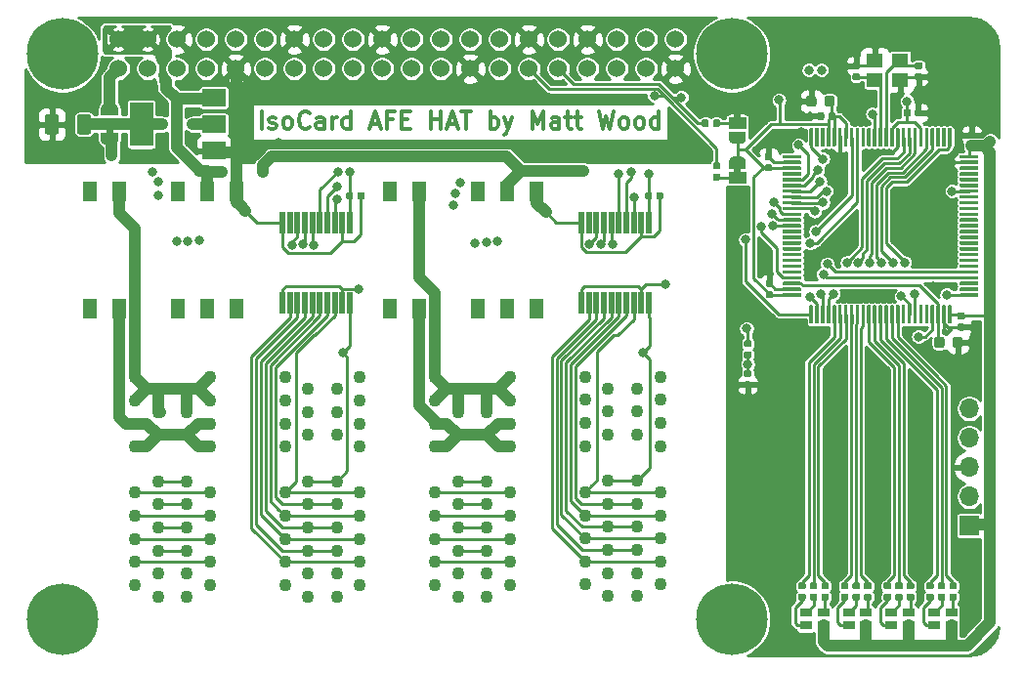
<source format=gbr>
G04 #@! TF.GenerationSoftware,KiCad,Pcbnew,(5.1.5)-3*
G04 #@! TF.CreationDate,2020-03-14T23:19:49+00:00*
G04 #@! TF.ProjectId,Hat,4861742e-6b69-4636-9164-5f7063625858,A*
G04 #@! TF.SameCoordinates,Original*
G04 #@! TF.FileFunction,Copper,L1,Top*
G04 #@! TF.FilePolarity,Positive*
%FSLAX46Y46*%
G04 Gerber Fmt 4.6, Leading zero omitted, Abs format (unit mm)*
G04 Created by KiCad (PCBNEW (5.1.5)-3) date 2020-03-14 23:19:49*
%MOMM*%
%LPD*%
G04 APERTURE LIST*
%ADD10C,0.300000*%
%ADD11C,0.100000*%
%ADD12R,1.200000X1.800000*%
%ADD13C,1.100000*%
%ADD14C,6.200000*%
%ADD15C,1.524000*%
%ADD16R,0.480000X1.900000*%
%ADD17R,1.000000X0.800000*%
%ADD18R,1.500000X1.000000*%
%ADD19R,1.400000X1.200000*%
%ADD20R,1.700000X1.700000*%
%ADD21O,1.700000X1.700000*%
%ADD22R,2.000000X3.800000*%
%ADD23R,2.000000X1.500000*%
%ADD24C,0.800000*%
%ADD25C,0.250000*%
%ADD26C,1.000000*%
%ADD27C,0.254000*%
G04 APERTURE END LIST*
D10*
X121785714Y-76978571D02*
X121785714Y-75478571D01*
X122428571Y-76907142D02*
X122571428Y-76978571D01*
X122857142Y-76978571D01*
X122999999Y-76907142D01*
X123071428Y-76764285D01*
X123071428Y-76692857D01*
X122999999Y-76550000D01*
X122857142Y-76478571D01*
X122642857Y-76478571D01*
X122499999Y-76407142D01*
X122428571Y-76264285D01*
X122428571Y-76192857D01*
X122499999Y-76050000D01*
X122642857Y-75978571D01*
X122857142Y-75978571D01*
X122999999Y-76050000D01*
X123928571Y-76978571D02*
X123785714Y-76907142D01*
X123714285Y-76835714D01*
X123642857Y-76692857D01*
X123642857Y-76264285D01*
X123714285Y-76121428D01*
X123785714Y-76050000D01*
X123928571Y-75978571D01*
X124142857Y-75978571D01*
X124285714Y-76050000D01*
X124357142Y-76121428D01*
X124428571Y-76264285D01*
X124428571Y-76692857D01*
X124357142Y-76835714D01*
X124285714Y-76907142D01*
X124142857Y-76978571D01*
X123928571Y-76978571D01*
X125928571Y-76835714D02*
X125857142Y-76907142D01*
X125642857Y-76978571D01*
X125499999Y-76978571D01*
X125285714Y-76907142D01*
X125142857Y-76764285D01*
X125071428Y-76621428D01*
X124999999Y-76335714D01*
X124999999Y-76121428D01*
X125071428Y-75835714D01*
X125142857Y-75692857D01*
X125285714Y-75550000D01*
X125499999Y-75478571D01*
X125642857Y-75478571D01*
X125857142Y-75550000D01*
X125928571Y-75621428D01*
X127214285Y-76978571D02*
X127214285Y-76192857D01*
X127142857Y-76050000D01*
X126999999Y-75978571D01*
X126714285Y-75978571D01*
X126571428Y-76050000D01*
X127214285Y-76907142D02*
X127071428Y-76978571D01*
X126714285Y-76978571D01*
X126571428Y-76907142D01*
X126499999Y-76764285D01*
X126499999Y-76621428D01*
X126571428Y-76478571D01*
X126714285Y-76407142D01*
X127071428Y-76407142D01*
X127214285Y-76335714D01*
X127928571Y-76978571D02*
X127928571Y-75978571D01*
X127928571Y-76264285D02*
X127999999Y-76121428D01*
X128071428Y-76050000D01*
X128214285Y-75978571D01*
X128357142Y-75978571D01*
X129499999Y-76978571D02*
X129499999Y-75478571D01*
X129499999Y-76907142D02*
X129357142Y-76978571D01*
X129071428Y-76978571D01*
X128928571Y-76907142D01*
X128857142Y-76835714D01*
X128785714Y-76692857D01*
X128785714Y-76264285D01*
X128857142Y-76121428D01*
X128928571Y-76050000D01*
X129071428Y-75978571D01*
X129357142Y-75978571D01*
X129499999Y-76050000D01*
X131285714Y-76550000D02*
X131999999Y-76550000D01*
X131142857Y-76978571D02*
X131642857Y-75478571D01*
X132142857Y-76978571D01*
X133142857Y-76192857D02*
X132642857Y-76192857D01*
X132642857Y-76978571D02*
X132642857Y-75478571D01*
X133357142Y-75478571D01*
X133928571Y-76192857D02*
X134428571Y-76192857D01*
X134642857Y-76978571D02*
X133928571Y-76978571D01*
X133928571Y-75478571D01*
X134642857Y-75478571D01*
X136428571Y-76978571D02*
X136428571Y-75478571D01*
X136428571Y-76192857D02*
X137285714Y-76192857D01*
X137285714Y-76978571D02*
X137285714Y-75478571D01*
X137928571Y-76550000D02*
X138642857Y-76550000D01*
X137785714Y-76978571D02*
X138285714Y-75478571D01*
X138785714Y-76978571D01*
X139071428Y-75478571D02*
X139928571Y-75478571D01*
X139500000Y-76978571D02*
X139500000Y-75478571D01*
X141571428Y-76978571D02*
X141571428Y-75478571D01*
X141571428Y-76050000D02*
X141714285Y-75978571D01*
X142000000Y-75978571D01*
X142142857Y-76050000D01*
X142214285Y-76121428D01*
X142285714Y-76264285D01*
X142285714Y-76692857D01*
X142214285Y-76835714D01*
X142142857Y-76907142D01*
X142000000Y-76978571D01*
X141714285Y-76978571D01*
X141571428Y-76907142D01*
X142785714Y-75978571D02*
X143142857Y-76978571D01*
X143500000Y-75978571D02*
X143142857Y-76978571D01*
X143000000Y-77335714D01*
X142928571Y-77407142D01*
X142785714Y-77478571D01*
X145214285Y-76978571D02*
X145214285Y-75478571D01*
X145714285Y-76550000D01*
X146214285Y-75478571D01*
X146214285Y-76978571D01*
X147571428Y-76978571D02*
X147571428Y-76192857D01*
X147500000Y-76050000D01*
X147357142Y-75978571D01*
X147071428Y-75978571D01*
X146928571Y-76050000D01*
X147571428Y-76907142D02*
X147428571Y-76978571D01*
X147071428Y-76978571D01*
X146928571Y-76907142D01*
X146857142Y-76764285D01*
X146857142Y-76621428D01*
X146928571Y-76478571D01*
X147071428Y-76407142D01*
X147428571Y-76407142D01*
X147571428Y-76335714D01*
X148071428Y-75978571D02*
X148642857Y-75978571D01*
X148285714Y-75478571D02*
X148285714Y-76764285D01*
X148357142Y-76907142D01*
X148500000Y-76978571D01*
X148642857Y-76978571D01*
X148928571Y-75978571D02*
X149500000Y-75978571D01*
X149142857Y-75478571D02*
X149142857Y-76764285D01*
X149214285Y-76907142D01*
X149357142Y-76978571D01*
X149500000Y-76978571D01*
X151000000Y-75478571D02*
X151357142Y-76978571D01*
X151642857Y-75907142D01*
X151928571Y-76978571D01*
X152285714Y-75478571D01*
X153071428Y-76978571D02*
X152928571Y-76907142D01*
X152857142Y-76835714D01*
X152785714Y-76692857D01*
X152785714Y-76264285D01*
X152857142Y-76121428D01*
X152928571Y-76050000D01*
X153071428Y-75978571D01*
X153285714Y-75978571D01*
X153428571Y-76050000D01*
X153500000Y-76121428D01*
X153571428Y-76264285D01*
X153571428Y-76692857D01*
X153500000Y-76835714D01*
X153428571Y-76907142D01*
X153285714Y-76978571D01*
X153071428Y-76978571D01*
X154428571Y-76978571D02*
X154285714Y-76907142D01*
X154214285Y-76835714D01*
X154142857Y-76692857D01*
X154142857Y-76264285D01*
X154214285Y-76121428D01*
X154285714Y-76050000D01*
X154428571Y-75978571D01*
X154642857Y-75978571D01*
X154785714Y-76050000D01*
X154857142Y-76121428D01*
X154928571Y-76264285D01*
X154928571Y-76692857D01*
X154857142Y-76835714D01*
X154785714Y-76907142D01*
X154642857Y-76978571D01*
X154428571Y-76978571D01*
X156214285Y-76978571D02*
X156214285Y-75478571D01*
X156214285Y-76907142D02*
X156071428Y-76978571D01*
X155785714Y-76978571D01*
X155642857Y-76907142D01*
X155571428Y-76835714D01*
X155500000Y-76692857D01*
X155500000Y-76264285D01*
X155571428Y-76121428D01*
X155642857Y-76050000D01*
X155785714Y-75978571D01*
X156071428Y-75978571D01*
X156214285Y-76050000D01*
D11*
G36*
X163300000Y-80300000D02*
G01*
X163300000Y-80800000D01*
X162700000Y-80800000D01*
X162700000Y-80300000D01*
X163300000Y-80300000D01*
G37*
G36*
X163300000Y-75600000D02*
G01*
X163300000Y-76100000D01*
X162700000Y-76100000D01*
X162700000Y-75600000D01*
X163300000Y-75600000D01*
G37*
G36*
X108300000Y-77500000D02*
G01*
X108300000Y-77000000D01*
X108900000Y-77000000D01*
X108900000Y-77500000D01*
X108300000Y-77500000D01*
G37*
D12*
X119620000Y-92580000D03*
X117080000Y-92580000D03*
X114540000Y-92580000D03*
X109460000Y-92580000D03*
X106920000Y-92580000D03*
X106920000Y-82420000D03*
X109460000Y-82420000D03*
X114540000Y-82420000D03*
X117080000Y-82420000D03*
X119620000Y-82420000D03*
X145620000Y-92580000D03*
X143080000Y-92580000D03*
X140540000Y-92580000D03*
X135460000Y-92580000D03*
X132920000Y-92580000D03*
X132920000Y-82420000D03*
X135460000Y-82420000D03*
X140540000Y-82420000D03*
X143080000Y-82420000D03*
X145620000Y-82420000D03*
D13*
X138810000Y-117540000D03*
X136810000Y-116540000D03*
X141310000Y-117540000D03*
X143310000Y-116540000D03*
X138810000Y-115540000D03*
X136810000Y-114540000D03*
X141310000Y-115540000D03*
X143310000Y-114540000D03*
X138810000Y-113540000D03*
X136810000Y-112540000D03*
X141310000Y-113540000D03*
X143310000Y-112540000D03*
X138810000Y-111540000D03*
X136810000Y-110540000D03*
X141310000Y-111540000D03*
X143310000Y-110540000D03*
X138810000Y-109540000D03*
X136810000Y-108540000D03*
X141310000Y-109540000D03*
X143310000Y-108540000D03*
X138810000Y-107540000D03*
X141310000Y-107540000D03*
X136810000Y-104540000D03*
X143310000Y-104540000D03*
X138810000Y-103540000D03*
X141310000Y-103540000D03*
X136810000Y-102540000D03*
X143310000Y-102540000D03*
X138810000Y-101540000D03*
X141310000Y-101540000D03*
X136810000Y-100540000D03*
X143310000Y-100540000D03*
X138810000Y-99540000D03*
X141310000Y-99540000D03*
X136810000Y-98540000D03*
X143310000Y-98540000D03*
X112810000Y-117540000D03*
X110810000Y-116540000D03*
X115310000Y-117540000D03*
X117310000Y-116540000D03*
X112810000Y-115540000D03*
X110810000Y-114540000D03*
X115310000Y-115540000D03*
X117310000Y-114540000D03*
X112810000Y-113540000D03*
X110810000Y-112540000D03*
X115310000Y-113540000D03*
X117310000Y-112540000D03*
X112810000Y-111540000D03*
X110810000Y-110540000D03*
X115310000Y-111540000D03*
X117310000Y-110540000D03*
X112810000Y-109540000D03*
X110810000Y-108540000D03*
X115310000Y-109540000D03*
X117310000Y-108540000D03*
X112810000Y-107540000D03*
X115310000Y-107540000D03*
X110810000Y-104540000D03*
X117310000Y-104540000D03*
X112810000Y-103540000D03*
X115310000Y-103540000D03*
X110810000Y-102540000D03*
X117310000Y-102540000D03*
X112810000Y-101540000D03*
X115310000Y-101540000D03*
X110810000Y-100540000D03*
X117310000Y-100540000D03*
X112810000Y-99540000D03*
X115310000Y-99540000D03*
X110810000Y-98540000D03*
X117310000Y-98540000D03*
X125810000Y-117540000D03*
X123810000Y-116540000D03*
X128310000Y-117540000D03*
X130310000Y-116540000D03*
X125810000Y-115540000D03*
X123810000Y-114540000D03*
X128310000Y-115540000D03*
X130310000Y-114540000D03*
X125810000Y-113540000D03*
X123810000Y-112540000D03*
X128310000Y-113540000D03*
X130310000Y-112540000D03*
X125810000Y-111540000D03*
X123810000Y-110540000D03*
X128310000Y-111540000D03*
X130310000Y-110540000D03*
X125810000Y-109540000D03*
X123810000Y-108540000D03*
X128310000Y-109540000D03*
X130310000Y-108540000D03*
X125810000Y-107540000D03*
X128310000Y-107540000D03*
X123810000Y-104540000D03*
X130310000Y-104540000D03*
X125810000Y-103540000D03*
X128310000Y-103540000D03*
X123810000Y-102540000D03*
X130310000Y-102540000D03*
X125810000Y-101540000D03*
X128310000Y-101540000D03*
X123810000Y-100540000D03*
X130310000Y-100540000D03*
X125810000Y-99540000D03*
X128310000Y-99540000D03*
X123810000Y-98540000D03*
X130310000Y-98540000D03*
X151810000Y-117500000D03*
X149810000Y-116500000D03*
X154310000Y-117500000D03*
X156310000Y-116500000D03*
X151810000Y-115500000D03*
X149810000Y-114500000D03*
X154310000Y-115500000D03*
X156310000Y-114500000D03*
X151810000Y-113500000D03*
X149810000Y-112500000D03*
X154310000Y-113500000D03*
X156310000Y-112500000D03*
X151810000Y-111500000D03*
X149810000Y-110500000D03*
X154310000Y-111500000D03*
X156310000Y-110500000D03*
X151810000Y-109500000D03*
X149810000Y-108500000D03*
X154310000Y-109500000D03*
X156310000Y-108500000D03*
X151810000Y-107500000D03*
X154310000Y-107500000D03*
X149810000Y-104500000D03*
X156310000Y-104500000D03*
X151810000Y-103500000D03*
X154310000Y-103500000D03*
X149810000Y-102500000D03*
X156310000Y-102500000D03*
X151810000Y-101500000D03*
X154310000Y-101500000D03*
X149810000Y-100500000D03*
X156310000Y-100500000D03*
X151810000Y-99500000D03*
X154310000Y-99500000D03*
X149810000Y-98500000D03*
X156310000Y-98500000D03*
G04 #@! TA.AperFunction,SMDPad,CuDef*
D11*
G36*
X161346958Y-76180710D02*
G01*
X161361276Y-76182834D01*
X161375317Y-76186351D01*
X161388946Y-76191228D01*
X161402031Y-76197417D01*
X161414447Y-76204858D01*
X161426073Y-76213481D01*
X161436798Y-76223202D01*
X161446519Y-76233927D01*
X161455142Y-76245553D01*
X161462583Y-76257969D01*
X161468772Y-76271054D01*
X161473649Y-76284683D01*
X161477166Y-76298724D01*
X161479290Y-76313042D01*
X161480000Y-76327500D01*
X161480000Y-76672500D01*
X161479290Y-76686958D01*
X161477166Y-76701276D01*
X161473649Y-76715317D01*
X161468772Y-76728946D01*
X161462583Y-76742031D01*
X161455142Y-76754447D01*
X161446519Y-76766073D01*
X161436798Y-76776798D01*
X161426073Y-76786519D01*
X161414447Y-76795142D01*
X161402031Y-76802583D01*
X161388946Y-76808772D01*
X161375317Y-76813649D01*
X161361276Y-76817166D01*
X161346958Y-76819290D01*
X161332500Y-76820000D01*
X161037500Y-76820000D01*
X161023042Y-76819290D01*
X161008724Y-76817166D01*
X160994683Y-76813649D01*
X160981054Y-76808772D01*
X160967969Y-76802583D01*
X160955553Y-76795142D01*
X160943927Y-76786519D01*
X160933202Y-76776798D01*
X160923481Y-76766073D01*
X160914858Y-76754447D01*
X160907417Y-76742031D01*
X160901228Y-76728946D01*
X160896351Y-76715317D01*
X160892834Y-76701276D01*
X160890710Y-76686958D01*
X160890000Y-76672500D01*
X160890000Y-76327500D01*
X160890710Y-76313042D01*
X160892834Y-76298724D01*
X160896351Y-76284683D01*
X160901228Y-76271054D01*
X160907417Y-76257969D01*
X160914858Y-76245553D01*
X160923481Y-76233927D01*
X160933202Y-76223202D01*
X160943927Y-76213481D01*
X160955553Y-76204858D01*
X160967969Y-76197417D01*
X160981054Y-76191228D01*
X160994683Y-76186351D01*
X161008724Y-76182834D01*
X161023042Y-76180710D01*
X161037500Y-76180000D01*
X161332500Y-76180000D01*
X161346958Y-76180710D01*
G37*
G04 #@! TD.AperFunction*
G04 #@! TA.AperFunction,SMDPad,CuDef*
G36*
X160376958Y-76180710D02*
G01*
X160391276Y-76182834D01*
X160405317Y-76186351D01*
X160418946Y-76191228D01*
X160432031Y-76197417D01*
X160444447Y-76204858D01*
X160456073Y-76213481D01*
X160466798Y-76223202D01*
X160476519Y-76233927D01*
X160485142Y-76245553D01*
X160492583Y-76257969D01*
X160498772Y-76271054D01*
X160503649Y-76284683D01*
X160507166Y-76298724D01*
X160509290Y-76313042D01*
X160510000Y-76327500D01*
X160510000Y-76672500D01*
X160509290Y-76686958D01*
X160507166Y-76701276D01*
X160503649Y-76715317D01*
X160498772Y-76728946D01*
X160492583Y-76742031D01*
X160485142Y-76754447D01*
X160476519Y-76766073D01*
X160466798Y-76776798D01*
X160456073Y-76786519D01*
X160444447Y-76795142D01*
X160432031Y-76802583D01*
X160418946Y-76808772D01*
X160405317Y-76813649D01*
X160391276Y-76817166D01*
X160376958Y-76819290D01*
X160362500Y-76820000D01*
X160067500Y-76820000D01*
X160053042Y-76819290D01*
X160038724Y-76817166D01*
X160024683Y-76813649D01*
X160011054Y-76808772D01*
X159997969Y-76802583D01*
X159985553Y-76795142D01*
X159973927Y-76786519D01*
X159963202Y-76776798D01*
X159953481Y-76766073D01*
X159944858Y-76754447D01*
X159937417Y-76742031D01*
X159931228Y-76728946D01*
X159926351Y-76715317D01*
X159922834Y-76701276D01*
X159920710Y-76686958D01*
X159920000Y-76672500D01*
X159920000Y-76327500D01*
X159920710Y-76313042D01*
X159922834Y-76298724D01*
X159926351Y-76284683D01*
X159931228Y-76271054D01*
X159937417Y-76257969D01*
X159944858Y-76245553D01*
X159953481Y-76233927D01*
X159963202Y-76223202D01*
X159973927Y-76213481D01*
X159985553Y-76204858D01*
X159997969Y-76197417D01*
X160011054Y-76191228D01*
X160024683Y-76186351D01*
X160038724Y-76182834D01*
X160053042Y-76180710D01*
X160067500Y-76180000D01*
X160362500Y-76180000D01*
X160376958Y-76180710D01*
G37*
G04 #@! TD.AperFunction*
G04 #@! TA.AperFunction,SMDPad,CuDef*
G36*
X161386958Y-80890710D02*
G01*
X161401276Y-80892834D01*
X161415317Y-80896351D01*
X161428946Y-80901228D01*
X161442031Y-80907417D01*
X161454447Y-80914858D01*
X161466073Y-80923481D01*
X161476798Y-80933202D01*
X161486519Y-80943927D01*
X161495142Y-80955553D01*
X161502583Y-80967969D01*
X161508772Y-80981054D01*
X161513649Y-80994683D01*
X161517166Y-81008724D01*
X161519290Y-81023042D01*
X161520000Y-81037500D01*
X161520000Y-81332500D01*
X161519290Y-81346958D01*
X161517166Y-81361276D01*
X161513649Y-81375317D01*
X161508772Y-81388946D01*
X161502583Y-81402031D01*
X161495142Y-81414447D01*
X161486519Y-81426073D01*
X161476798Y-81436798D01*
X161466073Y-81446519D01*
X161454447Y-81455142D01*
X161442031Y-81462583D01*
X161428946Y-81468772D01*
X161415317Y-81473649D01*
X161401276Y-81477166D01*
X161386958Y-81479290D01*
X161372500Y-81480000D01*
X161027500Y-81480000D01*
X161013042Y-81479290D01*
X160998724Y-81477166D01*
X160984683Y-81473649D01*
X160971054Y-81468772D01*
X160957969Y-81462583D01*
X160945553Y-81455142D01*
X160933927Y-81446519D01*
X160923202Y-81436798D01*
X160913481Y-81426073D01*
X160904858Y-81414447D01*
X160897417Y-81402031D01*
X160891228Y-81388946D01*
X160886351Y-81375317D01*
X160882834Y-81361276D01*
X160880710Y-81346958D01*
X160880000Y-81332500D01*
X160880000Y-81037500D01*
X160880710Y-81023042D01*
X160882834Y-81008724D01*
X160886351Y-80994683D01*
X160891228Y-80981054D01*
X160897417Y-80967969D01*
X160904858Y-80955553D01*
X160913481Y-80943927D01*
X160923202Y-80933202D01*
X160933927Y-80923481D01*
X160945553Y-80914858D01*
X160957969Y-80907417D01*
X160971054Y-80901228D01*
X160984683Y-80896351D01*
X160998724Y-80892834D01*
X161013042Y-80890710D01*
X161027500Y-80890000D01*
X161372500Y-80890000D01*
X161386958Y-80890710D01*
G37*
G04 #@! TD.AperFunction*
G04 #@! TA.AperFunction,SMDPad,CuDef*
G36*
X161386958Y-79920710D02*
G01*
X161401276Y-79922834D01*
X161415317Y-79926351D01*
X161428946Y-79931228D01*
X161442031Y-79937417D01*
X161454447Y-79944858D01*
X161466073Y-79953481D01*
X161476798Y-79963202D01*
X161486519Y-79973927D01*
X161495142Y-79985553D01*
X161502583Y-79997969D01*
X161508772Y-80011054D01*
X161513649Y-80024683D01*
X161517166Y-80038724D01*
X161519290Y-80053042D01*
X161520000Y-80067500D01*
X161520000Y-80362500D01*
X161519290Y-80376958D01*
X161517166Y-80391276D01*
X161513649Y-80405317D01*
X161508772Y-80418946D01*
X161502583Y-80432031D01*
X161495142Y-80444447D01*
X161486519Y-80456073D01*
X161476798Y-80466798D01*
X161466073Y-80476519D01*
X161454447Y-80485142D01*
X161442031Y-80492583D01*
X161428946Y-80498772D01*
X161415317Y-80503649D01*
X161401276Y-80507166D01*
X161386958Y-80509290D01*
X161372500Y-80510000D01*
X161027500Y-80510000D01*
X161013042Y-80509290D01*
X160998724Y-80507166D01*
X160984683Y-80503649D01*
X160971054Y-80498772D01*
X160957969Y-80492583D01*
X160945553Y-80485142D01*
X160933927Y-80476519D01*
X160923202Y-80466798D01*
X160913481Y-80456073D01*
X160904858Y-80444447D01*
X160897417Y-80432031D01*
X160891228Y-80418946D01*
X160886351Y-80405317D01*
X160882834Y-80391276D01*
X160880710Y-80376958D01*
X160880000Y-80362500D01*
X160880000Y-80067500D01*
X160880710Y-80053042D01*
X160882834Y-80038724D01*
X160886351Y-80024683D01*
X160891228Y-80011054D01*
X160897417Y-79997969D01*
X160904858Y-79985553D01*
X160913481Y-79973927D01*
X160923202Y-79963202D01*
X160933927Y-79953481D01*
X160945553Y-79944858D01*
X160957969Y-79937417D01*
X160971054Y-79931228D01*
X160984683Y-79926351D01*
X160998724Y-79922834D01*
X161013042Y-79920710D01*
X161027500Y-79920000D01*
X161372500Y-79920000D01*
X161386958Y-79920710D01*
G37*
G04 #@! TD.AperFunction*
G04 #@! TA.AperFunction,SMDPad,CuDef*
G36*
X169786958Y-117290710D02*
G01*
X169801276Y-117292834D01*
X169815317Y-117296351D01*
X169828946Y-117301228D01*
X169842031Y-117307417D01*
X169854447Y-117314858D01*
X169866073Y-117323481D01*
X169876798Y-117333202D01*
X169886519Y-117343927D01*
X169895142Y-117355553D01*
X169902583Y-117367969D01*
X169908772Y-117381054D01*
X169913649Y-117394683D01*
X169917166Y-117408724D01*
X169919290Y-117423042D01*
X169920000Y-117437500D01*
X169920000Y-117732500D01*
X169919290Y-117746958D01*
X169917166Y-117761276D01*
X169913649Y-117775317D01*
X169908772Y-117788946D01*
X169902583Y-117802031D01*
X169895142Y-117814447D01*
X169886519Y-117826073D01*
X169876798Y-117836798D01*
X169866073Y-117846519D01*
X169854447Y-117855142D01*
X169842031Y-117862583D01*
X169828946Y-117868772D01*
X169815317Y-117873649D01*
X169801276Y-117877166D01*
X169786958Y-117879290D01*
X169772500Y-117880000D01*
X169427500Y-117880000D01*
X169413042Y-117879290D01*
X169398724Y-117877166D01*
X169384683Y-117873649D01*
X169371054Y-117868772D01*
X169357969Y-117862583D01*
X169345553Y-117855142D01*
X169333927Y-117846519D01*
X169323202Y-117836798D01*
X169313481Y-117826073D01*
X169304858Y-117814447D01*
X169297417Y-117802031D01*
X169291228Y-117788946D01*
X169286351Y-117775317D01*
X169282834Y-117761276D01*
X169280710Y-117746958D01*
X169280000Y-117732500D01*
X169280000Y-117437500D01*
X169280710Y-117423042D01*
X169282834Y-117408724D01*
X169286351Y-117394683D01*
X169291228Y-117381054D01*
X169297417Y-117367969D01*
X169304858Y-117355553D01*
X169313481Y-117343927D01*
X169323202Y-117333202D01*
X169333927Y-117323481D01*
X169345553Y-117314858D01*
X169357969Y-117307417D01*
X169371054Y-117301228D01*
X169384683Y-117296351D01*
X169398724Y-117292834D01*
X169413042Y-117290710D01*
X169427500Y-117290000D01*
X169772500Y-117290000D01*
X169786958Y-117290710D01*
G37*
G04 #@! TD.AperFunction*
G04 #@! TA.AperFunction,SMDPad,CuDef*
G36*
X169786958Y-116320710D02*
G01*
X169801276Y-116322834D01*
X169815317Y-116326351D01*
X169828946Y-116331228D01*
X169842031Y-116337417D01*
X169854447Y-116344858D01*
X169866073Y-116353481D01*
X169876798Y-116363202D01*
X169886519Y-116373927D01*
X169895142Y-116385553D01*
X169902583Y-116397969D01*
X169908772Y-116411054D01*
X169913649Y-116424683D01*
X169917166Y-116438724D01*
X169919290Y-116453042D01*
X169920000Y-116467500D01*
X169920000Y-116762500D01*
X169919290Y-116776958D01*
X169917166Y-116791276D01*
X169913649Y-116805317D01*
X169908772Y-116818946D01*
X169902583Y-116832031D01*
X169895142Y-116844447D01*
X169886519Y-116856073D01*
X169876798Y-116866798D01*
X169866073Y-116876519D01*
X169854447Y-116885142D01*
X169842031Y-116892583D01*
X169828946Y-116898772D01*
X169815317Y-116903649D01*
X169801276Y-116907166D01*
X169786958Y-116909290D01*
X169772500Y-116910000D01*
X169427500Y-116910000D01*
X169413042Y-116909290D01*
X169398724Y-116907166D01*
X169384683Y-116903649D01*
X169371054Y-116898772D01*
X169357969Y-116892583D01*
X169345553Y-116885142D01*
X169333927Y-116876519D01*
X169323202Y-116866798D01*
X169313481Y-116856073D01*
X169304858Y-116844447D01*
X169297417Y-116832031D01*
X169291228Y-116818946D01*
X169286351Y-116805317D01*
X169282834Y-116791276D01*
X169280710Y-116776958D01*
X169280000Y-116762500D01*
X169280000Y-116467500D01*
X169280710Y-116453042D01*
X169282834Y-116438724D01*
X169286351Y-116424683D01*
X169291228Y-116411054D01*
X169297417Y-116397969D01*
X169304858Y-116385553D01*
X169313481Y-116373927D01*
X169323202Y-116363202D01*
X169333927Y-116353481D01*
X169345553Y-116344858D01*
X169357969Y-116337417D01*
X169371054Y-116331228D01*
X169384683Y-116326351D01*
X169398724Y-116322834D01*
X169413042Y-116320710D01*
X169427500Y-116320000D01*
X169772500Y-116320000D01*
X169786958Y-116320710D01*
G37*
G04 #@! TD.AperFunction*
G04 #@! TA.AperFunction,SMDPad,CuDef*
G36*
X173486958Y-117290710D02*
G01*
X173501276Y-117292834D01*
X173515317Y-117296351D01*
X173528946Y-117301228D01*
X173542031Y-117307417D01*
X173554447Y-117314858D01*
X173566073Y-117323481D01*
X173576798Y-117333202D01*
X173586519Y-117343927D01*
X173595142Y-117355553D01*
X173602583Y-117367969D01*
X173608772Y-117381054D01*
X173613649Y-117394683D01*
X173617166Y-117408724D01*
X173619290Y-117423042D01*
X173620000Y-117437500D01*
X173620000Y-117732500D01*
X173619290Y-117746958D01*
X173617166Y-117761276D01*
X173613649Y-117775317D01*
X173608772Y-117788946D01*
X173602583Y-117802031D01*
X173595142Y-117814447D01*
X173586519Y-117826073D01*
X173576798Y-117836798D01*
X173566073Y-117846519D01*
X173554447Y-117855142D01*
X173542031Y-117862583D01*
X173528946Y-117868772D01*
X173515317Y-117873649D01*
X173501276Y-117877166D01*
X173486958Y-117879290D01*
X173472500Y-117880000D01*
X173127500Y-117880000D01*
X173113042Y-117879290D01*
X173098724Y-117877166D01*
X173084683Y-117873649D01*
X173071054Y-117868772D01*
X173057969Y-117862583D01*
X173045553Y-117855142D01*
X173033927Y-117846519D01*
X173023202Y-117836798D01*
X173013481Y-117826073D01*
X173004858Y-117814447D01*
X172997417Y-117802031D01*
X172991228Y-117788946D01*
X172986351Y-117775317D01*
X172982834Y-117761276D01*
X172980710Y-117746958D01*
X172980000Y-117732500D01*
X172980000Y-117437500D01*
X172980710Y-117423042D01*
X172982834Y-117408724D01*
X172986351Y-117394683D01*
X172991228Y-117381054D01*
X172997417Y-117367969D01*
X173004858Y-117355553D01*
X173013481Y-117343927D01*
X173023202Y-117333202D01*
X173033927Y-117323481D01*
X173045553Y-117314858D01*
X173057969Y-117307417D01*
X173071054Y-117301228D01*
X173084683Y-117296351D01*
X173098724Y-117292834D01*
X173113042Y-117290710D01*
X173127500Y-117290000D01*
X173472500Y-117290000D01*
X173486958Y-117290710D01*
G37*
G04 #@! TD.AperFunction*
G04 #@! TA.AperFunction,SMDPad,CuDef*
G36*
X173486958Y-116320710D02*
G01*
X173501276Y-116322834D01*
X173515317Y-116326351D01*
X173528946Y-116331228D01*
X173542031Y-116337417D01*
X173554447Y-116344858D01*
X173566073Y-116353481D01*
X173576798Y-116363202D01*
X173586519Y-116373927D01*
X173595142Y-116385553D01*
X173602583Y-116397969D01*
X173608772Y-116411054D01*
X173613649Y-116424683D01*
X173617166Y-116438724D01*
X173619290Y-116453042D01*
X173620000Y-116467500D01*
X173620000Y-116762500D01*
X173619290Y-116776958D01*
X173617166Y-116791276D01*
X173613649Y-116805317D01*
X173608772Y-116818946D01*
X173602583Y-116832031D01*
X173595142Y-116844447D01*
X173586519Y-116856073D01*
X173576798Y-116866798D01*
X173566073Y-116876519D01*
X173554447Y-116885142D01*
X173542031Y-116892583D01*
X173528946Y-116898772D01*
X173515317Y-116903649D01*
X173501276Y-116907166D01*
X173486958Y-116909290D01*
X173472500Y-116910000D01*
X173127500Y-116910000D01*
X173113042Y-116909290D01*
X173098724Y-116907166D01*
X173084683Y-116903649D01*
X173071054Y-116898772D01*
X173057969Y-116892583D01*
X173045553Y-116885142D01*
X173033927Y-116876519D01*
X173023202Y-116866798D01*
X173013481Y-116856073D01*
X173004858Y-116844447D01*
X172997417Y-116832031D01*
X172991228Y-116818946D01*
X172986351Y-116805317D01*
X172982834Y-116791276D01*
X172980710Y-116776958D01*
X172980000Y-116762500D01*
X172980000Y-116467500D01*
X172980710Y-116453042D01*
X172982834Y-116438724D01*
X172986351Y-116424683D01*
X172991228Y-116411054D01*
X172997417Y-116397969D01*
X173004858Y-116385553D01*
X173013481Y-116373927D01*
X173023202Y-116363202D01*
X173033927Y-116353481D01*
X173045553Y-116344858D01*
X173057969Y-116337417D01*
X173071054Y-116331228D01*
X173084683Y-116326351D01*
X173098724Y-116322834D01*
X173113042Y-116320710D01*
X173127500Y-116320000D01*
X173472500Y-116320000D01*
X173486958Y-116320710D01*
G37*
G04 #@! TD.AperFunction*
G04 #@! TA.AperFunction,SMDPad,CuDef*
G36*
X177186958Y-117290710D02*
G01*
X177201276Y-117292834D01*
X177215317Y-117296351D01*
X177228946Y-117301228D01*
X177242031Y-117307417D01*
X177254447Y-117314858D01*
X177266073Y-117323481D01*
X177276798Y-117333202D01*
X177286519Y-117343927D01*
X177295142Y-117355553D01*
X177302583Y-117367969D01*
X177308772Y-117381054D01*
X177313649Y-117394683D01*
X177317166Y-117408724D01*
X177319290Y-117423042D01*
X177320000Y-117437500D01*
X177320000Y-117732500D01*
X177319290Y-117746958D01*
X177317166Y-117761276D01*
X177313649Y-117775317D01*
X177308772Y-117788946D01*
X177302583Y-117802031D01*
X177295142Y-117814447D01*
X177286519Y-117826073D01*
X177276798Y-117836798D01*
X177266073Y-117846519D01*
X177254447Y-117855142D01*
X177242031Y-117862583D01*
X177228946Y-117868772D01*
X177215317Y-117873649D01*
X177201276Y-117877166D01*
X177186958Y-117879290D01*
X177172500Y-117880000D01*
X176827500Y-117880000D01*
X176813042Y-117879290D01*
X176798724Y-117877166D01*
X176784683Y-117873649D01*
X176771054Y-117868772D01*
X176757969Y-117862583D01*
X176745553Y-117855142D01*
X176733927Y-117846519D01*
X176723202Y-117836798D01*
X176713481Y-117826073D01*
X176704858Y-117814447D01*
X176697417Y-117802031D01*
X176691228Y-117788946D01*
X176686351Y-117775317D01*
X176682834Y-117761276D01*
X176680710Y-117746958D01*
X176680000Y-117732500D01*
X176680000Y-117437500D01*
X176680710Y-117423042D01*
X176682834Y-117408724D01*
X176686351Y-117394683D01*
X176691228Y-117381054D01*
X176697417Y-117367969D01*
X176704858Y-117355553D01*
X176713481Y-117343927D01*
X176723202Y-117333202D01*
X176733927Y-117323481D01*
X176745553Y-117314858D01*
X176757969Y-117307417D01*
X176771054Y-117301228D01*
X176784683Y-117296351D01*
X176798724Y-117292834D01*
X176813042Y-117290710D01*
X176827500Y-117290000D01*
X177172500Y-117290000D01*
X177186958Y-117290710D01*
G37*
G04 #@! TD.AperFunction*
G04 #@! TA.AperFunction,SMDPad,CuDef*
G36*
X177186958Y-116320710D02*
G01*
X177201276Y-116322834D01*
X177215317Y-116326351D01*
X177228946Y-116331228D01*
X177242031Y-116337417D01*
X177254447Y-116344858D01*
X177266073Y-116353481D01*
X177276798Y-116363202D01*
X177286519Y-116373927D01*
X177295142Y-116385553D01*
X177302583Y-116397969D01*
X177308772Y-116411054D01*
X177313649Y-116424683D01*
X177317166Y-116438724D01*
X177319290Y-116453042D01*
X177320000Y-116467500D01*
X177320000Y-116762500D01*
X177319290Y-116776958D01*
X177317166Y-116791276D01*
X177313649Y-116805317D01*
X177308772Y-116818946D01*
X177302583Y-116832031D01*
X177295142Y-116844447D01*
X177286519Y-116856073D01*
X177276798Y-116866798D01*
X177266073Y-116876519D01*
X177254447Y-116885142D01*
X177242031Y-116892583D01*
X177228946Y-116898772D01*
X177215317Y-116903649D01*
X177201276Y-116907166D01*
X177186958Y-116909290D01*
X177172500Y-116910000D01*
X176827500Y-116910000D01*
X176813042Y-116909290D01*
X176798724Y-116907166D01*
X176784683Y-116903649D01*
X176771054Y-116898772D01*
X176757969Y-116892583D01*
X176745553Y-116885142D01*
X176733927Y-116876519D01*
X176723202Y-116866798D01*
X176713481Y-116856073D01*
X176704858Y-116844447D01*
X176697417Y-116832031D01*
X176691228Y-116818946D01*
X176686351Y-116805317D01*
X176682834Y-116791276D01*
X176680710Y-116776958D01*
X176680000Y-116762500D01*
X176680000Y-116467500D01*
X176680710Y-116453042D01*
X176682834Y-116438724D01*
X176686351Y-116424683D01*
X176691228Y-116411054D01*
X176697417Y-116397969D01*
X176704858Y-116385553D01*
X176713481Y-116373927D01*
X176723202Y-116363202D01*
X176733927Y-116353481D01*
X176745553Y-116344858D01*
X176757969Y-116337417D01*
X176771054Y-116331228D01*
X176784683Y-116326351D01*
X176798724Y-116322834D01*
X176813042Y-116320710D01*
X176827500Y-116320000D01*
X177172500Y-116320000D01*
X177186958Y-116320710D01*
G37*
G04 #@! TD.AperFunction*
G04 #@! TA.AperFunction,SMDPad,CuDef*
G36*
X180886958Y-117290710D02*
G01*
X180901276Y-117292834D01*
X180915317Y-117296351D01*
X180928946Y-117301228D01*
X180942031Y-117307417D01*
X180954447Y-117314858D01*
X180966073Y-117323481D01*
X180976798Y-117333202D01*
X180986519Y-117343927D01*
X180995142Y-117355553D01*
X181002583Y-117367969D01*
X181008772Y-117381054D01*
X181013649Y-117394683D01*
X181017166Y-117408724D01*
X181019290Y-117423042D01*
X181020000Y-117437500D01*
X181020000Y-117732500D01*
X181019290Y-117746958D01*
X181017166Y-117761276D01*
X181013649Y-117775317D01*
X181008772Y-117788946D01*
X181002583Y-117802031D01*
X180995142Y-117814447D01*
X180986519Y-117826073D01*
X180976798Y-117836798D01*
X180966073Y-117846519D01*
X180954447Y-117855142D01*
X180942031Y-117862583D01*
X180928946Y-117868772D01*
X180915317Y-117873649D01*
X180901276Y-117877166D01*
X180886958Y-117879290D01*
X180872500Y-117880000D01*
X180527500Y-117880000D01*
X180513042Y-117879290D01*
X180498724Y-117877166D01*
X180484683Y-117873649D01*
X180471054Y-117868772D01*
X180457969Y-117862583D01*
X180445553Y-117855142D01*
X180433927Y-117846519D01*
X180423202Y-117836798D01*
X180413481Y-117826073D01*
X180404858Y-117814447D01*
X180397417Y-117802031D01*
X180391228Y-117788946D01*
X180386351Y-117775317D01*
X180382834Y-117761276D01*
X180380710Y-117746958D01*
X180380000Y-117732500D01*
X180380000Y-117437500D01*
X180380710Y-117423042D01*
X180382834Y-117408724D01*
X180386351Y-117394683D01*
X180391228Y-117381054D01*
X180397417Y-117367969D01*
X180404858Y-117355553D01*
X180413481Y-117343927D01*
X180423202Y-117333202D01*
X180433927Y-117323481D01*
X180445553Y-117314858D01*
X180457969Y-117307417D01*
X180471054Y-117301228D01*
X180484683Y-117296351D01*
X180498724Y-117292834D01*
X180513042Y-117290710D01*
X180527500Y-117290000D01*
X180872500Y-117290000D01*
X180886958Y-117290710D01*
G37*
G04 #@! TD.AperFunction*
G04 #@! TA.AperFunction,SMDPad,CuDef*
G36*
X180886958Y-116320710D02*
G01*
X180901276Y-116322834D01*
X180915317Y-116326351D01*
X180928946Y-116331228D01*
X180942031Y-116337417D01*
X180954447Y-116344858D01*
X180966073Y-116353481D01*
X180976798Y-116363202D01*
X180986519Y-116373927D01*
X180995142Y-116385553D01*
X181002583Y-116397969D01*
X181008772Y-116411054D01*
X181013649Y-116424683D01*
X181017166Y-116438724D01*
X181019290Y-116453042D01*
X181020000Y-116467500D01*
X181020000Y-116762500D01*
X181019290Y-116776958D01*
X181017166Y-116791276D01*
X181013649Y-116805317D01*
X181008772Y-116818946D01*
X181002583Y-116832031D01*
X180995142Y-116844447D01*
X180986519Y-116856073D01*
X180976798Y-116866798D01*
X180966073Y-116876519D01*
X180954447Y-116885142D01*
X180942031Y-116892583D01*
X180928946Y-116898772D01*
X180915317Y-116903649D01*
X180901276Y-116907166D01*
X180886958Y-116909290D01*
X180872500Y-116910000D01*
X180527500Y-116910000D01*
X180513042Y-116909290D01*
X180498724Y-116907166D01*
X180484683Y-116903649D01*
X180471054Y-116898772D01*
X180457969Y-116892583D01*
X180445553Y-116885142D01*
X180433927Y-116876519D01*
X180423202Y-116866798D01*
X180413481Y-116856073D01*
X180404858Y-116844447D01*
X180397417Y-116832031D01*
X180391228Y-116818946D01*
X180386351Y-116805317D01*
X180382834Y-116791276D01*
X180380710Y-116776958D01*
X180380000Y-116762500D01*
X180380000Y-116467500D01*
X180380710Y-116453042D01*
X180382834Y-116438724D01*
X180386351Y-116424683D01*
X180391228Y-116411054D01*
X180397417Y-116397969D01*
X180404858Y-116385553D01*
X180413481Y-116373927D01*
X180423202Y-116363202D01*
X180433927Y-116353481D01*
X180445553Y-116344858D01*
X180457969Y-116337417D01*
X180471054Y-116331228D01*
X180484683Y-116326351D01*
X180498724Y-116322834D01*
X180513042Y-116320710D01*
X180527500Y-116320000D01*
X180872500Y-116320000D01*
X180886958Y-116320710D01*
G37*
G04 #@! TD.AperFunction*
G04 #@! TA.AperFunction,SMDPad,CuDef*
G36*
X168786958Y-117290710D02*
G01*
X168801276Y-117292834D01*
X168815317Y-117296351D01*
X168828946Y-117301228D01*
X168842031Y-117307417D01*
X168854447Y-117314858D01*
X168866073Y-117323481D01*
X168876798Y-117333202D01*
X168886519Y-117343927D01*
X168895142Y-117355553D01*
X168902583Y-117367969D01*
X168908772Y-117381054D01*
X168913649Y-117394683D01*
X168917166Y-117408724D01*
X168919290Y-117423042D01*
X168920000Y-117437500D01*
X168920000Y-117732500D01*
X168919290Y-117746958D01*
X168917166Y-117761276D01*
X168913649Y-117775317D01*
X168908772Y-117788946D01*
X168902583Y-117802031D01*
X168895142Y-117814447D01*
X168886519Y-117826073D01*
X168876798Y-117836798D01*
X168866073Y-117846519D01*
X168854447Y-117855142D01*
X168842031Y-117862583D01*
X168828946Y-117868772D01*
X168815317Y-117873649D01*
X168801276Y-117877166D01*
X168786958Y-117879290D01*
X168772500Y-117880000D01*
X168427500Y-117880000D01*
X168413042Y-117879290D01*
X168398724Y-117877166D01*
X168384683Y-117873649D01*
X168371054Y-117868772D01*
X168357969Y-117862583D01*
X168345553Y-117855142D01*
X168333927Y-117846519D01*
X168323202Y-117836798D01*
X168313481Y-117826073D01*
X168304858Y-117814447D01*
X168297417Y-117802031D01*
X168291228Y-117788946D01*
X168286351Y-117775317D01*
X168282834Y-117761276D01*
X168280710Y-117746958D01*
X168280000Y-117732500D01*
X168280000Y-117437500D01*
X168280710Y-117423042D01*
X168282834Y-117408724D01*
X168286351Y-117394683D01*
X168291228Y-117381054D01*
X168297417Y-117367969D01*
X168304858Y-117355553D01*
X168313481Y-117343927D01*
X168323202Y-117333202D01*
X168333927Y-117323481D01*
X168345553Y-117314858D01*
X168357969Y-117307417D01*
X168371054Y-117301228D01*
X168384683Y-117296351D01*
X168398724Y-117292834D01*
X168413042Y-117290710D01*
X168427500Y-117290000D01*
X168772500Y-117290000D01*
X168786958Y-117290710D01*
G37*
G04 #@! TD.AperFunction*
G04 #@! TA.AperFunction,SMDPad,CuDef*
G36*
X168786958Y-116320710D02*
G01*
X168801276Y-116322834D01*
X168815317Y-116326351D01*
X168828946Y-116331228D01*
X168842031Y-116337417D01*
X168854447Y-116344858D01*
X168866073Y-116353481D01*
X168876798Y-116363202D01*
X168886519Y-116373927D01*
X168895142Y-116385553D01*
X168902583Y-116397969D01*
X168908772Y-116411054D01*
X168913649Y-116424683D01*
X168917166Y-116438724D01*
X168919290Y-116453042D01*
X168920000Y-116467500D01*
X168920000Y-116762500D01*
X168919290Y-116776958D01*
X168917166Y-116791276D01*
X168913649Y-116805317D01*
X168908772Y-116818946D01*
X168902583Y-116832031D01*
X168895142Y-116844447D01*
X168886519Y-116856073D01*
X168876798Y-116866798D01*
X168866073Y-116876519D01*
X168854447Y-116885142D01*
X168842031Y-116892583D01*
X168828946Y-116898772D01*
X168815317Y-116903649D01*
X168801276Y-116907166D01*
X168786958Y-116909290D01*
X168772500Y-116910000D01*
X168427500Y-116910000D01*
X168413042Y-116909290D01*
X168398724Y-116907166D01*
X168384683Y-116903649D01*
X168371054Y-116898772D01*
X168357969Y-116892583D01*
X168345553Y-116885142D01*
X168333927Y-116876519D01*
X168323202Y-116866798D01*
X168313481Y-116856073D01*
X168304858Y-116844447D01*
X168297417Y-116832031D01*
X168291228Y-116818946D01*
X168286351Y-116805317D01*
X168282834Y-116791276D01*
X168280710Y-116776958D01*
X168280000Y-116762500D01*
X168280000Y-116467500D01*
X168280710Y-116453042D01*
X168282834Y-116438724D01*
X168286351Y-116424683D01*
X168291228Y-116411054D01*
X168297417Y-116397969D01*
X168304858Y-116385553D01*
X168313481Y-116373927D01*
X168323202Y-116363202D01*
X168333927Y-116353481D01*
X168345553Y-116344858D01*
X168357969Y-116337417D01*
X168371054Y-116331228D01*
X168384683Y-116326351D01*
X168398724Y-116322834D01*
X168413042Y-116320710D01*
X168427500Y-116320000D01*
X168772500Y-116320000D01*
X168786958Y-116320710D01*
G37*
G04 #@! TD.AperFunction*
G04 #@! TA.AperFunction,SMDPad,CuDef*
G36*
X172486958Y-117290710D02*
G01*
X172501276Y-117292834D01*
X172515317Y-117296351D01*
X172528946Y-117301228D01*
X172542031Y-117307417D01*
X172554447Y-117314858D01*
X172566073Y-117323481D01*
X172576798Y-117333202D01*
X172586519Y-117343927D01*
X172595142Y-117355553D01*
X172602583Y-117367969D01*
X172608772Y-117381054D01*
X172613649Y-117394683D01*
X172617166Y-117408724D01*
X172619290Y-117423042D01*
X172620000Y-117437500D01*
X172620000Y-117732500D01*
X172619290Y-117746958D01*
X172617166Y-117761276D01*
X172613649Y-117775317D01*
X172608772Y-117788946D01*
X172602583Y-117802031D01*
X172595142Y-117814447D01*
X172586519Y-117826073D01*
X172576798Y-117836798D01*
X172566073Y-117846519D01*
X172554447Y-117855142D01*
X172542031Y-117862583D01*
X172528946Y-117868772D01*
X172515317Y-117873649D01*
X172501276Y-117877166D01*
X172486958Y-117879290D01*
X172472500Y-117880000D01*
X172127500Y-117880000D01*
X172113042Y-117879290D01*
X172098724Y-117877166D01*
X172084683Y-117873649D01*
X172071054Y-117868772D01*
X172057969Y-117862583D01*
X172045553Y-117855142D01*
X172033927Y-117846519D01*
X172023202Y-117836798D01*
X172013481Y-117826073D01*
X172004858Y-117814447D01*
X171997417Y-117802031D01*
X171991228Y-117788946D01*
X171986351Y-117775317D01*
X171982834Y-117761276D01*
X171980710Y-117746958D01*
X171980000Y-117732500D01*
X171980000Y-117437500D01*
X171980710Y-117423042D01*
X171982834Y-117408724D01*
X171986351Y-117394683D01*
X171991228Y-117381054D01*
X171997417Y-117367969D01*
X172004858Y-117355553D01*
X172013481Y-117343927D01*
X172023202Y-117333202D01*
X172033927Y-117323481D01*
X172045553Y-117314858D01*
X172057969Y-117307417D01*
X172071054Y-117301228D01*
X172084683Y-117296351D01*
X172098724Y-117292834D01*
X172113042Y-117290710D01*
X172127500Y-117290000D01*
X172472500Y-117290000D01*
X172486958Y-117290710D01*
G37*
G04 #@! TD.AperFunction*
G04 #@! TA.AperFunction,SMDPad,CuDef*
G36*
X172486958Y-116320710D02*
G01*
X172501276Y-116322834D01*
X172515317Y-116326351D01*
X172528946Y-116331228D01*
X172542031Y-116337417D01*
X172554447Y-116344858D01*
X172566073Y-116353481D01*
X172576798Y-116363202D01*
X172586519Y-116373927D01*
X172595142Y-116385553D01*
X172602583Y-116397969D01*
X172608772Y-116411054D01*
X172613649Y-116424683D01*
X172617166Y-116438724D01*
X172619290Y-116453042D01*
X172620000Y-116467500D01*
X172620000Y-116762500D01*
X172619290Y-116776958D01*
X172617166Y-116791276D01*
X172613649Y-116805317D01*
X172608772Y-116818946D01*
X172602583Y-116832031D01*
X172595142Y-116844447D01*
X172586519Y-116856073D01*
X172576798Y-116866798D01*
X172566073Y-116876519D01*
X172554447Y-116885142D01*
X172542031Y-116892583D01*
X172528946Y-116898772D01*
X172515317Y-116903649D01*
X172501276Y-116907166D01*
X172486958Y-116909290D01*
X172472500Y-116910000D01*
X172127500Y-116910000D01*
X172113042Y-116909290D01*
X172098724Y-116907166D01*
X172084683Y-116903649D01*
X172071054Y-116898772D01*
X172057969Y-116892583D01*
X172045553Y-116885142D01*
X172033927Y-116876519D01*
X172023202Y-116866798D01*
X172013481Y-116856073D01*
X172004858Y-116844447D01*
X171997417Y-116832031D01*
X171991228Y-116818946D01*
X171986351Y-116805317D01*
X171982834Y-116791276D01*
X171980710Y-116776958D01*
X171980000Y-116762500D01*
X171980000Y-116467500D01*
X171980710Y-116453042D01*
X171982834Y-116438724D01*
X171986351Y-116424683D01*
X171991228Y-116411054D01*
X171997417Y-116397969D01*
X172004858Y-116385553D01*
X172013481Y-116373927D01*
X172023202Y-116363202D01*
X172033927Y-116353481D01*
X172045553Y-116344858D01*
X172057969Y-116337417D01*
X172071054Y-116331228D01*
X172084683Y-116326351D01*
X172098724Y-116322834D01*
X172113042Y-116320710D01*
X172127500Y-116320000D01*
X172472500Y-116320000D01*
X172486958Y-116320710D01*
G37*
G04 #@! TD.AperFunction*
G04 #@! TA.AperFunction,SMDPad,CuDef*
G36*
X176186958Y-117290710D02*
G01*
X176201276Y-117292834D01*
X176215317Y-117296351D01*
X176228946Y-117301228D01*
X176242031Y-117307417D01*
X176254447Y-117314858D01*
X176266073Y-117323481D01*
X176276798Y-117333202D01*
X176286519Y-117343927D01*
X176295142Y-117355553D01*
X176302583Y-117367969D01*
X176308772Y-117381054D01*
X176313649Y-117394683D01*
X176317166Y-117408724D01*
X176319290Y-117423042D01*
X176320000Y-117437500D01*
X176320000Y-117732500D01*
X176319290Y-117746958D01*
X176317166Y-117761276D01*
X176313649Y-117775317D01*
X176308772Y-117788946D01*
X176302583Y-117802031D01*
X176295142Y-117814447D01*
X176286519Y-117826073D01*
X176276798Y-117836798D01*
X176266073Y-117846519D01*
X176254447Y-117855142D01*
X176242031Y-117862583D01*
X176228946Y-117868772D01*
X176215317Y-117873649D01*
X176201276Y-117877166D01*
X176186958Y-117879290D01*
X176172500Y-117880000D01*
X175827500Y-117880000D01*
X175813042Y-117879290D01*
X175798724Y-117877166D01*
X175784683Y-117873649D01*
X175771054Y-117868772D01*
X175757969Y-117862583D01*
X175745553Y-117855142D01*
X175733927Y-117846519D01*
X175723202Y-117836798D01*
X175713481Y-117826073D01*
X175704858Y-117814447D01*
X175697417Y-117802031D01*
X175691228Y-117788946D01*
X175686351Y-117775317D01*
X175682834Y-117761276D01*
X175680710Y-117746958D01*
X175680000Y-117732500D01*
X175680000Y-117437500D01*
X175680710Y-117423042D01*
X175682834Y-117408724D01*
X175686351Y-117394683D01*
X175691228Y-117381054D01*
X175697417Y-117367969D01*
X175704858Y-117355553D01*
X175713481Y-117343927D01*
X175723202Y-117333202D01*
X175733927Y-117323481D01*
X175745553Y-117314858D01*
X175757969Y-117307417D01*
X175771054Y-117301228D01*
X175784683Y-117296351D01*
X175798724Y-117292834D01*
X175813042Y-117290710D01*
X175827500Y-117290000D01*
X176172500Y-117290000D01*
X176186958Y-117290710D01*
G37*
G04 #@! TD.AperFunction*
G04 #@! TA.AperFunction,SMDPad,CuDef*
G36*
X176186958Y-116320710D02*
G01*
X176201276Y-116322834D01*
X176215317Y-116326351D01*
X176228946Y-116331228D01*
X176242031Y-116337417D01*
X176254447Y-116344858D01*
X176266073Y-116353481D01*
X176276798Y-116363202D01*
X176286519Y-116373927D01*
X176295142Y-116385553D01*
X176302583Y-116397969D01*
X176308772Y-116411054D01*
X176313649Y-116424683D01*
X176317166Y-116438724D01*
X176319290Y-116453042D01*
X176320000Y-116467500D01*
X176320000Y-116762500D01*
X176319290Y-116776958D01*
X176317166Y-116791276D01*
X176313649Y-116805317D01*
X176308772Y-116818946D01*
X176302583Y-116832031D01*
X176295142Y-116844447D01*
X176286519Y-116856073D01*
X176276798Y-116866798D01*
X176266073Y-116876519D01*
X176254447Y-116885142D01*
X176242031Y-116892583D01*
X176228946Y-116898772D01*
X176215317Y-116903649D01*
X176201276Y-116907166D01*
X176186958Y-116909290D01*
X176172500Y-116910000D01*
X175827500Y-116910000D01*
X175813042Y-116909290D01*
X175798724Y-116907166D01*
X175784683Y-116903649D01*
X175771054Y-116898772D01*
X175757969Y-116892583D01*
X175745553Y-116885142D01*
X175733927Y-116876519D01*
X175723202Y-116866798D01*
X175713481Y-116856073D01*
X175704858Y-116844447D01*
X175697417Y-116832031D01*
X175691228Y-116818946D01*
X175686351Y-116805317D01*
X175682834Y-116791276D01*
X175680710Y-116776958D01*
X175680000Y-116762500D01*
X175680000Y-116467500D01*
X175680710Y-116453042D01*
X175682834Y-116438724D01*
X175686351Y-116424683D01*
X175691228Y-116411054D01*
X175697417Y-116397969D01*
X175704858Y-116385553D01*
X175713481Y-116373927D01*
X175723202Y-116363202D01*
X175733927Y-116353481D01*
X175745553Y-116344858D01*
X175757969Y-116337417D01*
X175771054Y-116331228D01*
X175784683Y-116326351D01*
X175798724Y-116322834D01*
X175813042Y-116320710D01*
X175827500Y-116320000D01*
X176172500Y-116320000D01*
X176186958Y-116320710D01*
G37*
G04 #@! TD.AperFunction*
G04 #@! TA.AperFunction,SMDPad,CuDef*
G36*
X179886958Y-117290710D02*
G01*
X179901276Y-117292834D01*
X179915317Y-117296351D01*
X179928946Y-117301228D01*
X179942031Y-117307417D01*
X179954447Y-117314858D01*
X179966073Y-117323481D01*
X179976798Y-117333202D01*
X179986519Y-117343927D01*
X179995142Y-117355553D01*
X180002583Y-117367969D01*
X180008772Y-117381054D01*
X180013649Y-117394683D01*
X180017166Y-117408724D01*
X180019290Y-117423042D01*
X180020000Y-117437500D01*
X180020000Y-117732500D01*
X180019290Y-117746958D01*
X180017166Y-117761276D01*
X180013649Y-117775317D01*
X180008772Y-117788946D01*
X180002583Y-117802031D01*
X179995142Y-117814447D01*
X179986519Y-117826073D01*
X179976798Y-117836798D01*
X179966073Y-117846519D01*
X179954447Y-117855142D01*
X179942031Y-117862583D01*
X179928946Y-117868772D01*
X179915317Y-117873649D01*
X179901276Y-117877166D01*
X179886958Y-117879290D01*
X179872500Y-117880000D01*
X179527500Y-117880000D01*
X179513042Y-117879290D01*
X179498724Y-117877166D01*
X179484683Y-117873649D01*
X179471054Y-117868772D01*
X179457969Y-117862583D01*
X179445553Y-117855142D01*
X179433927Y-117846519D01*
X179423202Y-117836798D01*
X179413481Y-117826073D01*
X179404858Y-117814447D01*
X179397417Y-117802031D01*
X179391228Y-117788946D01*
X179386351Y-117775317D01*
X179382834Y-117761276D01*
X179380710Y-117746958D01*
X179380000Y-117732500D01*
X179380000Y-117437500D01*
X179380710Y-117423042D01*
X179382834Y-117408724D01*
X179386351Y-117394683D01*
X179391228Y-117381054D01*
X179397417Y-117367969D01*
X179404858Y-117355553D01*
X179413481Y-117343927D01*
X179423202Y-117333202D01*
X179433927Y-117323481D01*
X179445553Y-117314858D01*
X179457969Y-117307417D01*
X179471054Y-117301228D01*
X179484683Y-117296351D01*
X179498724Y-117292834D01*
X179513042Y-117290710D01*
X179527500Y-117290000D01*
X179872500Y-117290000D01*
X179886958Y-117290710D01*
G37*
G04 #@! TD.AperFunction*
G04 #@! TA.AperFunction,SMDPad,CuDef*
G36*
X179886958Y-116320710D02*
G01*
X179901276Y-116322834D01*
X179915317Y-116326351D01*
X179928946Y-116331228D01*
X179942031Y-116337417D01*
X179954447Y-116344858D01*
X179966073Y-116353481D01*
X179976798Y-116363202D01*
X179986519Y-116373927D01*
X179995142Y-116385553D01*
X180002583Y-116397969D01*
X180008772Y-116411054D01*
X180013649Y-116424683D01*
X180017166Y-116438724D01*
X180019290Y-116453042D01*
X180020000Y-116467500D01*
X180020000Y-116762500D01*
X180019290Y-116776958D01*
X180017166Y-116791276D01*
X180013649Y-116805317D01*
X180008772Y-116818946D01*
X180002583Y-116832031D01*
X179995142Y-116844447D01*
X179986519Y-116856073D01*
X179976798Y-116866798D01*
X179966073Y-116876519D01*
X179954447Y-116885142D01*
X179942031Y-116892583D01*
X179928946Y-116898772D01*
X179915317Y-116903649D01*
X179901276Y-116907166D01*
X179886958Y-116909290D01*
X179872500Y-116910000D01*
X179527500Y-116910000D01*
X179513042Y-116909290D01*
X179498724Y-116907166D01*
X179484683Y-116903649D01*
X179471054Y-116898772D01*
X179457969Y-116892583D01*
X179445553Y-116885142D01*
X179433927Y-116876519D01*
X179423202Y-116866798D01*
X179413481Y-116856073D01*
X179404858Y-116844447D01*
X179397417Y-116832031D01*
X179391228Y-116818946D01*
X179386351Y-116805317D01*
X179382834Y-116791276D01*
X179380710Y-116776958D01*
X179380000Y-116762500D01*
X179380000Y-116467500D01*
X179380710Y-116453042D01*
X179382834Y-116438724D01*
X179386351Y-116424683D01*
X179391228Y-116411054D01*
X179397417Y-116397969D01*
X179404858Y-116385553D01*
X179413481Y-116373927D01*
X179423202Y-116363202D01*
X179433927Y-116353481D01*
X179445553Y-116344858D01*
X179457969Y-116337417D01*
X179471054Y-116331228D01*
X179484683Y-116326351D01*
X179498724Y-116322834D01*
X179513042Y-116320710D01*
X179527500Y-116320000D01*
X179872500Y-116320000D01*
X179886958Y-116320710D01*
G37*
G04 #@! TD.AperFunction*
G04 #@! TA.AperFunction,SMDPad,CuDef*
G36*
X170786958Y-117290710D02*
G01*
X170801276Y-117292834D01*
X170815317Y-117296351D01*
X170828946Y-117301228D01*
X170842031Y-117307417D01*
X170854447Y-117314858D01*
X170866073Y-117323481D01*
X170876798Y-117333202D01*
X170886519Y-117343927D01*
X170895142Y-117355553D01*
X170902583Y-117367969D01*
X170908772Y-117381054D01*
X170913649Y-117394683D01*
X170917166Y-117408724D01*
X170919290Y-117423042D01*
X170920000Y-117437500D01*
X170920000Y-117732500D01*
X170919290Y-117746958D01*
X170917166Y-117761276D01*
X170913649Y-117775317D01*
X170908772Y-117788946D01*
X170902583Y-117802031D01*
X170895142Y-117814447D01*
X170886519Y-117826073D01*
X170876798Y-117836798D01*
X170866073Y-117846519D01*
X170854447Y-117855142D01*
X170842031Y-117862583D01*
X170828946Y-117868772D01*
X170815317Y-117873649D01*
X170801276Y-117877166D01*
X170786958Y-117879290D01*
X170772500Y-117880000D01*
X170427500Y-117880000D01*
X170413042Y-117879290D01*
X170398724Y-117877166D01*
X170384683Y-117873649D01*
X170371054Y-117868772D01*
X170357969Y-117862583D01*
X170345553Y-117855142D01*
X170333927Y-117846519D01*
X170323202Y-117836798D01*
X170313481Y-117826073D01*
X170304858Y-117814447D01*
X170297417Y-117802031D01*
X170291228Y-117788946D01*
X170286351Y-117775317D01*
X170282834Y-117761276D01*
X170280710Y-117746958D01*
X170280000Y-117732500D01*
X170280000Y-117437500D01*
X170280710Y-117423042D01*
X170282834Y-117408724D01*
X170286351Y-117394683D01*
X170291228Y-117381054D01*
X170297417Y-117367969D01*
X170304858Y-117355553D01*
X170313481Y-117343927D01*
X170323202Y-117333202D01*
X170333927Y-117323481D01*
X170345553Y-117314858D01*
X170357969Y-117307417D01*
X170371054Y-117301228D01*
X170384683Y-117296351D01*
X170398724Y-117292834D01*
X170413042Y-117290710D01*
X170427500Y-117290000D01*
X170772500Y-117290000D01*
X170786958Y-117290710D01*
G37*
G04 #@! TD.AperFunction*
G04 #@! TA.AperFunction,SMDPad,CuDef*
G36*
X170786958Y-116320710D02*
G01*
X170801276Y-116322834D01*
X170815317Y-116326351D01*
X170828946Y-116331228D01*
X170842031Y-116337417D01*
X170854447Y-116344858D01*
X170866073Y-116353481D01*
X170876798Y-116363202D01*
X170886519Y-116373927D01*
X170895142Y-116385553D01*
X170902583Y-116397969D01*
X170908772Y-116411054D01*
X170913649Y-116424683D01*
X170917166Y-116438724D01*
X170919290Y-116453042D01*
X170920000Y-116467500D01*
X170920000Y-116762500D01*
X170919290Y-116776958D01*
X170917166Y-116791276D01*
X170913649Y-116805317D01*
X170908772Y-116818946D01*
X170902583Y-116832031D01*
X170895142Y-116844447D01*
X170886519Y-116856073D01*
X170876798Y-116866798D01*
X170866073Y-116876519D01*
X170854447Y-116885142D01*
X170842031Y-116892583D01*
X170828946Y-116898772D01*
X170815317Y-116903649D01*
X170801276Y-116907166D01*
X170786958Y-116909290D01*
X170772500Y-116910000D01*
X170427500Y-116910000D01*
X170413042Y-116909290D01*
X170398724Y-116907166D01*
X170384683Y-116903649D01*
X170371054Y-116898772D01*
X170357969Y-116892583D01*
X170345553Y-116885142D01*
X170333927Y-116876519D01*
X170323202Y-116866798D01*
X170313481Y-116856073D01*
X170304858Y-116844447D01*
X170297417Y-116832031D01*
X170291228Y-116818946D01*
X170286351Y-116805317D01*
X170282834Y-116791276D01*
X170280710Y-116776958D01*
X170280000Y-116762500D01*
X170280000Y-116467500D01*
X170280710Y-116453042D01*
X170282834Y-116438724D01*
X170286351Y-116424683D01*
X170291228Y-116411054D01*
X170297417Y-116397969D01*
X170304858Y-116385553D01*
X170313481Y-116373927D01*
X170323202Y-116363202D01*
X170333927Y-116353481D01*
X170345553Y-116344858D01*
X170357969Y-116337417D01*
X170371054Y-116331228D01*
X170384683Y-116326351D01*
X170398724Y-116322834D01*
X170413042Y-116320710D01*
X170427500Y-116320000D01*
X170772500Y-116320000D01*
X170786958Y-116320710D01*
G37*
G04 #@! TD.AperFunction*
G04 #@! TA.AperFunction,SMDPad,CuDef*
G36*
X174486958Y-117290710D02*
G01*
X174501276Y-117292834D01*
X174515317Y-117296351D01*
X174528946Y-117301228D01*
X174542031Y-117307417D01*
X174554447Y-117314858D01*
X174566073Y-117323481D01*
X174576798Y-117333202D01*
X174586519Y-117343927D01*
X174595142Y-117355553D01*
X174602583Y-117367969D01*
X174608772Y-117381054D01*
X174613649Y-117394683D01*
X174617166Y-117408724D01*
X174619290Y-117423042D01*
X174620000Y-117437500D01*
X174620000Y-117732500D01*
X174619290Y-117746958D01*
X174617166Y-117761276D01*
X174613649Y-117775317D01*
X174608772Y-117788946D01*
X174602583Y-117802031D01*
X174595142Y-117814447D01*
X174586519Y-117826073D01*
X174576798Y-117836798D01*
X174566073Y-117846519D01*
X174554447Y-117855142D01*
X174542031Y-117862583D01*
X174528946Y-117868772D01*
X174515317Y-117873649D01*
X174501276Y-117877166D01*
X174486958Y-117879290D01*
X174472500Y-117880000D01*
X174127500Y-117880000D01*
X174113042Y-117879290D01*
X174098724Y-117877166D01*
X174084683Y-117873649D01*
X174071054Y-117868772D01*
X174057969Y-117862583D01*
X174045553Y-117855142D01*
X174033927Y-117846519D01*
X174023202Y-117836798D01*
X174013481Y-117826073D01*
X174004858Y-117814447D01*
X173997417Y-117802031D01*
X173991228Y-117788946D01*
X173986351Y-117775317D01*
X173982834Y-117761276D01*
X173980710Y-117746958D01*
X173980000Y-117732500D01*
X173980000Y-117437500D01*
X173980710Y-117423042D01*
X173982834Y-117408724D01*
X173986351Y-117394683D01*
X173991228Y-117381054D01*
X173997417Y-117367969D01*
X174004858Y-117355553D01*
X174013481Y-117343927D01*
X174023202Y-117333202D01*
X174033927Y-117323481D01*
X174045553Y-117314858D01*
X174057969Y-117307417D01*
X174071054Y-117301228D01*
X174084683Y-117296351D01*
X174098724Y-117292834D01*
X174113042Y-117290710D01*
X174127500Y-117290000D01*
X174472500Y-117290000D01*
X174486958Y-117290710D01*
G37*
G04 #@! TD.AperFunction*
G04 #@! TA.AperFunction,SMDPad,CuDef*
G36*
X174486958Y-116320710D02*
G01*
X174501276Y-116322834D01*
X174515317Y-116326351D01*
X174528946Y-116331228D01*
X174542031Y-116337417D01*
X174554447Y-116344858D01*
X174566073Y-116353481D01*
X174576798Y-116363202D01*
X174586519Y-116373927D01*
X174595142Y-116385553D01*
X174602583Y-116397969D01*
X174608772Y-116411054D01*
X174613649Y-116424683D01*
X174617166Y-116438724D01*
X174619290Y-116453042D01*
X174620000Y-116467500D01*
X174620000Y-116762500D01*
X174619290Y-116776958D01*
X174617166Y-116791276D01*
X174613649Y-116805317D01*
X174608772Y-116818946D01*
X174602583Y-116832031D01*
X174595142Y-116844447D01*
X174586519Y-116856073D01*
X174576798Y-116866798D01*
X174566073Y-116876519D01*
X174554447Y-116885142D01*
X174542031Y-116892583D01*
X174528946Y-116898772D01*
X174515317Y-116903649D01*
X174501276Y-116907166D01*
X174486958Y-116909290D01*
X174472500Y-116910000D01*
X174127500Y-116910000D01*
X174113042Y-116909290D01*
X174098724Y-116907166D01*
X174084683Y-116903649D01*
X174071054Y-116898772D01*
X174057969Y-116892583D01*
X174045553Y-116885142D01*
X174033927Y-116876519D01*
X174023202Y-116866798D01*
X174013481Y-116856073D01*
X174004858Y-116844447D01*
X173997417Y-116832031D01*
X173991228Y-116818946D01*
X173986351Y-116805317D01*
X173982834Y-116791276D01*
X173980710Y-116776958D01*
X173980000Y-116762500D01*
X173980000Y-116467500D01*
X173980710Y-116453042D01*
X173982834Y-116438724D01*
X173986351Y-116424683D01*
X173991228Y-116411054D01*
X173997417Y-116397969D01*
X174004858Y-116385553D01*
X174013481Y-116373927D01*
X174023202Y-116363202D01*
X174033927Y-116353481D01*
X174045553Y-116344858D01*
X174057969Y-116337417D01*
X174071054Y-116331228D01*
X174084683Y-116326351D01*
X174098724Y-116322834D01*
X174113042Y-116320710D01*
X174127500Y-116320000D01*
X174472500Y-116320000D01*
X174486958Y-116320710D01*
G37*
G04 #@! TD.AperFunction*
G04 #@! TA.AperFunction,SMDPad,CuDef*
G36*
X178186958Y-117290710D02*
G01*
X178201276Y-117292834D01*
X178215317Y-117296351D01*
X178228946Y-117301228D01*
X178242031Y-117307417D01*
X178254447Y-117314858D01*
X178266073Y-117323481D01*
X178276798Y-117333202D01*
X178286519Y-117343927D01*
X178295142Y-117355553D01*
X178302583Y-117367969D01*
X178308772Y-117381054D01*
X178313649Y-117394683D01*
X178317166Y-117408724D01*
X178319290Y-117423042D01*
X178320000Y-117437500D01*
X178320000Y-117732500D01*
X178319290Y-117746958D01*
X178317166Y-117761276D01*
X178313649Y-117775317D01*
X178308772Y-117788946D01*
X178302583Y-117802031D01*
X178295142Y-117814447D01*
X178286519Y-117826073D01*
X178276798Y-117836798D01*
X178266073Y-117846519D01*
X178254447Y-117855142D01*
X178242031Y-117862583D01*
X178228946Y-117868772D01*
X178215317Y-117873649D01*
X178201276Y-117877166D01*
X178186958Y-117879290D01*
X178172500Y-117880000D01*
X177827500Y-117880000D01*
X177813042Y-117879290D01*
X177798724Y-117877166D01*
X177784683Y-117873649D01*
X177771054Y-117868772D01*
X177757969Y-117862583D01*
X177745553Y-117855142D01*
X177733927Y-117846519D01*
X177723202Y-117836798D01*
X177713481Y-117826073D01*
X177704858Y-117814447D01*
X177697417Y-117802031D01*
X177691228Y-117788946D01*
X177686351Y-117775317D01*
X177682834Y-117761276D01*
X177680710Y-117746958D01*
X177680000Y-117732500D01*
X177680000Y-117437500D01*
X177680710Y-117423042D01*
X177682834Y-117408724D01*
X177686351Y-117394683D01*
X177691228Y-117381054D01*
X177697417Y-117367969D01*
X177704858Y-117355553D01*
X177713481Y-117343927D01*
X177723202Y-117333202D01*
X177733927Y-117323481D01*
X177745553Y-117314858D01*
X177757969Y-117307417D01*
X177771054Y-117301228D01*
X177784683Y-117296351D01*
X177798724Y-117292834D01*
X177813042Y-117290710D01*
X177827500Y-117290000D01*
X178172500Y-117290000D01*
X178186958Y-117290710D01*
G37*
G04 #@! TD.AperFunction*
G04 #@! TA.AperFunction,SMDPad,CuDef*
G36*
X178186958Y-116320710D02*
G01*
X178201276Y-116322834D01*
X178215317Y-116326351D01*
X178228946Y-116331228D01*
X178242031Y-116337417D01*
X178254447Y-116344858D01*
X178266073Y-116353481D01*
X178276798Y-116363202D01*
X178286519Y-116373927D01*
X178295142Y-116385553D01*
X178302583Y-116397969D01*
X178308772Y-116411054D01*
X178313649Y-116424683D01*
X178317166Y-116438724D01*
X178319290Y-116453042D01*
X178320000Y-116467500D01*
X178320000Y-116762500D01*
X178319290Y-116776958D01*
X178317166Y-116791276D01*
X178313649Y-116805317D01*
X178308772Y-116818946D01*
X178302583Y-116832031D01*
X178295142Y-116844447D01*
X178286519Y-116856073D01*
X178276798Y-116866798D01*
X178266073Y-116876519D01*
X178254447Y-116885142D01*
X178242031Y-116892583D01*
X178228946Y-116898772D01*
X178215317Y-116903649D01*
X178201276Y-116907166D01*
X178186958Y-116909290D01*
X178172500Y-116910000D01*
X177827500Y-116910000D01*
X177813042Y-116909290D01*
X177798724Y-116907166D01*
X177784683Y-116903649D01*
X177771054Y-116898772D01*
X177757969Y-116892583D01*
X177745553Y-116885142D01*
X177733927Y-116876519D01*
X177723202Y-116866798D01*
X177713481Y-116856073D01*
X177704858Y-116844447D01*
X177697417Y-116832031D01*
X177691228Y-116818946D01*
X177686351Y-116805317D01*
X177682834Y-116791276D01*
X177680710Y-116776958D01*
X177680000Y-116762500D01*
X177680000Y-116467500D01*
X177680710Y-116453042D01*
X177682834Y-116438724D01*
X177686351Y-116424683D01*
X177691228Y-116411054D01*
X177697417Y-116397969D01*
X177704858Y-116385553D01*
X177713481Y-116373927D01*
X177723202Y-116363202D01*
X177733927Y-116353481D01*
X177745553Y-116344858D01*
X177757969Y-116337417D01*
X177771054Y-116331228D01*
X177784683Y-116326351D01*
X177798724Y-116322834D01*
X177813042Y-116320710D01*
X177827500Y-116320000D01*
X178172500Y-116320000D01*
X178186958Y-116320710D01*
G37*
G04 #@! TD.AperFunction*
G04 #@! TA.AperFunction,SMDPad,CuDef*
G36*
X181886958Y-117290710D02*
G01*
X181901276Y-117292834D01*
X181915317Y-117296351D01*
X181928946Y-117301228D01*
X181942031Y-117307417D01*
X181954447Y-117314858D01*
X181966073Y-117323481D01*
X181976798Y-117333202D01*
X181986519Y-117343927D01*
X181995142Y-117355553D01*
X182002583Y-117367969D01*
X182008772Y-117381054D01*
X182013649Y-117394683D01*
X182017166Y-117408724D01*
X182019290Y-117423042D01*
X182020000Y-117437500D01*
X182020000Y-117732500D01*
X182019290Y-117746958D01*
X182017166Y-117761276D01*
X182013649Y-117775317D01*
X182008772Y-117788946D01*
X182002583Y-117802031D01*
X181995142Y-117814447D01*
X181986519Y-117826073D01*
X181976798Y-117836798D01*
X181966073Y-117846519D01*
X181954447Y-117855142D01*
X181942031Y-117862583D01*
X181928946Y-117868772D01*
X181915317Y-117873649D01*
X181901276Y-117877166D01*
X181886958Y-117879290D01*
X181872500Y-117880000D01*
X181527500Y-117880000D01*
X181513042Y-117879290D01*
X181498724Y-117877166D01*
X181484683Y-117873649D01*
X181471054Y-117868772D01*
X181457969Y-117862583D01*
X181445553Y-117855142D01*
X181433927Y-117846519D01*
X181423202Y-117836798D01*
X181413481Y-117826073D01*
X181404858Y-117814447D01*
X181397417Y-117802031D01*
X181391228Y-117788946D01*
X181386351Y-117775317D01*
X181382834Y-117761276D01*
X181380710Y-117746958D01*
X181380000Y-117732500D01*
X181380000Y-117437500D01*
X181380710Y-117423042D01*
X181382834Y-117408724D01*
X181386351Y-117394683D01*
X181391228Y-117381054D01*
X181397417Y-117367969D01*
X181404858Y-117355553D01*
X181413481Y-117343927D01*
X181423202Y-117333202D01*
X181433927Y-117323481D01*
X181445553Y-117314858D01*
X181457969Y-117307417D01*
X181471054Y-117301228D01*
X181484683Y-117296351D01*
X181498724Y-117292834D01*
X181513042Y-117290710D01*
X181527500Y-117290000D01*
X181872500Y-117290000D01*
X181886958Y-117290710D01*
G37*
G04 #@! TD.AperFunction*
G04 #@! TA.AperFunction,SMDPad,CuDef*
G36*
X181886958Y-116320710D02*
G01*
X181901276Y-116322834D01*
X181915317Y-116326351D01*
X181928946Y-116331228D01*
X181942031Y-116337417D01*
X181954447Y-116344858D01*
X181966073Y-116353481D01*
X181976798Y-116363202D01*
X181986519Y-116373927D01*
X181995142Y-116385553D01*
X182002583Y-116397969D01*
X182008772Y-116411054D01*
X182013649Y-116424683D01*
X182017166Y-116438724D01*
X182019290Y-116453042D01*
X182020000Y-116467500D01*
X182020000Y-116762500D01*
X182019290Y-116776958D01*
X182017166Y-116791276D01*
X182013649Y-116805317D01*
X182008772Y-116818946D01*
X182002583Y-116832031D01*
X181995142Y-116844447D01*
X181986519Y-116856073D01*
X181976798Y-116866798D01*
X181966073Y-116876519D01*
X181954447Y-116885142D01*
X181942031Y-116892583D01*
X181928946Y-116898772D01*
X181915317Y-116903649D01*
X181901276Y-116907166D01*
X181886958Y-116909290D01*
X181872500Y-116910000D01*
X181527500Y-116910000D01*
X181513042Y-116909290D01*
X181498724Y-116907166D01*
X181484683Y-116903649D01*
X181471054Y-116898772D01*
X181457969Y-116892583D01*
X181445553Y-116885142D01*
X181433927Y-116876519D01*
X181423202Y-116866798D01*
X181413481Y-116856073D01*
X181404858Y-116844447D01*
X181397417Y-116832031D01*
X181391228Y-116818946D01*
X181386351Y-116805317D01*
X181382834Y-116791276D01*
X181380710Y-116776958D01*
X181380000Y-116762500D01*
X181380000Y-116467500D01*
X181380710Y-116453042D01*
X181382834Y-116438724D01*
X181386351Y-116424683D01*
X181391228Y-116411054D01*
X181397417Y-116397969D01*
X181404858Y-116385553D01*
X181413481Y-116373927D01*
X181423202Y-116363202D01*
X181433927Y-116353481D01*
X181445553Y-116344858D01*
X181457969Y-116337417D01*
X181471054Y-116331228D01*
X181484683Y-116326351D01*
X181498724Y-116322834D01*
X181513042Y-116320710D01*
X181527500Y-116320000D01*
X181872500Y-116320000D01*
X181886958Y-116320710D01*
G37*
G04 #@! TD.AperFunction*
D14*
X104500000Y-119500000D03*
X162500000Y-119500000D03*
X162500000Y-70500000D03*
X104500000Y-70500000D03*
D15*
X109370000Y-71770000D03*
X111910000Y-71770000D03*
X114450000Y-71770000D03*
X116990000Y-71770000D03*
X119530000Y-71770000D03*
X122070000Y-71770000D03*
X109370000Y-69230000D03*
X111910000Y-69230000D03*
X114450000Y-69230000D03*
X116990000Y-69230000D03*
X119530000Y-69230000D03*
X122070000Y-69230000D03*
X124610000Y-71770000D03*
X124610000Y-69230000D03*
X127150000Y-71770000D03*
X129690000Y-71770000D03*
X132230000Y-71770000D03*
X134770000Y-71770000D03*
X137310000Y-71770000D03*
X139850000Y-71770000D03*
X127150000Y-69230000D03*
X129690000Y-69230000D03*
X132230000Y-69230000D03*
X134770000Y-69230000D03*
X137310000Y-69230000D03*
X139850000Y-69230000D03*
X142390000Y-71770000D03*
X142390000Y-69230000D03*
X144930000Y-71770000D03*
X147470000Y-71770000D03*
X150010000Y-71770000D03*
X152550000Y-71770000D03*
X155090000Y-71770000D03*
X157630000Y-71770000D03*
X144930000Y-69230000D03*
X147470000Y-69230000D03*
X150010000Y-69230000D03*
X152550000Y-69230000D03*
X155090000Y-69230000D03*
X157630000Y-69230000D03*
D16*
X129425000Y-85095000D03*
X128775000Y-85095000D03*
X128125000Y-85095000D03*
X127475000Y-85095000D03*
X126825000Y-85095000D03*
X126175000Y-85095000D03*
X125525000Y-85095000D03*
X124875000Y-85095000D03*
X124225000Y-85095000D03*
X123575000Y-85095000D03*
X123575000Y-92105000D03*
X124225000Y-92105000D03*
X124875000Y-92105000D03*
X125525000Y-92105000D03*
X126175000Y-92105000D03*
X126825000Y-92105000D03*
X127475000Y-92105000D03*
X128125000Y-92105000D03*
X128775000Y-92105000D03*
X129425000Y-92105000D03*
X155325000Y-92105000D03*
X154675000Y-92105000D03*
X154025000Y-92105000D03*
X153375000Y-92105000D03*
X152725000Y-92105000D03*
X152075000Y-92105000D03*
X151425000Y-92105000D03*
X150775000Y-92105000D03*
X150125000Y-92105000D03*
X149475000Y-92105000D03*
X149475000Y-85095000D03*
X150125000Y-85095000D03*
X150775000Y-85095000D03*
X151425000Y-85095000D03*
X152075000Y-85095000D03*
X152725000Y-85095000D03*
X153375000Y-85095000D03*
X154025000Y-85095000D03*
X154675000Y-85095000D03*
X155325000Y-85095000D03*
G04 #@! TA.AperFunction,SMDPad,CuDef*
D11*
G36*
X181482351Y-76925361D02*
G01*
X181489632Y-76926441D01*
X181496771Y-76928229D01*
X181503701Y-76930709D01*
X181510355Y-76933856D01*
X181516668Y-76937640D01*
X181522579Y-76942024D01*
X181528033Y-76946967D01*
X181532976Y-76952421D01*
X181537360Y-76958332D01*
X181541144Y-76964645D01*
X181544291Y-76971299D01*
X181546771Y-76978229D01*
X181548559Y-76985368D01*
X181549639Y-76992649D01*
X181550000Y-77000000D01*
X181550000Y-78450000D01*
X181549639Y-78457351D01*
X181548559Y-78464632D01*
X181546771Y-78471771D01*
X181544291Y-78478701D01*
X181541144Y-78485355D01*
X181537360Y-78491668D01*
X181532976Y-78497579D01*
X181528033Y-78503033D01*
X181522579Y-78507976D01*
X181516668Y-78512360D01*
X181510355Y-78516144D01*
X181503701Y-78519291D01*
X181496771Y-78521771D01*
X181489632Y-78523559D01*
X181482351Y-78524639D01*
X181475000Y-78525000D01*
X181325000Y-78525000D01*
X181317649Y-78524639D01*
X181310368Y-78523559D01*
X181303229Y-78521771D01*
X181296299Y-78519291D01*
X181289645Y-78516144D01*
X181283332Y-78512360D01*
X181277421Y-78507976D01*
X181271967Y-78503033D01*
X181267024Y-78497579D01*
X181262640Y-78491668D01*
X181258856Y-78485355D01*
X181255709Y-78478701D01*
X181253229Y-78471771D01*
X181251441Y-78464632D01*
X181250361Y-78457351D01*
X181250000Y-78450000D01*
X181250000Y-77000000D01*
X181250361Y-76992649D01*
X181251441Y-76985368D01*
X181253229Y-76978229D01*
X181255709Y-76971299D01*
X181258856Y-76964645D01*
X181262640Y-76958332D01*
X181267024Y-76952421D01*
X181271967Y-76946967D01*
X181277421Y-76942024D01*
X181283332Y-76937640D01*
X181289645Y-76933856D01*
X181296299Y-76930709D01*
X181303229Y-76928229D01*
X181310368Y-76926441D01*
X181317649Y-76925361D01*
X181325000Y-76925000D01*
X181475000Y-76925000D01*
X181482351Y-76925361D01*
G37*
G04 #@! TD.AperFunction*
G04 #@! TA.AperFunction,SMDPad,CuDef*
G36*
X180982351Y-76925361D02*
G01*
X180989632Y-76926441D01*
X180996771Y-76928229D01*
X181003701Y-76930709D01*
X181010355Y-76933856D01*
X181016668Y-76937640D01*
X181022579Y-76942024D01*
X181028033Y-76946967D01*
X181032976Y-76952421D01*
X181037360Y-76958332D01*
X181041144Y-76964645D01*
X181044291Y-76971299D01*
X181046771Y-76978229D01*
X181048559Y-76985368D01*
X181049639Y-76992649D01*
X181050000Y-77000000D01*
X181050000Y-78450000D01*
X181049639Y-78457351D01*
X181048559Y-78464632D01*
X181046771Y-78471771D01*
X181044291Y-78478701D01*
X181041144Y-78485355D01*
X181037360Y-78491668D01*
X181032976Y-78497579D01*
X181028033Y-78503033D01*
X181022579Y-78507976D01*
X181016668Y-78512360D01*
X181010355Y-78516144D01*
X181003701Y-78519291D01*
X180996771Y-78521771D01*
X180989632Y-78523559D01*
X180982351Y-78524639D01*
X180975000Y-78525000D01*
X180825000Y-78525000D01*
X180817649Y-78524639D01*
X180810368Y-78523559D01*
X180803229Y-78521771D01*
X180796299Y-78519291D01*
X180789645Y-78516144D01*
X180783332Y-78512360D01*
X180777421Y-78507976D01*
X180771967Y-78503033D01*
X180767024Y-78497579D01*
X180762640Y-78491668D01*
X180758856Y-78485355D01*
X180755709Y-78478701D01*
X180753229Y-78471771D01*
X180751441Y-78464632D01*
X180750361Y-78457351D01*
X180750000Y-78450000D01*
X180750000Y-77000000D01*
X180750361Y-76992649D01*
X180751441Y-76985368D01*
X180753229Y-76978229D01*
X180755709Y-76971299D01*
X180758856Y-76964645D01*
X180762640Y-76958332D01*
X180767024Y-76952421D01*
X180771967Y-76946967D01*
X180777421Y-76942024D01*
X180783332Y-76937640D01*
X180789645Y-76933856D01*
X180796299Y-76930709D01*
X180803229Y-76928229D01*
X180810368Y-76926441D01*
X180817649Y-76925361D01*
X180825000Y-76925000D01*
X180975000Y-76925000D01*
X180982351Y-76925361D01*
G37*
G04 #@! TD.AperFunction*
G04 #@! TA.AperFunction,SMDPad,CuDef*
G36*
X180482351Y-76925361D02*
G01*
X180489632Y-76926441D01*
X180496771Y-76928229D01*
X180503701Y-76930709D01*
X180510355Y-76933856D01*
X180516668Y-76937640D01*
X180522579Y-76942024D01*
X180528033Y-76946967D01*
X180532976Y-76952421D01*
X180537360Y-76958332D01*
X180541144Y-76964645D01*
X180544291Y-76971299D01*
X180546771Y-76978229D01*
X180548559Y-76985368D01*
X180549639Y-76992649D01*
X180550000Y-77000000D01*
X180550000Y-78450000D01*
X180549639Y-78457351D01*
X180548559Y-78464632D01*
X180546771Y-78471771D01*
X180544291Y-78478701D01*
X180541144Y-78485355D01*
X180537360Y-78491668D01*
X180532976Y-78497579D01*
X180528033Y-78503033D01*
X180522579Y-78507976D01*
X180516668Y-78512360D01*
X180510355Y-78516144D01*
X180503701Y-78519291D01*
X180496771Y-78521771D01*
X180489632Y-78523559D01*
X180482351Y-78524639D01*
X180475000Y-78525000D01*
X180325000Y-78525000D01*
X180317649Y-78524639D01*
X180310368Y-78523559D01*
X180303229Y-78521771D01*
X180296299Y-78519291D01*
X180289645Y-78516144D01*
X180283332Y-78512360D01*
X180277421Y-78507976D01*
X180271967Y-78503033D01*
X180267024Y-78497579D01*
X180262640Y-78491668D01*
X180258856Y-78485355D01*
X180255709Y-78478701D01*
X180253229Y-78471771D01*
X180251441Y-78464632D01*
X180250361Y-78457351D01*
X180250000Y-78450000D01*
X180250000Y-77000000D01*
X180250361Y-76992649D01*
X180251441Y-76985368D01*
X180253229Y-76978229D01*
X180255709Y-76971299D01*
X180258856Y-76964645D01*
X180262640Y-76958332D01*
X180267024Y-76952421D01*
X180271967Y-76946967D01*
X180277421Y-76942024D01*
X180283332Y-76937640D01*
X180289645Y-76933856D01*
X180296299Y-76930709D01*
X180303229Y-76928229D01*
X180310368Y-76926441D01*
X180317649Y-76925361D01*
X180325000Y-76925000D01*
X180475000Y-76925000D01*
X180482351Y-76925361D01*
G37*
G04 #@! TD.AperFunction*
G04 #@! TA.AperFunction,SMDPad,CuDef*
G36*
X179982351Y-76925361D02*
G01*
X179989632Y-76926441D01*
X179996771Y-76928229D01*
X180003701Y-76930709D01*
X180010355Y-76933856D01*
X180016668Y-76937640D01*
X180022579Y-76942024D01*
X180028033Y-76946967D01*
X180032976Y-76952421D01*
X180037360Y-76958332D01*
X180041144Y-76964645D01*
X180044291Y-76971299D01*
X180046771Y-76978229D01*
X180048559Y-76985368D01*
X180049639Y-76992649D01*
X180050000Y-77000000D01*
X180050000Y-78450000D01*
X180049639Y-78457351D01*
X180048559Y-78464632D01*
X180046771Y-78471771D01*
X180044291Y-78478701D01*
X180041144Y-78485355D01*
X180037360Y-78491668D01*
X180032976Y-78497579D01*
X180028033Y-78503033D01*
X180022579Y-78507976D01*
X180016668Y-78512360D01*
X180010355Y-78516144D01*
X180003701Y-78519291D01*
X179996771Y-78521771D01*
X179989632Y-78523559D01*
X179982351Y-78524639D01*
X179975000Y-78525000D01*
X179825000Y-78525000D01*
X179817649Y-78524639D01*
X179810368Y-78523559D01*
X179803229Y-78521771D01*
X179796299Y-78519291D01*
X179789645Y-78516144D01*
X179783332Y-78512360D01*
X179777421Y-78507976D01*
X179771967Y-78503033D01*
X179767024Y-78497579D01*
X179762640Y-78491668D01*
X179758856Y-78485355D01*
X179755709Y-78478701D01*
X179753229Y-78471771D01*
X179751441Y-78464632D01*
X179750361Y-78457351D01*
X179750000Y-78450000D01*
X179750000Y-77000000D01*
X179750361Y-76992649D01*
X179751441Y-76985368D01*
X179753229Y-76978229D01*
X179755709Y-76971299D01*
X179758856Y-76964645D01*
X179762640Y-76958332D01*
X179767024Y-76952421D01*
X179771967Y-76946967D01*
X179777421Y-76942024D01*
X179783332Y-76937640D01*
X179789645Y-76933856D01*
X179796299Y-76930709D01*
X179803229Y-76928229D01*
X179810368Y-76926441D01*
X179817649Y-76925361D01*
X179825000Y-76925000D01*
X179975000Y-76925000D01*
X179982351Y-76925361D01*
G37*
G04 #@! TD.AperFunction*
G04 #@! TA.AperFunction,SMDPad,CuDef*
G36*
X179482351Y-76925361D02*
G01*
X179489632Y-76926441D01*
X179496771Y-76928229D01*
X179503701Y-76930709D01*
X179510355Y-76933856D01*
X179516668Y-76937640D01*
X179522579Y-76942024D01*
X179528033Y-76946967D01*
X179532976Y-76952421D01*
X179537360Y-76958332D01*
X179541144Y-76964645D01*
X179544291Y-76971299D01*
X179546771Y-76978229D01*
X179548559Y-76985368D01*
X179549639Y-76992649D01*
X179550000Y-77000000D01*
X179550000Y-78450000D01*
X179549639Y-78457351D01*
X179548559Y-78464632D01*
X179546771Y-78471771D01*
X179544291Y-78478701D01*
X179541144Y-78485355D01*
X179537360Y-78491668D01*
X179532976Y-78497579D01*
X179528033Y-78503033D01*
X179522579Y-78507976D01*
X179516668Y-78512360D01*
X179510355Y-78516144D01*
X179503701Y-78519291D01*
X179496771Y-78521771D01*
X179489632Y-78523559D01*
X179482351Y-78524639D01*
X179475000Y-78525000D01*
X179325000Y-78525000D01*
X179317649Y-78524639D01*
X179310368Y-78523559D01*
X179303229Y-78521771D01*
X179296299Y-78519291D01*
X179289645Y-78516144D01*
X179283332Y-78512360D01*
X179277421Y-78507976D01*
X179271967Y-78503033D01*
X179267024Y-78497579D01*
X179262640Y-78491668D01*
X179258856Y-78485355D01*
X179255709Y-78478701D01*
X179253229Y-78471771D01*
X179251441Y-78464632D01*
X179250361Y-78457351D01*
X179250000Y-78450000D01*
X179250000Y-77000000D01*
X179250361Y-76992649D01*
X179251441Y-76985368D01*
X179253229Y-76978229D01*
X179255709Y-76971299D01*
X179258856Y-76964645D01*
X179262640Y-76958332D01*
X179267024Y-76952421D01*
X179271967Y-76946967D01*
X179277421Y-76942024D01*
X179283332Y-76937640D01*
X179289645Y-76933856D01*
X179296299Y-76930709D01*
X179303229Y-76928229D01*
X179310368Y-76926441D01*
X179317649Y-76925361D01*
X179325000Y-76925000D01*
X179475000Y-76925000D01*
X179482351Y-76925361D01*
G37*
G04 #@! TD.AperFunction*
G04 #@! TA.AperFunction,SMDPad,CuDef*
G36*
X178982351Y-76925361D02*
G01*
X178989632Y-76926441D01*
X178996771Y-76928229D01*
X179003701Y-76930709D01*
X179010355Y-76933856D01*
X179016668Y-76937640D01*
X179022579Y-76942024D01*
X179028033Y-76946967D01*
X179032976Y-76952421D01*
X179037360Y-76958332D01*
X179041144Y-76964645D01*
X179044291Y-76971299D01*
X179046771Y-76978229D01*
X179048559Y-76985368D01*
X179049639Y-76992649D01*
X179050000Y-77000000D01*
X179050000Y-78450000D01*
X179049639Y-78457351D01*
X179048559Y-78464632D01*
X179046771Y-78471771D01*
X179044291Y-78478701D01*
X179041144Y-78485355D01*
X179037360Y-78491668D01*
X179032976Y-78497579D01*
X179028033Y-78503033D01*
X179022579Y-78507976D01*
X179016668Y-78512360D01*
X179010355Y-78516144D01*
X179003701Y-78519291D01*
X178996771Y-78521771D01*
X178989632Y-78523559D01*
X178982351Y-78524639D01*
X178975000Y-78525000D01*
X178825000Y-78525000D01*
X178817649Y-78524639D01*
X178810368Y-78523559D01*
X178803229Y-78521771D01*
X178796299Y-78519291D01*
X178789645Y-78516144D01*
X178783332Y-78512360D01*
X178777421Y-78507976D01*
X178771967Y-78503033D01*
X178767024Y-78497579D01*
X178762640Y-78491668D01*
X178758856Y-78485355D01*
X178755709Y-78478701D01*
X178753229Y-78471771D01*
X178751441Y-78464632D01*
X178750361Y-78457351D01*
X178750000Y-78450000D01*
X178750000Y-77000000D01*
X178750361Y-76992649D01*
X178751441Y-76985368D01*
X178753229Y-76978229D01*
X178755709Y-76971299D01*
X178758856Y-76964645D01*
X178762640Y-76958332D01*
X178767024Y-76952421D01*
X178771967Y-76946967D01*
X178777421Y-76942024D01*
X178783332Y-76937640D01*
X178789645Y-76933856D01*
X178796299Y-76930709D01*
X178803229Y-76928229D01*
X178810368Y-76926441D01*
X178817649Y-76925361D01*
X178825000Y-76925000D01*
X178975000Y-76925000D01*
X178982351Y-76925361D01*
G37*
G04 #@! TD.AperFunction*
G04 #@! TA.AperFunction,SMDPad,CuDef*
G36*
X178482351Y-76925361D02*
G01*
X178489632Y-76926441D01*
X178496771Y-76928229D01*
X178503701Y-76930709D01*
X178510355Y-76933856D01*
X178516668Y-76937640D01*
X178522579Y-76942024D01*
X178528033Y-76946967D01*
X178532976Y-76952421D01*
X178537360Y-76958332D01*
X178541144Y-76964645D01*
X178544291Y-76971299D01*
X178546771Y-76978229D01*
X178548559Y-76985368D01*
X178549639Y-76992649D01*
X178550000Y-77000000D01*
X178550000Y-78450000D01*
X178549639Y-78457351D01*
X178548559Y-78464632D01*
X178546771Y-78471771D01*
X178544291Y-78478701D01*
X178541144Y-78485355D01*
X178537360Y-78491668D01*
X178532976Y-78497579D01*
X178528033Y-78503033D01*
X178522579Y-78507976D01*
X178516668Y-78512360D01*
X178510355Y-78516144D01*
X178503701Y-78519291D01*
X178496771Y-78521771D01*
X178489632Y-78523559D01*
X178482351Y-78524639D01*
X178475000Y-78525000D01*
X178325000Y-78525000D01*
X178317649Y-78524639D01*
X178310368Y-78523559D01*
X178303229Y-78521771D01*
X178296299Y-78519291D01*
X178289645Y-78516144D01*
X178283332Y-78512360D01*
X178277421Y-78507976D01*
X178271967Y-78503033D01*
X178267024Y-78497579D01*
X178262640Y-78491668D01*
X178258856Y-78485355D01*
X178255709Y-78478701D01*
X178253229Y-78471771D01*
X178251441Y-78464632D01*
X178250361Y-78457351D01*
X178250000Y-78450000D01*
X178250000Y-77000000D01*
X178250361Y-76992649D01*
X178251441Y-76985368D01*
X178253229Y-76978229D01*
X178255709Y-76971299D01*
X178258856Y-76964645D01*
X178262640Y-76958332D01*
X178267024Y-76952421D01*
X178271967Y-76946967D01*
X178277421Y-76942024D01*
X178283332Y-76937640D01*
X178289645Y-76933856D01*
X178296299Y-76930709D01*
X178303229Y-76928229D01*
X178310368Y-76926441D01*
X178317649Y-76925361D01*
X178325000Y-76925000D01*
X178475000Y-76925000D01*
X178482351Y-76925361D01*
G37*
G04 #@! TD.AperFunction*
G04 #@! TA.AperFunction,SMDPad,CuDef*
G36*
X177982351Y-76925361D02*
G01*
X177989632Y-76926441D01*
X177996771Y-76928229D01*
X178003701Y-76930709D01*
X178010355Y-76933856D01*
X178016668Y-76937640D01*
X178022579Y-76942024D01*
X178028033Y-76946967D01*
X178032976Y-76952421D01*
X178037360Y-76958332D01*
X178041144Y-76964645D01*
X178044291Y-76971299D01*
X178046771Y-76978229D01*
X178048559Y-76985368D01*
X178049639Y-76992649D01*
X178050000Y-77000000D01*
X178050000Y-78450000D01*
X178049639Y-78457351D01*
X178048559Y-78464632D01*
X178046771Y-78471771D01*
X178044291Y-78478701D01*
X178041144Y-78485355D01*
X178037360Y-78491668D01*
X178032976Y-78497579D01*
X178028033Y-78503033D01*
X178022579Y-78507976D01*
X178016668Y-78512360D01*
X178010355Y-78516144D01*
X178003701Y-78519291D01*
X177996771Y-78521771D01*
X177989632Y-78523559D01*
X177982351Y-78524639D01*
X177975000Y-78525000D01*
X177825000Y-78525000D01*
X177817649Y-78524639D01*
X177810368Y-78523559D01*
X177803229Y-78521771D01*
X177796299Y-78519291D01*
X177789645Y-78516144D01*
X177783332Y-78512360D01*
X177777421Y-78507976D01*
X177771967Y-78503033D01*
X177767024Y-78497579D01*
X177762640Y-78491668D01*
X177758856Y-78485355D01*
X177755709Y-78478701D01*
X177753229Y-78471771D01*
X177751441Y-78464632D01*
X177750361Y-78457351D01*
X177750000Y-78450000D01*
X177750000Y-77000000D01*
X177750361Y-76992649D01*
X177751441Y-76985368D01*
X177753229Y-76978229D01*
X177755709Y-76971299D01*
X177758856Y-76964645D01*
X177762640Y-76958332D01*
X177767024Y-76952421D01*
X177771967Y-76946967D01*
X177777421Y-76942024D01*
X177783332Y-76937640D01*
X177789645Y-76933856D01*
X177796299Y-76930709D01*
X177803229Y-76928229D01*
X177810368Y-76926441D01*
X177817649Y-76925361D01*
X177825000Y-76925000D01*
X177975000Y-76925000D01*
X177982351Y-76925361D01*
G37*
G04 #@! TD.AperFunction*
G04 #@! TA.AperFunction,SMDPad,CuDef*
G36*
X177482351Y-76925361D02*
G01*
X177489632Y-76926441D01*
X177496771Y-76928229D01*
X177503701Y-76930709D01*
X177510355Y-76933856D01*
X177516668Y-76937640D01*
X177522579Y-76942024D01*
X177528033Y-76946967D01*
X177532976Y-76952421D01*
X177537360Y-76958332D01*
X177541144Y-76964645D01*
X177544291Y-76971299D01*
X177546771Y-76978229D01*
X177548559Y-76985368D01*
X177549639Y-76992649D01*
X177550000Y-77000000D01*
X177550000Y-78450000D01*
X177549639Y-78457351D01*
X177548559Y-78464632D01*
X177546771Y-78471771D01*
X177544291Y-78478701D01*
X177541144Y-78485355D01*
X177537360Y-78491668D01*
X177532976Y-78497579D01*
X177528033Y-78503033D01*
X177522579Y-78507976D01*
X177516668Y-78512360D01*
X177510355Y-78516144D01*
X177503701Y-78519291D01*
X177496771Y-78521771D01*
X177489632Y-78523559D01*
X177482351Y-78524639D01*
X177475000Y-78525000D01*
X177325000Y-78525000D01*
X177317649Y-78524639D01*
X177310368Y-78523559D01*
X177303229Y-78521771D01*
X177296299Y-78519291D01*
X177289645Y-78516144D01*
X177283332Y-78512360D01*
X177277421Y-78507976D01*
X177271967Y-78503033D01*
X177267024Y-78497579D01*
X177262640Y-78491668D01*
X177258856Y-78485355D01*
X177255709Y-78478701D01*
X177253229Y-78471771D01*
X177251441Y-78464632D01*
X177250361Y-78457351D01*
X177250000Y-78450000D01*
X177250000Y-77000000D01*
X177250361Y-76992649D01*
X177251441Y-76985368D01*
X177253229Y-76978229D01*
X177255709Y-76971299D01*
X177258856Y-76964645D01*
X177262640Y-76958332D01*
X177267024Y-76952421D01*
X177271967Y-76946967D01*
X177277421Y-76942024D01*
X177283332Y-76937640D01*
X177289645Y-76933856D01*
X177296299Y-76930709D01*
X177303229Y-76928229D01*
X177310368Y-76926441D01*
X177317649Y-76925361D01*
X177325000Y-76925000D01*
X177475000Y-76925000D01*
X177482351Y-76925361D01*
G37*
G04 #@! TD.AperFunction*
G04 #@! TA.AperFunction,SMDPad,CuDef*
G36*
X176982351Y-76925361D02*
G01*
X176989632Y-76926441D01*
X176996771Y-76928229D01*
X177003701Y-76930709D01*
X177010355Y-76933856D01*
X177016668Y-76937640D01*
X177022579Y-76942024D01*
X177028033Y-76946967D01*
X177032976Y-76952421D01*
X177037360Y-76958332D01*
X177041144Y-76964645D01*
X177044291Y-76971299D01*
X177046771Y-76978229D01*
X177048559Y-76985368D01*
X177049639Y-76992649D01*
X177050000Y-77000000D01*
X177050000Y-78450000D01*
X177049639Y-78457351D01*
X177048559Y-78464632D01*
X177046771Y-78471771D01*
X177044291Y-78478701D01*
X177041144Y-78485355D01*
X177037360Y-78491668D01*
X177032976Y-78497579D01*
X177028033Y-78503033D01*
X177022579Y-78507976D01*
X177016668Y-78512360D01*
X177010355Y-78516144D01*
X177003701Y-78519291D01*
X176996771Y-78521771D01*
X176989632Y-78523559D01*
X176982351Y-78524639D01*
X176975000Y-78525000D01*
X176825000Y-78525000D01*
X176817649Y-78524639D01*
X176810368Y-78523559D01*
X176803229Y-78521771D01*
X176796299Y-78519291D01*
X176789645Y-78516144D01*
X176783332Y-78512360D01*
X176777421Y-78507976D01*
X176771967Y-78503033D01*
X176767024Y-78497579D01*
X176762640Y-78491668D01*
X176758856Y-78485355D01*
X176755709Y-78478701D01*
X176753229Y-78471771D01*
X176751441Y-78464632D01*
X176750361Y-78457351D01*
X176750000Y-78450000D01*
X176750000Y-77000000D01*
X176750361Y-76992649D01*
X176751441Y-76985368D01*
X176753229Y-76978229D01*
X176755709Y-76971299D01*
X176758856Y-76964645D01*
X176762640Y-76958332D01*
X176767024Y-76952421D01*
X176771967Y-76946967D01*
X176777421Y-76942024D01*
X176783332Y-76937640D01*
X176789645Y-76933856D01*
X176796299Y-76930709D01*
X176803229Y-76928229D01*
X176810368Y-76926441D01*
X176817649Y-76925361D01*
X176825000Y-76925000D01*
X176975000Y-76925000D01*
X176982351Y-76925361D01*
G37*
G04 #@! TD.AperFunction*
G04 #@! TA.AperFunction,SMDPad,CuDef*
G36*
X176482351Y-76925361D02*
G01*
X176489632Y-76926441D01*
X176496771Y-76928229D01*
X176503701Y-76930709D01*
X176510355Y-76933856D01*
X176516668Y-76937640D01*
X176522579Y-76942024D01*
X176528033Y-76946967D01*
X176532976Y-76952421D01*
X176537360Y-76958332D01*
X176541144Y-76964645D01*
X176544291Y-76971299D01*
X176546771Y-76978229D01*
X176548559Y-76985368D01*
X176549639Y-76992649D01*
X176550000Y-77000000D01*
X176550000Y-78450000D01*
X176549639Y-78457351D01*
X176548559Y-78464632D01*
X176546771Y-78471771D01*
X176544291Y-78478701D01*
X176541144Y-78485355D01*
X176537360Y-78491668D01*
X176532976Y-78497579D01*
X176528033Y-78503033D01*
X176522579Y-78507976D01*
X176516668Y-78512360D01*
X176510355Y-78516144D01*
X176503701Y-78519291D01*
X176496771Y-78521771D01*
X176489632Y-78523559D01*
X176482351Y-78524639D01*
X176475000Y-78525000D01*
X176325000Y-78525000D01*
X176317649Y-78524639D01*
X176310368Y-78523559D01*
X176303229Y-78521771D01*
X176296299Y-78519291D01*
X176289645Y-78516144D01*
X176283332Y-78512360D01*
X176277421Y-78507976D01*
X176271967Y-78503033D01*
X176267024Y-78497579D01*
X176262640Y-78491668D01*
X176258856Y-78485355D01*
X176255709Y-78478701D01*
X176253229Y-78471771D01*
X176251441Y-78464632D01*
X176250361Y-78457351D01*
X176250000Y-78450000D01*
X176250000Y-77000000D01*
X176250361Y-76992649D01*
X176251441Y-76985368D01*
X176253229Y-76978229D01*
X176255709Y-76971299D01*
X176258856Y-76964645D01*
X176262640Y-76958332D01*
X176267024Y-76952421D01*
X176271967Y-76946967D01*
X176277421Y-76942024D01*
X176283332Y-76937640D01*
X176289645Y-76933856D01*
X176296299Y-76930709D01*
X176303229Y-76928229D01*
X176310368Y-76926441D01*
X176317649Y-76925361D01*
X176325000Y-76925000D01*
X176475000Y-76925000D01*
X176482351Y-76925361D01*
G37*
G04 #@! TD.AperFunction*
G04 #@! TA.AperFunction,SMDPad,CuDef*
G36*
X175982351Y-76925361D02*
G01*
X175989632Y-76926441D01*
X175996771Y-76928229D01*
X176003701Y-76930709D01*
X176010355Y-76933856D01*
X176016668Y-76937640D01*
X176022579Y-76942024D01*
X176028033Y-76946967D01*
X176032976Y-76952421D01*
X176037360Y-76958332D01*
X176041144Y-76964645D01*
X176044291Y-76971299D01*
X176046771Y-76978229D01*
X176048559Y-76985368D01*
X176049639Y-76992649D01*
X176050000Y-77000000D01*
X176050000Y-78450000D01*
X176049639Y-78457351D01*
X176048559Y-78464632D01*
X176046771Y-78471771D01*
X176044291Y-78478701D01*
X176041144Y-78485355D01*
X176037360Y-78491668D01*
X176032976Y-78497579D01*
X176028033Y-78503033D01*
X176022579Y-78507976D01*
X176016668Y-78512360D01*
X176010355Y-78516144D01*
X176003701Y-78519291D01*
X175996771Y-78521771D01*
X175989632Y-78523559D01*
X175982351Y-78524639D01*
X175975000Y-78525000D01*
X175825000Y-78525000D01*
X175817649Y-78524639D01*
X175810368Y-78523559D01*
X175803229Y-78521771D01*
X175796299Y-78519291D01*
X175789645Y-78516144D01*
X175783332Y-78512360D01*
X175777421Y-78507976D01*
X175771967Y-78503033D01*
X175767024Y-78497579D01*
X175762640Y-78491668D01*
X175758856Y-78485355D01*
X175755709Y-78478701D01*
X175753229Y-78471771D01*
X175751441Y-78464632D01*
X175750361Y-78457351D01*
X175750000Y-78450000D01*
X175750000Y-77000000D01*
X175750361Y-76992649D01*
X175751441Y-76985368D01*
X175753229Y-76978229D01*
X175755709Y-76971299D01*
X175758856Y-76964645D01*
X175762640Y-76958332D01*
X175767024Y-76952421D01*
X175771967Y-76946967D01*
X175777421Y-76942024D01*
X175783332Y-76937640D01*
X175789645Y-76933856D01*
X175796299Y-76930709D01*
X175803229Y-76928229D01*
X175810368Y-76926441D01*
X175817649Y-76925361D01*
X175825000Y-76925000D01*
X175975000Y-76925000D01*
X175982351Y-76925361D01*
G37*
G04 #@! TD.AperFunction*
G04 #@! TA.AperFunction,SMDPad,CuDef*
G36*
X175482351Y-76925361D02*
G01*
X175489632Y-76926441D01*
X175496771Y-76928229D01*
X175503701Y-76930709D01*
X175510355Y-76933856D01*
X175516668Y-76937640D01*
X175522579Y-76942024D01*
X175528033Y-76946967D01*
X175532976Y-76952421D01*
X175537360Y-76958332D01*
X175541144Y-76964645D01*
X175544291Y-76971299D01*
X175546771Y-76978229D01*
X175548559Y-76985368D01*
X175549639Y-76992649D01*
X175550000Y-77000000D01*
X175550000Y-78450000D01*
X175549639Y-78457351D01*
X175548559Y-78464632D01*
X175546771Y-78471771D01*
X175544291Y-78478701D01*
X175541144Y-78485355D01*
X175537360Y-78491668D01*
X175532976Y-78497579D01*
X175528033Y-78503033D01*
X175522579Y-78507976D01*
X175516668Y-78512360D01*
X175510355Y-78516144D01*
X175503701Y-78519291D01*
X175496771Y-78521771D01*
X175489632Y-78523559D01*
X175482351Y-78524639D01*
X175475000Y-78525000D01*
X175325000Y-78525000D01*
X175317649Y-78524639D01*
X175310368Y-78523559D01*
X175303229Y-78521771D01*
X175296299Y-78519291D01*
X175289645Y-78516144D01*
X175283332Y-78512360D01*
X175277421Y-78507976D01*
X175271967Y-78503033D01*
X175267024Y-78497579D01*
X175262640Y-78491668D01*
X175258856Y-78485355D01*
X175255709Y-78478701D01*
X175253229Y-78471771D01*
X175251441Y-78464632D01*
X175250361Y-78457351D01*
X175250000Y-78450000D01*
X175250000Y-77000000D01*
X175250361Y-76992649D01*
X175251441Y-76985368D01*
X175253229Y-76978229D01*
X175255709Y-76971299D01*
X175258856Y-76964645D01*
X175262640Y-76958332D01*
X175267024Y-76952421D01*
X175271967Y-76946967D01*
X175277421Y-76942024D01*
X175283332Y-76937640D01*
X175289645Y-76933856D01*
X175296299Y-76930709D01*
X175303229Y-76928229D01*
X175310368Y-76926441D01*
X175317649Y-76925361D01*
X175325000Y-76925000D01*
X175475000Y-76925000D01*
X175482351Y-76925361D01*
G37*
G04 #@! TD.AperFunction*
G04 #@! TA.AperFunction,SMDPad,CuDef*
G36*
X174982351Y-76925361D02*
G01*
X174989632Y-76926441D01*
X174996771Y-76928229D01*
X175003701Y-76930709D01*
X175010355Y-76933856D01*
X175016668Y-76937640D01*
X175022579Y-76942024D01*
X175028033Y-76946967D01*
X175032976Y-76952421D01*
X175037360Y-76958332D01*
X175041144Y-76964645D01*
X175044291Y-76971299D01*
X175046771Y-76978229D01*
X175048559Y-76985368D01*
X175049639Y-76992649D01*
X175050000Y-77000000D01*
X175050000Y-78450000D01*
X175049639Y-78457351D01*
X175048559Y-78464632D01*
X175046771Y-78471771D01*
X175044291Y-78478701D01*
X175041144Y-78485355D01*
X175037360Y-78491668D01*
X175032976Y-78497579D01*
X175028033Y-78503033D01*
X175022579Y-78507976D01*
X175016668Y-78512360D01*
X175010355Y-78516144D01*
X175003701Y-78519291D01*
X174996771Y-78521771D01*
X174989632Y-78523559D01*
X174982351Y-78524639D01*
X174975000Y-78525000D01*
X174825000Y-78525000D01*
X174817649Y-78524639D01*
X174810368Y-78523559D01*
X174803229Y-78521771D01*
X174796299Y-78519291D01*
X174789645Y-78516144D01*
X174783332Y-78512360D01*
X174777421Y-78507976D01*
X174771967Y-78503033D01*
X174767024Y-78497579D01*
X174762640Y-78491668D01*
X174758856Y-78485355D01*
X174755709Y-78478701D01*
X174753229Y-78471771D01*
X174751441Y-78464632D01*
X174750361Y-78457351D01*
X174750000Y-78450000D01*
X174750000Y-77000000D01*
X174750361Y-76992649D01*
X174751441Y-76985368D01*
X174753229Y-76978229D01*
X174755709Y-76971299D01*
X174758856Y-76964645D01*
X174762640Y-76958332D01*
X174767024Y-76952421D01*
X174771967Y-76946967D01*
X174777421Y-76942024D01*
X174783332Y-76937640D01*
X174789645Y-76933856D01*
X174796299Y-76930709D01*
X174803229Y-76928229D01*
X174810368Y-76926441D01*
X174817649Y-76925361D01*
X174825000Y-76925000D01*
X174975000Y-76925000D01*
X174982351Y-76925361D01*
G37*
G04 #@! TD.AperFunction*
G04 #@! TA.AperFunction,SMDPad,CuDef*
G36*
X174482351Y-76925361D02*
G01*
X174489632Y-76926441D01*
X174496771Y-76928229D01*
X174503701Y-76930709D01*
X174510355Y-76933856D01*
X174516668Y-76937640D01*
X174522579Y-76942024D01*
X174528033Y-76946967D01*
X174532976Y-76952421D01*
X174537360Y-76958332D01*
X174541144Y-76964645D01*
X174544291Y-76971299D01*
X174546771Y-76978229D01*
X174548559Y-76985368D01*
X174549639Y-76992649D01*
X174550000Y-77000000D01*
X174550000Y-78450000D01*
X174549639Y-78457351D01*
X174548559Y-78464632D01*
X174546771Y-78471771D01*
X174544291Y-78478701D01*
X174541144Y-78485355D01*
X174537360Y-78491668D01*
X174532976Y-78497579D01*
X174528033Y-78503033D01*
X174522579Y-78507976D01*
X174516668Y-78512360D01*
X174510355Y-78516144D01*
X174503701Y-78519291D01*
X174496771Y-78521771D01*
X174489632Y-78523559D01*
X174482351Y-78524639D01*
X174475000Y-78525000D01*
X174325000Y-78525000D01*
X174317649Y-78524639D01*
X174310368Y-78523559D01*
X174303229Y-78521771D01*
X174296299Y-78519291D01*
X174289645Y-78516144D01*
X174283332Y-78512360D01*
X174277421Y-78507976D01*
X174271967Y-78503033D01*
X174267024Y-78497579D01*
X174262640Y-78491668D01*
X174258856Y-78485355D01*
X174255709Y-78478701D01*
X174253229Y-78471771D01*
X174251441Y-78464632D01*
X174250361Y-78457351D01*
X174250000Y-78450000D01*
X174250000Y-77000000D01*
X174250361Y-76992649D01*
X174251441Y-76985368D01*
X174253229Y-76978229D01*
X174255709Y-76971299D01*
X174258856Y-76964645D01*
X174262640Y-76958332D01*
X174267024Y-76952421D01*
X174271967Y-76946967D01*
X174277421Y-76942024D01*
X174283332Y-76937640D01*
X174289645Y-76933856D01*
X174296299Y-76930709D01*
X174303229Y-76928229D01*
X174310368Y-76926441D01*
X174317649Y-76925361D01*
X174325000Y-76925000D01*
X174475000Y-76925000D01*
X174482351Y-76925361D01*
G37*
G04 #@! TD.AperFunction*
G04 #@! TA.AperFunction,SMDPad,CuDef*
G36*
X173982351Y-76925361D02*
G01*
X173989632Y-76926441D01*
X173996771Y-76928229D01*
X174003701Y-76930709D01*
X174010355Y-76933856D01*
X174016668Y-76937640D01*
X174022579Y-76942024D01*
X174028033Y-76946967D01*
X174032976Y-76952421D01*
X174037360Y-76958332D01*
X174041144Y-76964645D01*
X174044291Y-76971299D01*
X174046771Y-76978229D01*
X174048559Y-76985368D01*
X174049639Y-76992649D01*
X174050000Y-77000000D01*
X174050000Y-78450000D01*
X174049639Y-78457351D01*
X174048559Y-78464632D01*
X174046771Y-78471771D01*
X174044291Y-78478701D01*
X174041144Y-78485355D01*
X174037360Y-78491668D01*
X174032976Y-78497579D01*
X174028033Y-78503033D01*
X174022579Y-78507976D01*
X174016668Y-78512360D01*
X174010355Y-78516144D01*
X174003701Y-78519291D01*
X173996771Y-78521771D01*
X173989632Y-78523559D01*
X173982351Y-78524639D01*
X173975000Y-78525000D01*
X173825000Y-78525000D01*
X173817649Y-78524639D01*
X173810368Y-78523559D01*
X173803229Y-78521771D01*
X173796299Y-78519291D01*
X173789645Y-78516144D01*
X173783332Y-78512360D01*
X173777421Y-78507976D01*
X173771967Y-78503033D01*
X173767024Y-78497579D01*
X173762640Y-78491668D01*
X173758856Y-78485355D01*
X173755709Y-78478701D01*
X173753229Y-78471771D01*
X173751441Y-78464632D01*
X173750361Y-78457351D01*
X173750000Y-78450000D01*
X173750000Y-77000000D01*
X173750361Y-76992649D01*
X173751441Y-76985368D01*
X173753229Y-76978229D01*
X173755709Y-76971299D01*
X173758856Y-76964645D01*
X173762640Y-76958332D01*
X173767024Y-76952421D01*
X173771967Y-76946967D01*
X173777421Y-76942024D01*
X173783332Y-76937640D01*
X173789645Y-76933856D01*
X173796299Y-76930709D01*
X173803229Y-76928229D01*
X173810368Y-76926441D01*
X173817649Y-76925361D01*
X173825000Y-76925000D01*
X173975000Y-76925000D01*
X173982351Y-76925361D01*
G37*
G04 #@! TD.AperFunction*
G04 #@! TA.AperFunction,SMDPad,CuDef*
G36*
X173482351Y-76925361D02*
G01*
X173489632Y-76926441D01*
X173496771Y-76928229D01*
X173503701Y-76930709D01*
X173510355Y-76933856D01*
X173516668Y-76937640D01*
X173522579Y-76942024D01*
X173528033Y-76946967D01*
X173532976Y-76952421D01*
X173537360Y-76958332D01*
X173541144Y-76964645D01*
X173544291Y-76971299D01*
X173546771Y-76978229D01*
X173548559Y-76985368D01*
X173549639Y-76992649D01*
X173550000Y-77000000D01*
X173550000Y-78450000D01*
X173549639Y-78457351D01*
X173548559Y-78464632D01*
X173546771Y-78471771D01*
X173544291Y-78478701D01*
X173541144Y-78485355D01*
X173537360Y-78491668D01*
X173532976Y-78497579D01*
X173528033Y-78503033D01*
X173522579Y-78507976D01*
X173516668Y-78512360D01*
X173510355Y-78516144D01*
X173503701Y-78519291D01*
X173496771Y-78521771D01*
X173489632Y-78523559D01*
X173482351Y-78524639D01*
X173475000Y-78525000D01*
X173325000Y-78525000D01*
X173317649Y-78524639D01*
X173310368Y-78523559D01*
X173303229Y-78521771D01*
X173296299Y-78519291D01*
X173289645Y-78516144D01*
X173283332Y-78512360D01*
X173277421Y-78507976D01*
X173271967Y-78503033D01*
X173267024Y-78497579D01*
X173262640Y-78491668D01*
X173258856Y-78485355D01*
X173255709Y-78478701D01*
X173253229Y-78471771D01*
X173251441Y-78464632D01*
X173250361Y-78457351D01*
X173250000Y-78450000D01*
X173250000Y-77000000D01*
X173250361Y-76992649D01*
X173251441Y-76985368D01*
X173253229Y-76978229D01*
X173255709Y-76971299D01*
X173258856Y-76964645D01*
X173262640Y-76958332D01*
X173267024Y-76952421D01*
X173271967Y-76946967D01*
X173277421Y-76942024D01*
X173283332Y-76937640D01*
X173289645Y-76933856D01*
X173296299Y-76930709D01*
X173303229Y-76928229D01*
X173310368Y-76926441D01*
X173317649Y-76925361D01*
X173325000Y-76925000D01*
X173475000Y-76925000D01*
X173482351Y-76925361D01*
G37*
G04 #@! TD.AperFunction*
G04 #@! TA.AperFunction,SMDPad,CuDef*
G36*
X172982351Y-76925361D02*
G01*
X172989632Y-76926441D01*
X172996771Y-76928229D01*
X173003701Y-76930709D01*
X173010355Y-76933856D01*
X173016668Y-76937640D01*
X173022579Y-76942024D01*
X173028033Y-76946967D01*
X173032976Y-76952421D01*
X173037360Y-76958332D01*
X173041144Y-76964645D01*
X173044291Y-76971299D01*
X173046771Y-76978229D01*
X173048559Y-76985368D01*
X173049639Y-76992649D01*
X173050000Y-77000000D01*
X173050000Y-78450000D01*
X173049639Y-78457351D01*
X173048559Y-78464632D01*
X173046771Y-78471771D01*
X173044291Y-78478701D01*
X173041144Y-78485355D01*
X173037360Y-78491668D01*
X173032976Y-78497579D01*
X173028033Y-78503033D01*
X173022579Y-78507976D01*
X173016668Y-78512360D01*
X173010355Y-78516144D01*
X173003701Y-78519291D01*
X172996771Y-78521771D01*
X172989632Y-78523559D01*
X172982351Y-78524639D01*
X172975000Y-78525000D01*
X172825000Y-78525000D01*
X172817649Y-78524639D01*
X172810368Y-78523559D01*
X172803229Y-78521771D01*
X172796299Y-78519291D01*
X172789645Y-78516144D01*
X172783332Y-78512360D01*
X172777421Y-78507976D01*
X172771967Y-78503033D01*
X172767024Y-78497579D01*
X172762640Y-78491668D01*
X172758856Y-78485355D01*
X172755709Y-78478701D01*
X172753229Y-78471771D01*
X172751441Y-78464632D01*
X172750361Y-78457351D01*
X172750000Y-78450000D01*
X172750000Y-77000000D01*
X172750361Y-76992649D01*
X172751441Y-76985368D01*
X172753229Y-76978229D01*
X172755709Y-76971299D01*
X172758856Y-76964645D01*
X172762640Y-76958332D01*
X172767024Y-76952421D01*
X172771967Y-76946967D01*
X172777421Y-76942024D01*
X172783332Y-76937640D01*
X172789645Y-76933856D01*
X172796299Y-76930709D01*
X172803229Y-76928229D01*
X172810368Y-76926441D01*
X172817649Y-76925361D01*
X172825000Y-76925000D01*
X172975000Y-76925000D01*
X172982351Y-76925361D01*
G37*
G04 #@! TD.AperFunction*
G04 #@! TA.AperFunction,SMDPad,CuDef*
G36*
X172482351Y-76925361D02*
G01*
X172489632Y-76926441D01*
X172496771Y-76928229D01*
X172503701Y-76930709D01*
X172510355Y-76933856D01*
X172516668Y-76937640D01*
X172522579Y-76942024D01*
X172528033Y-76946967D01*
X172532976Y-76952421D01*
X172537360Y-76958332D01*
X172541144Y-76964645D01*
X172544291Y-76971299D01*
X172546771Y-76978229D01*
X172548559Y-76985368D01*
X172549639Y-76992649D01*
X172550000Y-77000000D01*
X172550000Y-78450000D01*
X172549639Y-78457351D01*
X172548559Y-78464632D01*
X172546771Y-78471771D01*
X172544291Y-78478701D01*
X172541144Y-78485355D01*
X172537360Y-78491668D01*
X172532976Y-78497579D01*
X172528033Y-78503033D01*
X172522579Y-78507976D01*
X172516668Y-78512360D01*
X172510355Y-78516144D01*
X172503701Y-78519291D01*
X172496771Y-78521771D01*
X172489632Y-78523559D01*
X172482351Y-78524639D01*
X172475000Y-78525000D01*
X172325000Y-78525000D01*
X172317649Y-78524639D01*
X172310368Y-78523559D01*
X172303229Y-78521771D01*
X172296299Y-78519291D01*
X172289645Y-78516144D01*
X172283332Y-78512360D01*
X172277421Y-78507976D01*
X172271967Y-78503033D01*
X172267024Y-78497579D01*
X172262640Y-78491668D01*
X172258856Y-78485355D01*
X172255709Y-78478701D01*
X172253229Y-78471771D01*
X172251441Y-78464632D01*
X172250361Y-78457351D01*
X172250000Y-78450000D01*
X172250000Y-77000000D01*
X172250361Y-76992649D01*
X172251441Y-76985368D01*
X172253229Y-76978229D01*
X172255709Y-76971299D01*
X172258856Y-76964645D01*
X172262640Y-76958332D01*
X172267024Y-76952421D01*
X172271967Y-76946967D01*
X172277421Y-76942024D01*
X172283332Y-76937640D01*
X172289645Y-76933856D01*
X172296299Y-76930709D01*
X172303229Y-76928229D01*
X172310368Y-76926441D01*
X172317649Y-76925361D01*
X172325000Y-76925000D01*
X172475000Y-76925000D01*
X172482351Y-76925361D01*
G37*
G04 #@! TD.AperFunction*
G04 #@! TA.AperFunction,SMDPad,CuDef*
G36*
X171982351Y-76925361D02*
G01*
X171989632Y-76926441D01*
X171996771Y-76928229D01*
X172003701Y-76930709D01*
X172010355Y-76933856D01*
X172016668Y-76937640D01*
X172022579Y-76942024D01*
X172028033Y-76946967D01*
X172032976Y-76952421D01*
X172037360Y-76958332D01*
X172041144Y-76964645D01*
X172044291Y-76971299D01*
X172046771Y-76978229D01*
X172048559Y-76985368D01*
X172049639Y-76992649D01*
X172050000Y-77000000D01*
X172050000Y-78450000D01*
X172049639Y-78457351D01*
X172048559Y-78464632D01*
X172046771Y-78471771D01*
X172044291Y-78478701D01*
X172041144Y-78485355D01*
X172037360Y-78491668D01*
X172032976Y-78497579D01*
X172028033Y-78503033D01*
X172022579Y-78507976D01*
X172016668Y-78512360D01*
X172010355Y-78516144D01*
X172003701Y-78519291D01*
X171996771Y-78521771D01*
X171989632Y-78523559D01*
X171982351Y-78524639D01*
X171975000Y-78525000D01*
X171825000Y-78525000D01*
X171817649Y-78524639D01*
X171810368Y-78523559D01*
X171803229Y-78521771D01*
X171796299Y-78519291D01*
X171789645Y-78516144D01*
X171783332Y-78512360D01*
X171777421Y-78507976D01*
X171771967Y-78503033D01*
X171767024Y-78497579D01*
X171762640Y-78491668D01*
X171758856Y-78485355D01*
X171755709Y-78478701D01*
X171753229Y-78471771D01*
X171751441Y-78464632D01*
X171750361Y-78457351D01*
X171750000Y-78450000D01*
X171750000Y-77000000D01*
X171750361Y-76992649D01*
X171751441Y-76985368D01*
X171753229Y-76978229D01*
X171755709Y-76971299D01*
X171758856Y-76964645D01*
X171762640Y-76958332D01*
X171767024Y-76952421D01*
X171771967Y-76946967D01*
X171777421Y-76942024D01*
X171783332Y-76937640D01*
X171789645Y-76933856D01*
X171796299Y-76930709D01*
X171803229Y-76928229D01*
X171810368Y-76926441D01*
X171817649Y-76925361D01*
X171825000Y-76925000D01*
X171975000Y-76925000D01*
X171982351Y-76925361D01*
G37*
G04 #@! TD.AperFunction*
G04 #@! TA.AperFunction,SMDPad,CuDef*
G36*
X171482351Y-76925361D02*
G01*
X171489632Y-76926441D01*
X171496771Y-76928229D01*
X171503701Y-76930709D01*
X171510355Y-76933856D01*
X171516668Y-76937640D01*
X171522579Y-76942024D01*
X171528033Y-76946967D01*
X171532976Y-76952421D01*
X171537360Y-76958332D01*
X171541144Y-76964645D01*
X171544291Y-76971299D01*
X171546771Y-76978229D01*
X171548559Y-76985368D01*
X171549639Y-76992649D01*
X171550000Y-77000000D01*
X171550000Y-78450000D01*
X171549639Y-78457351D01*
X171548559Y-78464632D01*
X171546771Y-78471771D01*
X171544291Y-78478701D01*
X171541144Y-78485355D01*
X171537360Y-78491668D01*
X171532976Y-78497579D01*
X171528033Y-78503033D01*
X171522579Y-78507976D01*
X171516668Y-78512360D01*
X171510355Y-78516144D01*
X171503701Y-78519291D01*
X171496771Y-78521771D01*
X171489632Y-78523559D01*
X171482351Y-78524639D01*
X171475000Y-78525000D01*
X171325000Y-78525000D01*
X171317649Y-78524639D01*
X171310368Y-78523559D01*
X171303229Y-78521771D01*
X171296299Y-78519291D01*
X171289645Y-78516144D01*
X171283332Y-78512360D01*
X171277421Y-78507976D01*
X171271967Y-78503033D01*
X171267024Y-78497579D01*
X171262640Y-78491668D01*
X171258856Y-78485355D01*
X171255709Y-78478701D01*
X171253229Y-78471771D01*
X171251441Y-78464632D01*
X171250361Y-78457351D01*
X171250000Y-78450000D01*
X171250000Y-77000000D01*
X171250361Y-76992649D01*
X171251441Y-76985368D01*
X171253229Y-76978229D01*
X171255709Y-76971299D01*
X171258856Y-76964645D01*
X171262640Y-76958332D01*
X171267024Y-76952421D01*
X171271967Y-76946967D01*
X171277421Y-76942024D01*
X171283332Y-76937640D01*
X171289645Y-76933856D01*
X171296299Y-76930709D01*
X171303229Y-76928229D01*
X171310368Y-76926441D01*
X171317649Y-76925361D01*
X171325000Y-76925000D01*
X171475000Y-76925000D01*
X171482351Y-76925361D01*
G37*
G04 #@! TD.AperFunction*
G04 #@! TA.AperFunction,SMDPad,CuDef*
G36*
X170982351Y-76925361D02*
G01*
X170989632Y-76926441D01*
X170996771Y-76928229D01*
X171003701Y-76930709D01*
X171010355Y-76933856D01*
X171016668Y-76937640D01*
X171022579Y-76942024D01*
X171028033Y-76946967D01*
X171032976Y-76952421D01*
X171037360Y-76958332D01*
X171041144Y-76964645D01*
X171044291Y-76971299D01*
X171046771Y-76978229D01*
X171048559Y-76985368D01*
X171049639Y-76992649D01*
X171050000Y-77000000D01*
X171050000Y-78450000D01*
X171049639Y-78457351D01*
X171048559Y-78464632D01*
X171046771Y-78471771D01*
X171044291Y-78478701D01*
X171041144Y-78485355D01*
X171037360Y-78491668D01*
X171032976Y-78497579D01*
X171028033Y-78503033D01*
X171022579Y-78507976D01*
X171016668Y-78512360D01*
X171010355Y-78516144D01*
X171003701Y-78519291D01*
X170996771Y-78521771D01*
X170989632Y-78523559D01*
X170982351Y-78524639D01*
X170975000Y-78525000D01*
X170825000Y-78525000D01*
X170817649Y-78524639D01*
X170810368Y-78523559D01*
X170803229Y-78521771D01*
X170796299Y-78519291D01*
X170789645Y-78516144D01*
X170783332Y-78512360D01*
X170777421Y-78507976D01*
X170771967Y-78503033D01*
X170767024Y-78497579D01*
X170762640Y-78491668D01*
X170758856Y-78485355D01*
X170755709Y-78478701D01*
X170753229Y-78471771D01*
X170751441Y-78464632D01*
X170750361Y-78457351D01*
X170750000Y-78450000D01*
X170750000Y-77000000D01*
X170750361Y-76992649D01*
X170751441Y-76985368D01*
X170753229Y-76978229D01*
X170755709Y-76971299D01*
X170758856Y-76964645D01*
X170762640Y-76958332D01*
X170767024Y-76952421D01*
X170771967Y-76946967D01*
X170777421Y-76942024D01*
X170783332Y-76937640D01*
X170789645Y-76933856D01*
X170796299Y-76930709D01*
X170803229Y-76928229D01*
X170810368Y-76926441D01*
X170817649Y-76925361D01*
X170825000Y-76925000D01*
X170975000Y-76925000D01*
X170982351Y-76925361D01*
G37*
G04 #@! TD.AperFunction*
G04 #@! TA.AperFunction,SMDPad,CuDef*
G36*
X170482351Y-76925361D02*
G01*
X170489632Y-76926441D01*
X170496771Y-76928229D01*
X170503701Y-76930709D01*
X170510355Y-76933856D01*
X170516668Y-76937640D01*
X170522579Y-76942024D01*
X170528033Y-76946967D01*
X170532976Y-76952421D01*
X170537360Y-76958332D01*
X170541144Y-76964645D01*
X170544291Y-76971299D01*
X170546771Y-76978229D01*
X170548559Y-76985368D01*
X170549639Y-76992649D01*
X170550000Y-77000000D01*
X170550000Y-78450000D01*
X170549639Y-78457351D01*
X170548559Y-78464632D01*
X170546771Y-78471771D01*
X170544291Y-78478701D01*
X170541144Y-78485355D01*
X170537360Y-78491668D01*
X170532976Y-78497579D01*
X170528033Y-78503033D01*
X170522579Y-78507976D01*
X170516668Y-78512360D01*
X170510355Y-78516144D01*
X170503701Y-78519291D01*
X170496771Y-78521771D01*
X170489632Y-78523559D01*
X170482351Y-78524639D01*
X170475000Y-78525000D01*
X170325000Y-78525000D01*
X170317649Y-78524639D01*
X170310368Y-78523559D01*
X170303229Y-78521771D01*
X170296299Y-78519291D01*
X170289645Y-78516144D01*
X170283332Y-78512360D01*
X170277421Y-78507976D01*
X170271967Y-78503033D01*
X170267024Y-78497579D01*
X170262640Y-78491668D01*
X170258856Y-78485355D01*
X170255709Y-78478701D01*
X170253229Y-78471771D01*
X170251441Y-78464632D01*
X170250361Y-78457351D01*
X170250000Y-78450000D01*
X170250000Y-77000000D01*
X170250361Y-76992649D01*
X170251441Y-76985368D01*
X170253229Y-76978229D01*
X170255709Y-76971299D01*
X170258856Y-76964645D01*
X170262640Y-76958332D01*
X170267024Y-76952421D01*
X170271967Y-76946967D01*
X170277421Y-76942024D01*
X170283332Y-76937640D01*
X170289645Y-76933856D01*
X170296299Y-76930709D01*
X170303229Y-76928229D01*
X170310368Y-76926441D01*
X170317649Y-76925361D01*
X170325000Y-76925000D01*
X170475000Y-76925000D01*
X170482351Y-76925361D01*
G37*
G04 #@! TD.AperFunction*
G04 #@! TA.AperFunction,SMDPad,CuDef*
G36*
X169982351Y-76925361D02*
G01*
X169989632Y-76926441D01*
X169996771Y-76928229D01*
X170003701Y-76930709D01*
X170010355Y-76933856D01*
X170016668Y-76937640D01*
X170022579Y-76942024D01*
X170028033Y-76946967D01*
X170032976Y-76952421D01*
X170037360Y-76958332D01*
X170041144Y-76964645D01*
X170044291Y-76971299D01*
X170046771Y-76978229D01*
X170048559Y-76985368D01*
X170049639Y-76992649D01*
X170050000Y-77000000D01*
X170050000Y-78450000D01*
X170049639Y-78457351D01*
X170048559Y-78464632D01*
X170046771Y-78471771D01*
X170044291Y-78478701D01*
X170041144Y-78485355D01*
X170037360Y-78491668D01*
X170032976Y-78497579D01*
X170028033Y-78503033D01*
X170022579Y-78507976D01*
X170016668Y-78512360D01*
X170010355Y-78516144D01*
X170003701Y-78519291D01*
X169996771Y-78521771D01*
X169989632Y-78523559D01*
X169982351Y-78524639D01*
X169975000Y-78525000D01*
X169825000Y-78525000D01*
X169817649Y-78524639D01*
X169810368Y-78523559D01*
X169803229Y-78521771D01*
X169796299Y-78519291D01*
X169789645Y-78516144D01*
X169783332Y-78512360D01*
X169777421Y-78507976D01*
X169771967Y-78503033D01*
X169767024Y-78497579D01*
X169762640Y-78491668D01*
X169758856Y-78485355D01*
X169755709Y-78478701D01*
X169753229Y-78471771D01*
X169751441Y-78464632D01*
X169750361Y-78457351D01*
X169750000Y-78450000D01*
X169750000Y-77000000D01*
X169750361Y-76992649D01*
X169751441Y-76985368D01*
X169753229Y-76978229D01*
X169755709Y-76971299D01*
X169758856Y-76964645D01*
X169762640Y-76958332D01*
X169767024Y-76952421D01*
X169771967Y-76946967D01*
X169777421Y-76942024D01*
X169783332Y-76937640D01*
X169789645Y-76933856D01*
X169796299Y-76930709D01*
X169803229Y-76928229D01*
X169810368Y-76926441D01*
X169817649Y-76925361D01*
X169825000Y-76925000D01*
X169975000Y-76925000D01*
X169982351Y-76925361D01*
G37*
G04 #@! TD.AperFunction*
G04 #@! TA.AperFunction,SMDPad,CuDef*
G36*
X169482351Y-76925361D02*
G01*
X169489632Y-76926441D01*
X169496771Y-76928229D01*
X169503701Y-76930709D01*
X169510355Y-76933856D01*
X169516668Y-76937640D01*
X169522579Y-76942024D01*
X169528033Y-76946967D01*
X169532976Y-76952421D01*
X169537360Y-76958332D01*
X169541144Y-76964645D01*
X169544291Y-76971299D01*
X169546771Y-76978229D01*
X169548559Y-76985368D01*
X169549639Y-76992649D01*
X169550000Y-77000000D01*
X169550000Y-78450000D01*
X169549639Y-78457351D01*
X169548559Y-78464632D01*
X169546771Y-78471771D01*
X169544291Y-78478701D01*
X169541144Y-78485355D01*
X169537360Y-78491668D01*
X169532976Y-78497579D01*
X169528033Y-78503033D01*
X169522579Y-78507976D01*
X169516668Y-78512360D01*
X169510355Y-78516144D01*
X169503701Y-78519291D01*
X169496771Y-78521771D01*
X169489632Y-78523559D01*
X169482351Y-78524639D01*
X169475000Y-78525000D01*
X169325000Y-78525000D01*
X169317649Y-78524639D01*
X169310368Y-78523559D01*
X169303229Y-78521771D01*
X169296299Y-78519291D01*
X169289645Y-78516144D01*
X169283332Y-78512360D01*
X169277421Y-78507976D01*
X169271967Y-78503033D01*
X169267024Y-78497579D01*
X169262640Y-78491668D01*
X169258856Y-78485355D01*
X169255709Y-78478701D01*
X169253229Y-78471771D01*
X169251441Y-78464632D01*
X169250361Y-78457351D01*
X169250000Y-78450000D01*
X169250000Y-77000000D01*
X169250361Y-76992649D01*
X169251441Y-76985368D01*
X169253229Y-76978229D01*
X169255709Y-76971299D01*
X169258856Y-76964645D01*
X169262640Y-76958332D01*
X169267024Y-76952421D01*
X169271967Y-76946967D01*
X169277421Y-76942024D01*
X169283332Y-76937640D01*
X169289645Y-76933856D01*
X169296299Y-76930709D01*
X169303229Y-76928229D01*
X169310368Y-76926441D01*
X169317649Y-76925361D01*
X169325000Y-76925000D01*
X169475000Y-76925000D01*
X169482351Y-76925361D01*
G37*
G04 #@! TD.AperFunction*
G04 #@! TA.AperFunction,SMDPad,CuDef*
G36*
X168457351Y-79250361D02*
G01*
X168464632Y-79251441D01*
X168471771Y-79253229D01*
X168478701Y-79255709D01*
X168485355Y-79258856D01*
X168491668Y-79262640D01*
X168497579Y-79267024D01*
X168503033Y-79271967D01*
X168507976Y-79277421D01*
X168512360Y-79283332D01*
X168516144Y-79289645D01*
X168519291Y-79296299D01*
X168521771Y-79303229D01*
X168523559Y-79310368D01*
X168524639Y-79317649D01*
X168525000Y-79325000D01*
X168525000Y-79475000D01*
X168524639Y-79482351D01*
X168523559Y-79489632D01*
X168521771Y-79496771D01*
X168519291Y-79503701D01*
X168516144Y-79510355D01*
X168512360Y-79516668D01*
X168507976Y-79522579D01*
X168503033Y-79528033D01*
X168497579Y-79532976D01*
X168491668Y-79537360D01*
X168485355Y-79541144D01*
X168478701Y-79544291D01*
X168471771Y-79546771D01*
X168464632Y-79548559D01*
X168457351Y-79549639D01*
X168450000Y-79550000D01*
X167000000Y-79550000D01*
X166992649Y-79549639D01*
X166985368Y-79548559D01*
X166978229Y-79546771D01*
X166971299Y-79544291D01*
X166964645Y-79541144D01*
X166958332Y-79537360D01*
X166952421Y-79532976D01*
X166946967Y-79528033D01*
X166942024Y-79522579D01*
X166937640Y-79516668D01*
X166933856Y-79510355D01*
X166930709Y-79503701D01*
X166928229Y-79496771D01*
X166926441Y-79489632D01*
X166925361Y-79482351D01*
X166925000Y-79475000D01*
X166925000Y-79325000D01*
X166925361Y-79317649D01*
X166926441Y-79310368D01*
X166928229Y-79303229D01*
X166930709Y-79296299D01*
X166933856Y-79289645D01*
X166937640Y-79283332D01*
X166942024Y-79277421D01*
X166946967Y-79271967D01*
X166952421Y-79267024D01*
X166958332Y-79262640D01*
X166964645Y-79258856D01*
X166971299Y-79255709D01*
X166978229Y-79253229D01*
X166985368Y-79251441D01*
X166992649Y-79250361D01*
X167000000Y-79250000D01*
X168450000Y-79250000D01*
X168457351Y-79250361D01*
G37*
G04 #@! TD.AperFunction*
G04 #@! TA.AperFunction,SMDPad,CuDef*
G36*
X168457351Y-79750361D02*
G01*
X168464632Y-79751441D01*
X168471771Y-79753229D01*
X168478701Y-79755709D01*
X168485355Y-79758856D01*
X168491668Y-79762640D01*
X168497579Y-79767024D01*
X168503033Y-79771967D01*
X168507976Y-79777421D01*
X168512360Y-79783332D01*
X168516144Y-79789645D01*
X168519291Y-79796299D01*
X168521771Y-79803229D01*
X168523559Y-79810368D01*
X168524639Y-79817649D01*
X168525000Y-79825000D01*
X168525000Y-79975000D01*
X168524639Y-79982351D01*
X168523559Y-79989632D01*
X168521771Y-79996771D01*
X168519291Y-80003701D01*
X168516144Y-80010355D01*
X168512360Y-80016668D01*
X168507976Y-80022579D01*
X168503033Y-80028033D01*
X168497579Y-80032976D01*
X168491668Y-80037360D01*
X168485355Y-80041144D01*
X168478701Y-80044291D01*
X168471771Y-80046771D01*
X168464632Y-80048559D01*
X168457351Y-80049639D01*
X168450000Y-80050000D01*
X167000000Y-80050000D01*
X166992649Y-80049639D01*
X166985368Y-80048559D01*
X166978229Y-80046771D01*
X166971299Y-80044291D01*
X166964645Y-80041144D01*
X166958332Y-80037360D01*
X166952421Y-80032976D01*
X166946967Y-80028033D01*
X166942024Y-80022579D01*
X166937640Y-80016668D01*
X166933856Y-80010355D01*
X166930709Y-80003701D01*
X166928229Y-79996771D01*
X166926441Y-79989632D01*
X166925361Y-79982351D01*
X166925000Y-79975000D01*
X166925000Y-79825000D01*
X166925361Y-79817649D01*
X166926441Y-79810368D01*
X166928229Y-79803229D01*
X166930709Y-79796299D01*
X166933856Y-79789645D01*
X166937640Y-79783332D01*
X166942024Y-79777421D01*
X166946967Y-79771967D01*
X166952421Y-79767024D01*
X166958332Y-79762640D01*
X166964645Y-79758856D01*
X166971299Y-79755709D01*
X166978229Y-79753229D01*
X166985368Y-79751441D01*
X166992649Y-79750361D01*
X167000000Y-79750000D01*
X168450000Y-79750000D01*
X168457351Y-79750361D01*
G37*
G04 #@! TD.AperFunction*
G04 #@! TA.AperFunction,SMDPad,CuDef*
G36*
X168457351Y-80250361D02*
G01*
X168464632Y-80251441D01*
X168471771Y-80253229D01*
X168478701Y-80255709D01*
X168485355Y-80258856D01*
X168491668Y-80262640D01*
X168497579Y-80267024D01*
X168503033Y-80271967D01*
X168507976Y-80277421D01*
X168512360Y-80283332D01*
X168516144Y-80289645D01*
X168519291Y-80296299D01*
X168521771Y-80303229D01*
X168523559Y-80310368D01*
X168524639Y-80317649D01*
X168525000Y-80325000D01*
X168525000Y-80475000D01*
X168524639Y-80482351D01*
X168523559Y-80489632D01*
X168521771Y-80496771D01*
X168519291Y-80503701D01*
X168516144Y-80510355D01*
X168512360Y-80516668D01*
X168507976Y-80522579D01*
X168503033Y-80528033D01*
X168497579Y-80532976D01*
X168491668Y-80537360D01*
X168485355Y-80541144D01*
X168478701Y-80544291D01*
X168471771Y-80546771D01*
X168464632Y-80548559D01*
X168457351Y-80549639D01*
X168450000Y-80550000D01*
X167000000Y-80550000D01*
X166992649Y-80549639D01*
X166985368Y-80548559D01*
X166978229Y-80546771D01*
X166971299Y-80544291D01*
X166964645Y-80541144D01*
X166958332Y-80537360D01*
X166952421Y-80532976D01*
X166946967Y-80528033D01*
X166942024Y-80522579D01*
X166937640Y-80516668D01*
X166933856Y-80510355D01*
X166930709Y-80503701D01*
X166928229Y-80496771D01*
X166926441Y-80489632D01*
X166925361Y-80482351D01*
X166925000Y-80475000D01*
X166925000Y-80325000D01*
X166925361Y-80317649D01*
X166926441Y-80310368D01*
X166928229Y-80303229D01*
X166930709Y-80296299D01*
X166933856Y-80289645D01*
X166937640Y-80283332D01*
X166942024Y-80277421D01*
X166946967Y-80271967D01*
X166952421Y-80267024D01*
X166958332Y-80262640D01*
X166964645Y-80258856D01*
X166971299Y-80255709D01*
X166978229Y-80253229D01*
X166985368Y-80251441D01*
X166992649Y-80250361D01*
X167000000Y-80250000D01*
X168450000Y-80250000D01*
X168457351Y-80250361D01*
G37*
G04 #@! TD.AperFunction*
G04 #@! TA.AperFunction,SMDPad,CuDef*
G36*
X168457351Y-80750361D02*
G01*
X168464632Y-80751441D01*
X168471771Y-80753229D01*
X168478701Y-80755709D01*
X168485355Y-80758856D01*
X168491668Y-80762640D01*
X168497579Y-80767024D01*
X168503033Y-80771967D01*
X168507976Y-80777421D01*
X168512360Y-80783332D01*
X168516144Y-80789645D01*
X168519291Y-80796299D01*
X168521771Y-80803229D01*
X168523559Y-80810368D01*
X168524639Y-80817649D01*
X168525000Y-80825000D01*
X168525000Y-80975000D01*
X168524639Y-80982351D01*
X168523559Y-80989632D01*
X168521771Y-80996771D01*
X168519291Y-81003701D01*
X168516144Y-81010355D01*
X168512360Y-81016668D01*
X168507976Y-81022579D01*
X168503033Y-81028033D01*
X168497579Y-81032976D01*
X168491668Y-81037360D01*
X168485355Y-81041144D01*
X168478701Y-81044291D01*
X168471771Y-81046771D01*
X168464632Y-81048559D01*
X168457351Y-81049639D01*
X168450000Y-81050000D01*
X167000000Y-81050000D01*
X166992649Y-81049639D01*
X166985368Y-81048559D01*
X166978229Y-81046771D01*
X166971299Y-81044291D01*
X166964645Y-81041144D01*
X166958332Y-81037360D01*
X166952421Y-81032976D01*
X166946967Y-81028033D01*
X166942024Y-81022579D01*
X166937640Y-81016668D01*
X166933856Y-81010355D01*
X166930709Y-81003701D01*
X166928229Y-80996771D01*
X166926441Y-80989632D01*
X166925361Y-80982351D01*
X166925000Y-80975000D01*
X166925000Y-80825000D01*
X166925361Y-80817649D01*
X166926441Y-80810368D01*
X166928229Y-80803229D01*
X166930709Y-80796299D01*
X166933856Y-80789645D01*
X166937640Y-80783332D01*
X166942024Y-80777421D01*
X166946967Y-80771967D01*
X166952421Y-80767024D01*
X166958332Y-80762640D01*
X166964645Y-80758856D01*
X166971299Y-80755709D01*
X166978229Y-80753229D01*
X166985368Y-80751441D01*
X166992649Y-80750361D01*
X167000000Y-80750000D01*
X168450000Y-80750000D01*
X168457351Y-80750361D01*
G37*
G04 #@! TD.AperFunction*
G04 #@! TA.AperFunction,SMDPad,CuDef*
G36*
X168457351Y-81250361D02*
G01*
X168464632Y-81251441D01*
X168471771Y-81253229D01*
X168478701Y-81255709D01*
X168485355Y-81258856D01*
X168491668Y-81262640D01*
X168497579Y-81267024D01*
X168503033Y-81271967D01*
X168507976Y-81277421D01*
X168512360Y-81283332D01*
X168516144Y-81289645D01*
X168519291Y-81296299D01*
X168521771Y-81303229D01*
X168523559Y-81310368D01*
X168524639Y-81317649D01*
X168525000Y-81325000D01*
X168525000Y-81475000D01*
X168524639Y-81482351D01*
X168523559Y-81489632D01*
X168521771Y-81496771D01*
X168519291Y-81503701D01*
X168516144Y-81510355D01*
X168512360Y-81516668D01*
X168507976Y-81522579D01*
X168503033Y-81528033D01*
X168497579Y-81532976D01*
X168491668Y-81537360D01*
X168485355Y-81541144D01*
X168478701Y-81544291D01*
X168471771Y-81546771D01*
X168464632Y-81548559D01*
X168457351Y-81549639D01*
X168450000Y-81550000D01*
X167000000Y-81550000D01*
X166992649Y-81549639D01*
X166985368Y-81548559D01*
X166978229Y-81546771D01*
X166971299Y-81544291D01*
X166964645Y-81541144D01*
X166958332Y-81537360D01*
X166952421Y-81532976D01*
X166946967Y-81528033D01*
X166942024Y-81522579D01*
X166937640Y-81516668D01*
X166933856Y-81510355D01*
X166930709Y-81503701D01*
X166928229Y-81496771D01*
X166926441Y-81489632D01*
X166925361Y-81482351D01*
X166925000Y-81475000D01*
X166925000Y-81325000D01*
X166925361Y-81317649D01*
X166926441Y-81310368D01*
X166928229Y-81303229D01*
X166930709Y-81296299D01*
X166933856Y-81289645D01*
X166937640Y-81283332D01*
X166942024Y-81277421D01*
X166946967Y-81271967D01*
X166952421Y-81267024D01*
X166958332Y-81262640D01*
X166964645Y-81258856D01*
X166971299Y-81255709D01*
X166978229Y-81253229D01*
X166985368Y-81251441D01*
X166992649Y-81250361D01*
X167000000Y-81250000D01*
X168450000Y-81250000D01*
X168457351Y-81250361D01*
G37*
G04 #@! TD.AperFunction*
G04 #@! TA.AperFunction,SMDPad,CuDef*
G36*
X168457351Y-81750361D02*
G01*
X168464632Y-81751441D01*
X168471771Y-81753229D01*
X168478701Y-81755709D01*
X168485355Y-81758856D01*
X168491668Y-81762640D01*
X168497579Y-81767024D01*
X168503033Y-81771967D01*
X168507976Y-81777421D01*
X168512360Y-81783332D01*
X168516144Y-81789645D01*
X168519291Y-81796299D01*
X168521771Y-81803229D01*
X168523559Y-81810368D01*
X168524639Y-81817649D01*
X168525000Y-81825000D01*
X168525000Y-81975000D01*
X168524639Y-81982351D01*
X168523559Y-81989632D01*
X168521771Y-81996771D01*
X168519291Y-82003701D01*
X168516144Y-82010355D01*
X168512360Y-82016668D01*
X168507976Y-82022579D01*
X168503033Y-82028033D01*
X168497579Y-82032976D01*
X168491668Y-82037360D01*
X168485355Y-82041144D01*
X168478701Y-82044291D01*
X168471771Y-82046771D01*
X168464632Y-82048559D01*
X168457351Y-82049639D01*
X168450000Y-82050000D01*
X167000000Y-82050000D01*
X166992649Y-82049639D01*
X166985368Y-82048559D01*
X166978229Y-82046771D01*
X166971299Y-82044291D01*
X166964645Y-82041144D01*
X166958332Y-82037360D01*
X166952421Y-82032976D01*
X166946967Y-82028033D01*
X166942024Y-82022579D01*
X166937640Y-82016668D01*
X166933856Y-82010355D01*
X166930709Y-82003701D01*
X166928229Y-81996771D01*
X166926441Y-81989632D01*
X166925361Y-81982351D01*
X166925000Y-81975000D01*
X166925000Y-81825000D01*
X166925361Y-81817649D01*
X166926441Y-81810368D01*
X166928229Y-81803229D01*
X166930709Y-81796299D01*
X166933856Y-81789645D01*
X166937640Y-81783332D01*
X166942024Y-81777421D01*
X166946967Y-81771967D01*
X166952421Y-81767024D01*
X166958332Y-81762640D01*
X166964645Y-81758856D01*
X166971299Y-81755709D01*
X166978229Y-81753229D01*
X166985368Y-81751441D01*
X166992649Y-81750361D01*
X167000000Y-81750000D01*
X168450000Y-81750000D01*
X168457351Y-81750361D01*
G37*
G04 #@! TD.AperFunction*
G04 #@! TA.AperFunction,SMDPad,CuDef*
G36*
X168457351Y-82250361D02*
G01*
X168464632Y-82251441D01*
X168471771Y-82253229D01*
X168478701Y-82255709D01*
X168485355Y-82258856D01*
X168491668Y-82262640D01*
X168497579Y-82267024D01*
X168503033Y-82271967D01*
X168507976Y-82277421D01*
X168512360Y-82283332D01*
X168516144Y-82289645D01*
X168519291Y-82296299D01*
X168521771Y-82303229D01*
X168523559Y-82310368D01*
X168524639Y-82317649D01*
X168525000Y-82325000D01*
X168525000Y-82475000D01*
X168524639Y-82482351D01*
X168523559Y-82489632D01*
X168521771Y-82496771D01*
X168519291Y-82503701D01*
X168516144Y-82510355D01*
X168512360Y-82516668D01*
X168507976Y-82522579D01*
X168503033Y-82528033D01*
X168497579Y-82532976D01*
X168491668Y-82537360D01*
X168485355Y-82541144D01*
X168478701Y-82544291D01*
X168471771Y-82546771D01*
X168464632Y-82548559D01*
X168457351Y-82549639D01*
X168450000Y-82550000D01*
X167000000Y-82550000D01*
X166992649Y-82549639D01*
X166985368Y-82548559D01*
X166978229Y-82546771D01*
X166971299Y-82544291D01*
X166964645Y-82541144D01*
X166958332Y-82537360D01*
X166952421Y-82532976D01*
X166946967Y-82528033D01*
X166942024Y-82522579D01*
X166937640Y-82516668D01*
X166933856Y-82510355D01*
X166930709Y-82503701D01*
X166928229Y-82496771D01*
X166926441Y-82489632D01*
X166925361Y-82482351D01*
X166925000Y-82475000D01*
X166925000Y-82325000D01*
X166925361Y-82317649D01*
X166926441Y-82310368D01*
X166928229Y-82303229D01*
X166930709Y-82296299D01*
X166933856Y-82289645D01*
X166937640Y-82283332D01*
X166942024Y-82277421D01*
X166946967Y-82271967D01*
X166952421Y-82267024D01*
X166958332Y-82262640D01*
X166964645Y-82258856D01*
X166971299Y-82255709D01*
X166978229Y-82253229D01*
X166985368Y-82251441D01*
X166992649Y-82250361D01*
X167000000Y-82250000D01*
X168450000Y-82250000D01*
X168457351Y-82250361D01*
G37*
G04 #@! TD.AperFunction*
G04 #@! TA.AperFunction,SMDPad,CuDef*
G36*
X168457351Y-82750361D02*
G01*
X168464632Y-82751441D01*
X168471771Y-82753229D01*
X168478701Y-82755709D01*
X168485355Y-82758856D01*
X168491668Y-82762640D01*
X168497579Y-82767024D01*
X168503033Y-82771967D01*
X168507976Y-82777421D01*
X168512360Y-82783332D01*
X168516144Y-82789645D01*
X168519291Y-82796299D01*
X168521771Y-82803229D01*
X168523559Y-82810368D01*
X168524639Y-82817649D01*
X168525000Y-82825000D01*
X168525000Y-82975000D01*
X168524639Y-82982351D01*
X168523559Y-82989632D01*
X168521771Y-82996771D01*
X168519291Y-83003701D01*
X168516144Y-83010355D01*
X168512360Y-83016668D01*
X168507976Y-83022579D01*
X168503033Y-83028033D01*
X168497579Y-83032976D01*
X168491668Y-83037360D01*
X168485355Y-83041144D01*
X168478701Y-83044291D01*
X168471771Y-83046771D01*
X168464632Y-83048559D01*
X168457351Y-83049639D01*
X168450000Y-83050000D01*
X167000000Y-83050000D01*
X166992649Y-83049639D01*
X166985368Y-83048559D01*
X166978229Y-83046771D01*
X166971299Y-83044291D01*
X166964645Y-83041144D01*
X166958332Y-83037360D01*
X166952421Y-83032976D01*
X166946967Y-83028033D01*
X166942024Y-83022579D01*
X166937640Y-83016668D01*
X166933856Y-83010355D01*
X166930709Y-83003701D01*
X166928229Y-82996771D01*
X166926441Y-82989632D01*
X166925361Y-82982351D01*
X166925000Y-82975000D01*
X166925000Y-82825000D01*
X166925361Y-82817649D01*
X166926441Y-82810368D01*
X166928229Y-82803229D01*
X166930709Y-82796299D01*
X166933856Y-82789645D01*
X166937640Y-82783332D01*
X166942024Y-82777421D01*
X166946967Y-82771967D01*
X166952421Y-82767024D01*
X166958332Y-82762640D01*
X166964645Y-82758856D01*
X166971299Y-82755709D01*
X166978229Y-82753229D01*
X166985368Y-82751441D01*
X166992649Y-82750361D01*
X167000000Y-82750000D01*
X168450000Y-82750000D01*
X168457351Y-82750361D01*
G37*
G04 #@! TD.AperFunction*
G04 #@! TA.AperFunction,SMDPad,CuDef*
G36*
X168457351Y-83250361D02*
G01*
X168464632Y-83251441D01*
X168471771Y-83253229D01*
X168478701Y-83255709D01*
X168485355Y-83258856D01*
X168491668Y-83262640D01*
X168497579Y-83267024D01*
X168503033Y-83271967D01*
X168507976Y-83277421D01*
X168512360Y-83283332D01*
X168516144Y-83289645D01*
X168519291Y-83296299D01*
X168521771Y-83303229D01*
X168523559Y-83310368D01*
X168524639Y-83317649D01*
X168525000Y-83325000D01*
X168525000Y-83475000D01*
X168524639Y-83482351D01*
X168523559Y-83489632D01*
X168521771Y-83496771D01*
X168519291Y-83503701D01*
X168516144Y-83510355D01*
X168512360Y-83516668D01*
X168507976Y-83522579D01*
X168503033Y-83528033D01*
X168497579Y-83532976D01*
X168491668Y-83537360D01*
X168485355Y-83541144D01*
X168478701Y-83544291D01*
X168471771Y-83546771D01*
X168464632Y-83548559D01*
X168457351Y-83549639D01*
X168450000Y-83550000D01*
X167000000Y-83550000D01*
X166992649Y-83549639D01*
X166985368Y-83548559D01*
X166978229Y-83546771D01*
X166971299Y-83544291D01*
X166964645Y-83541144D01*
X166958332Y-83537360D01*
X166952421Y-83532976D01*
X166946967Y-83528033D01*
X166942024Y-83522579D01*
X166937640Y-83516668D01*
X166933856Y-83510355D01*
X166930709Y-83503701D01*
X166928229Y-83496771D01*
X166926441Y-83489632D01*
X166925361Y-83482351D01*
X166925000Y-83475000D01*
X166925000Y-83325000D01*
X166925361Y-83317649D01*
X166926441Y-83310368D01*
X166928229Y-83303229D01*
X166930709Y-83296299D01*
X166933856Y-83289645D01*
X166937640Y-83283332D01*
X166942024Y-83277421D01*
X166946967Y-83271967D01*
X166952421Y-83267024D01*
X166958332Y-83262640D01*
X166964645Y-83258856D01*
X166971299Y-83255709D01*
X166978229Y-83253229D01*
X166985368Y-83251441D01*
X166992649Y-83250361D01*
X167000000Y-83250000D01*
X168450000Y-83250000D01*
X168457351Y-83250361D01*
G37*
G04 #@! TD.AperFunction*
G04 #@! TA.AperFunction,SMDPad,CuDef*
G36*
X168457351Y-83750361D02*
G01*
X168464632Y-83751441D01*
X168471771Y-83753229D01*
X168478701Y-83755709D01*
X168485355Y-83758856D01*
X168491668Y-83762640D01*
X168497579Y-83767024D01*
X168503033Y-83771967D01*
X168507976Y-83777421D01*
X168512360Y-83783332D01*
X168516144Y-83789645D01*
X168519291Y-83796299D01*
X168521771Y-83803229D01*
X168523559Y-83810368D01*
X168524639Y-83817649D01*
X168525000Y-83825000D01*
X168525000Y-83975000D01*
X168524639Y-83982351D01*
X168523559Y-83989632D01*
X168521771Y-83996771D01*
X168519291Y-84003701D01*
X168516144Y-84010355D01*
X168512360Y-84016668D01*
X168507976Y-84022579D01*
X168503033Y-84028033D01*
X168497579Y-84032976D01*
X168491668Y-84037360D01*
X168485355Y-84041144D01*
X168478701Y-84044291D01*
X168471771Y-84046771D01*
X168464632Y-84048559D01*
X168457351Y-84049639D01*
X168450000Y-84050000D01*
X167000000Y-84050000D01*
X166992649Y-84049639D01*
X166985368Y-84048559D01*
X166978229Y-84046771D01*
X166971299Y-84044291D01*
X166964645Y-84041144D01*
X166958332Y-84037360D01*
X166952421Y-84032976D01*
X166946967Y-84028033D01*
X166942024Y-84022579D01*
X166937640Y-84016668D01*
X166933856Y-84010355D01*
X166930709Y-84003701D01*
X166928229Y-83996771D01*
X166926441Y-83989632D01*
X166925361Y-83982351D01*
X166925000Y-83975000D01*
X166925000Y-83825000D01*
X166925361Y-83817649D01*
X166926441Y-83810368D01*
X166928229Y-83803229D01*
X166930709Y-83796299D01*
X166933856Y-83789645D01*
X166937640Y-83783332D01*
X166942024Y-83777421D01*
X166946967Y-83771967D01*
X166952421Y-83767024D01*
X166958332Y-83762640D01*
X166964645Y-83758856D01*
X166971299Y-83755709D01*
X166978229Y-83753229D01*
X166985368Y-83751441D01*
X166992649Y-83750361D01*
X167000000Y-83750000D01*
X168450000Y-83750000D01*
X168457351Y-83750361D01*
G37*
G04 #@! TD.AperFunction*
G04 #@! TA.AperFunction,SMDPad,CuDef*
G36*
X168457351Y-84250361D02*
G01*
X168464632Y-84251441D01*
X168471771Y-84253229D01*
X168478701Y-84255709D01*
X168485355Y-84258856D01*
X168491668Y-84262640D01*
X168497579Y-84267024D01*
X168503033Y-84271967D01*
X168507976Y-84277421D01*
X168512360Y-84283332D01*
X168516144Y-84289645D01*
X168519291Y-84296299D01*
X168521771Y-84303229D01*
X168523559Y-84310368D01*
X168524639Y-84317649D01*
X168525000Y-84325000D01*
X168525000Y-84475000D01*
X168524639Y-84482351D01*
X168523559Y-84489632D01*
X168521771Y-84496771D01*
X168519291Y-84503701D01*
X168516144Y-84510355D01*
X168512360Y-84516668D01*
X168507976Y-84522579D01*
X168503033Y-84528033D01*
X168497579Y-84532976D01*
X168491668Y-84537360D01*
X168485355Y-84541144D01*
X168478701Y-84544291D01*
X168471771Y-84546771D01*
X168464632Y-84548559D01*
X168457351Y-84549639D01*
X168450000Y-84550000D01*
X167000000Y-84550000D01*
X166992649Y-84549639D01*
X166985368Y-84548559D01*
X166978229Y-84546771D01*
X166971299Y-84544291D01*
X166964645Y-84541144D01*
X166958332Y-84537360D01*
X166952421Y-84532976D01*
X166946967Y-84528033D01*
X166942024Y-84522579D01*
X166937640Y-84516668D01*
X166933856Y-84510355D01*
X166930709Y-84503701D01*
X166928229Y-84496771D01*
X166926441Y-84489632D01*
X166925361Y-84482351D01*
X166925000Y-84475000D01*
X166925000Y-84325000D01*
X166925361Y-84317649D01*
X166926441Y-84310368D01*
X166928229Y-84303229D01*
X166930709Y-84296299D01*
X166933856Y-84289645D01*
X166937640Y-84283332D01*
X166942024Y-84277421D01*
X166946967Y-84271967D01*
X166952421Y-84267024D01*
X166958332Y-84262640D01*
X166964645Y-84258856D01*
X166971299Y-84255709D01*
X166978229Y-84253229D01*
X166985368Y-84251441D01*
X166992649Y-84250361D01*
X167000000Y-84250000D01*
X168450000Y-84250000D01*
X168457351Y-84250361D01*
G37*
G04 #@! TD.AperFunction*
G04 #@! TA.AperFunction,SMDPad,CuDef*
G36*
X168457351Y-84750361D02*
G01*
X168464632Y-84751441D01*
X168471771Y-84753229D01*
X168478701Y-84755709D01*
X168485355Y-84758856D01*
X168491668Y-84762640D01*
X168497579Y-84767024D01*
X168503033Y-84771967D01*
X168507976Y-84777421D01*
X168512360Y-84783332D01*
X168516144Y-84789645D01*
X168519291Y-84796299D01*
X168521771Y-84803229D01*
X168523559Y-84810368D01*
X168524639Y-84817649D01*
X168525000Y-84825000D01*
X168525000Y-84975000D01*
X168524639Y-84982351D01*
X168523559Y-84989632D01*
X168521771Y-84996771D01*
X168519291Y-85003701D01*
X168516144Y-85010355D01*
X168512360Y-85016668D01*
X168507976Y-85022579D01*
X168503033Y-85028033D01*
X168497579Y-85032976D01*
X168491668Y-85037360D01*
X168485355Y-85041144D01*
X168478701Y-85044291D01*
X168471771Y-85046771D01*
X168464632Y-85048559D01*
X168457351Y-85049639D01*
X168450000Y-85050000D01*
X167000000Y-85050000D01*
X166992649Y-85049639D01*
X166985368Y-85048559D01*
X166978229Y-85046771D01*
X166971299Y-85044291D01*
X166964645Y-85041144D01*
X166958332Y-85037360D01*
X166952421Y-85032976D01*
X166946967Y-85028033D01*
X166942024Y-85022579D01*
X166937640Y-85016668D01*
X166933856Y-85010355D01*
X166930709Y-85003701D01*
X166928229Y-84996771D01*
X166926441Y-84989632D01*
X166925361Y-84982351D01*
X166925000Y-84975000D01*
X166925000Y-84825000D01*
X166925361Y-84817649D01*
X166926441Y-84810368D01*
X166928229Y-84803229D01*
X166930709Y-84796299D01*
X166933856Y-84789645D01*
X166937640Y-84783332D01*
X166942024Y-84777421D01*
X166946967Y-84771967D01*
X166952421Y-84767024D01*
X166958332Y-84762640D01*
X166964645Y-84758856D01*
X166971299Y-84755709D01*
X166978229Y-84753229D01*
X166985368Y-84751441D01*
X166992649Y-84750361D01*
X167000000Y-84750000D01*
X168450000Y-84750000D01*
X168457351Y-84750361D01*
G37*
G04 #@! TD.AperFunction*
G04 #@! TA.AperFunction,SMDPad,CuDef*
G36*
X168457351Y-85250361D02*
G01*
X168464632Y-85251441D01*
X168471771Y-85253229D01*
X168478701Y-85255709D01*
X168485355Y-85258856D01*
X168491668Y-85262640D01*
X168497579Y-85267024D01*
X168503033Y-85271967D01*
X168507976Y-85277421D01*
X168512360Y-85283332D01*
X168516144Y-85289645D01*
X168519291Y-85296299D01*
X168521771Y-85303229D01*
X168523559Y-85310368D01*
X168524639Y-85317649D01*
X168525000Y-85325000D01*
X168525000Y-85475000D01*
X168524639Y-85482351D01*
X168523559Y-85489632D01*
X168521771Y-85496771D01*
X168519291Y-85503701D01*
X168516144Y-85510355D01*
X168512360Y-85516668D01*
X168507976Y-85522579D01*
X168503033Y-85528033D01*
X168497579Y-85532976D01*
X168491668Y-85537360D01*
X168485355Y-85541144D01*
X168478701Y-85544291D01*
X168471771Y-85546771D01*
X168464632Y-85548559D01*
X168457351Y-85549639D01*
X168450000Y-85550000D01*
X167000000Y-85550000D01*
X166992649Y-85549639D01*
X166985368Y-85548559D01*
X166978229Y-85546771D01*
X166971299Y-85544291D01*
X166964645Y-85541144D01*
X166958332Y-85537360D01*
X166952421Y-85532976D01*
X166946967Y-85528033D01*
X166942024Y-85522579D01*
X166937640Y-85516668D01*
X166933856Y-85510355D01*
X166930709Y-85503701D01*
X166928229Y-85496771D01*
X166926441Y-85489632D01*
X166925361Y-85482351D01*
X166925000Y-85475000D01*
X166925000Y-85325000D01*
X166925361Y-85317649D01*
X166926441Y-85310368D01*
X166928229Y-85303229D01*
X166930709Y-85296299D01*
X166933856Y-85289645D01*
X166937640Y-85283332D01*
X166942024Y-85277421D01*
X166946967Y-85271967D01*
X166952421Y-85267024D01*
X166958332Y-85262640D01*
X166964645Y-85258856D01*
X166971299Y-85255709D01*
X166978229Y-85253229D01*
X166985368Y-85251441D01*
X166992649Y-85250361D01*
X167000000Y-85250000D01*
X168450000Y-85250000D01*
X168457351Y-85250361D01*
G37*
G04 #@! TD.AperFunction*
G04 #@! TA.AperFunction,SMDPad,CuDef*
G36*
X168457351Y-85750361D02*
G01*
X168464632Y-85751441D01*
X168471771Y-85753229D01*
X168478701Y-85755709D01*
X168485355Y-85758856D01*
X168491668Y-85762640D01*
X168497579Y-85767024D01*
X168503033Y-85771967D01*
X168507976Y-85777421D01*
X168512360Y-85783332D01*
X168516144Y-85789645D01*
X168519291Y-85796299D01*
X168521771Y-85803229D01*
X168523559Y-85810368D01*
X168524639Y-85817649D01*
X168525000Y-85825000D01*
X168525000Y-85975000D01*
X168524639Y-85982351D01*
X168523559Y-85989632D01*
X168521771Y-85996771D01*
X168519291Y-86003701D01*
X168516144Y-86010355D01*
X168512360Y-86016668D01*
X168507976Y-86022579D01*
X168503033Y-86028033D01*
X168497579Y-86032976D01*
X168491668Y-86037360D01*
X168485355Y-86041144D01*
X168478701Y-86044291D01*
X168471771Y-86046771D01*
X168464632Y-86048559D01*
X168457351Y-86049639D01*
X168450000Y-86050000D01*
X167000000Y-86050000D01*
X166992649Y-86049639D01*
X166985368Y-86048559D01*
X166978229Y-86046771D01*
X166971299Y-86044291D01*
X166964645Y-86041144D01*
X166958332Y-86037360D01*
X166952421Y-86032976D01*
X166946967Y-86028033D01*
X166942024Y-86022579D01*
X166937640Y-86016668D01*
X166933856Y-86010355D01*
X166930709Y-86003701D01*
X166928229Y-85996771D01*
X166926441Y-85989632D01*
X166925361Y-85982351D01*
X166925000Y-85975000D01*
X166925000Y-85825000D01*
X166925361Y-85817649D01*
X166926441Y-85810368D01*
X166928229Y-85803229D01*
X166930709Y-85796299D01*
X166933856Y-85789645D01*
X166937640Y-85783332D01*
X166942024Y-85777421D01*
X166946967Y-85771967D01*
X166952421Y-85767024D01*
X166958332Y-85762640D01*
X166964645Y-85758856D01*
X166971299Y-85755709D01*
X166978229Y-85753229D01*
X166985368Y-85751441D01*
X166992649Y-85750361D01*
X167000000Y-85750000D01*
X168450000Y-85750000D01*
X168457351Y-85750361D01*
G37*
G04 #@! TD.AperFunction*
G04 #@! TA.AperFunction,SMDPad,CuDef*
G36*
X168457351Y-86250361D02*
G01*
X168464632Y-86251441D01*
X168471771Y-86253229D01*
X168478701Y-86255709D01*
X168485355Y-86258856D01*
X168491668Y-86262640D01*
X168497579Y-86267024D01*
X168503033Y-86271967D01*
X168507976Y-86277421D01*
X168512360Y-86283332D01*
X168516144Y-86289645D01*
X168519291Y-86296299D01*
X168521771Y-86303229D01*
X168523559Y-86310368D01*
X168524639Y-86317649D01*
X168525000Y-86325000D01*
X168525000Y-86475000D01*
X168524639Y-86482351D01*
X168523559Y-86489632D01*
X168521771Y-86496771D01*
X168519291Y-86503701D01*
X168516144Y-86510355D01*
X168512360Y-86516668D01*
X168507976Y-86522579D01*
X168503033Y-86528033D01*
X168497579Y-86532976D01*
X168491668Y-86537360D01*
X168485355Y-86541144D01*
X168478701Y-86544291D01*
X168471771Y-86546771D01*
X168464632Y-86548559D01*
X168457351Y-86549639D01*
X168450000Y-86550000D01*
X167000000Y-86550000D01*
X166992649Y-86549639D01*
X166985368Y-86548559D01*
X166978229Y-86546771D01*
X166971299Y-86544291D01*
X166964645Y-86541144D01*
X166958332Y-86537360D01*
X166952421Y-86532976D01*
X166946967Y-86528033D01*
X166942024Y-86522579D01*
X166937640Y-86516668D01*
X166933856Y-86510355D01*
X166930709Y-86503701D01*
X166928229Y-86496771D01*
X166926441Y-86489632D01*
X166925361Y-86482351D01*
X166925000Y-86475000D01*
X166925000Y-86325000D01*
X166925361Y-86317649D01*
X166926441Y-86310368D01*
X166928229Y-86303229D01*
X166930709Y-86296299D01*
X166933856Y-86289645D01*
X166937640Y-86283332D01*
X166942024Y-86277421D01*
X166946967Y-86271967D01*
X166952421Y-86267024D01*
X166958332Y-86262640D01*
X166964645Y-86258856D01*
X166971299Y-86255709D01*
X166978229Y-86253229D01*
X166985368Y-86251441D01*
X166992649Y-86250361D01*
X167000000Y-86250000D01*
X168450000Y-86250000D01*
X168457351Y-86250361D01*
G37*
G04 #@! TD.AperFunction*
G04 #@! TA.AperFunction,SMDPad,CuDef*
G36*
X168457351Y-86750361D02*
G01*
X168464632Y-86751441D01*
X168471771Y-86753229D01*
X168478701Y-86755709D01*
X168485355Y-86758856D01*
X168491668Y-86762640D01*
X168497579Y-86767024D01*
X168503033Y-86771967D01*
X168507976Y-86777421D01*
X168512360Y-86783332D01*
X168516144Y-86789645D01*
X168519291Y-86796299D01*
X168521771Y-86803229D01*
X168523559Y-86810368D01*
X168524639Y-86817649D01*
X168525000Y-86825000D01*
X168525000Y-86975000D01*
X168524639Y-86982351D01*
X168523559Y-86989632D01*
X168521771Y-86996771D01*
X168519291Y-87003701D01*
X168516144Y-87010355D01*
X168512360Y-87016668D01*
X168507976Y-87022579D01*
X168503033Y-87028033D01*
X168497579Y-87032976D01*
X168491668Y-87037360D01*
X168485355Y-87041144D01*
X168478701Y-87044291D01*
X168471771Y-87046771D01*
X168464632Y-87048559D01*
X168457351Y-87049639D01*
X168450000Y-87050000D01*
X167000000Y-87050000D01*
X166992649Y-87049639D01*
X166985368Y-87048559D01*
X166978229Y-87046771D01*
X166971299Y-87044291D01*
X166964645Y-87041144D01*
X166958332Y-87037360D01*
X166952421Y-87032976D01*
X166946967Y-87028033D01*
X166942024Y-87022579D01*
X166937640Y-87016668D01*
X166933856Y-87010355D01*
X166930709Y-87003701D01*
X166928229Y-86996771D01*
X166926441Y-86989632D01*
X166925361Y-86982351D01*
X166925000Y-86975000D01*
X166925000Y-86825000D01*
X166925361Y-86817649D01*
X166926441Y-86810368D01*
X166928229Y-86803229D01*
X166930709Y-86796299D01*
X166933856Y-86789645D01*
X166937640Y-86783332D01*
X166942024Y-86777421D01*
X166946967Y-86771967D01*
X166952421Y-86767024D01*
X166958332Y-86762640D01*
X166964645Y-86758856D01*
X166971299Y-86755709D01*
X166978229Y-86753229D01*
X166985368Y-86751441D01*
X166992649Y-86750361D01*
X167000000Y-86750000D01*
X168450000Y-86750000D01*
X168457351Y-86750361D01*
G37*
G04 #@! TD.AperFunction*
G04 #@! TA.AperFunction,SMDPad,CuDef*
G36*
X168457351Y-87250361D02*
G01*
X168464632Y-87251441D01*
X168471771Y-87253229D01*
X168478701Y-87255709D01*
X168485355Y-87258856D01*
X168491668Y-87262640D01*
X168497579Y-87267024D01*
X168503033Y-87271967D01*
X168507976Y-87277421D01*
X168512360Y-87283332D01*
X168516144Y-87289645D01*
X168519291Y-87296299D01*
X168521771Y-87303229D01*
X168523559Y-87310368D01*
X168524639Y-87317649D01*
X168525000Y-87325000D01*
X168525000Y-87475000D01*
X168524639Y-87482351D01*
X168523559Y-87489632D01*
X168521771Y-87496771D01*
X168519291Y-87503701D01*
X168516144Y-87510355D01*
X168512360Y-87516668D01*
X168507976Y-87522579D01*
X168503033Y-87528033D01*
X168497579Y-87532976D01*
X168491668Y-87537360D01*
X168485355Y-87541144D01*
X168478701Y-87544291D01*
X168471771Y-87546771D01*
X168464632Y-87548559D01*
X168457351Y-87549639D01*
X168450000Y-87550000D01*
X167000000Y-87550000D01*
X166992649Y-87549639D01*
X166985368Y-87548559D01*
X166978229Y-87546771D01*
X166971299Y-87544291D01*
X166964645Y-87541144D01*
X166958332Y-87537360D01*
X166952421Y-87532976D01*
X166946967Y-87528033D01*
X166942024Y-87522579D01*
X166937640Y-87516668D01*
X166933856Y-87510355D01*
X166930709Y-87503701D01*
X166928229Y-87496771D01*
X166926441Y-87489632D01*
X166925361Y-87482351D01*
X166925000Y-87475000D01*
X166925000Y-87325000D01*
X166925361Y-87317649D01*
X166926441Y-87310368D01*
X166928229Y-87303229D01*
X166930709Y-87296299D01*
X166933856Y-87289645D01*
X166937640Y-87283332D01*
X166942024Y-87277421D01*
X166946967Y-87271967D01*
X166952421Y-87267024D01*
X166958332Y-87262640D01*
X166964645Y-87258856D01*
X166971299Y-87255709D01*
X166978229Y-87253229D01*
X166985368Y-87251441D01*
X166992649Y-87250361D01*
X167000000Y-87250000D01*
X168450000Y-87250000D01*
X168457351Y-87250361D01*
G37*
G04 #@! TD.AperFunction*
G04 #@! TA.AperFunction,SMDPad,CuDef*
G36*
X168457351Y-87750361D02*
G01*
X168464632Y-87751441D01*
X168471771Y-87753229D01*
X168478701Y-87755709D01*
X168485355Y-87758856D01*
X168491668Y-87762640D01*
X168497579Y-87767024D01*
X168503033Y-87771967D01*
X168507976Y-87777421D01*
X168512360Y-87783332D01*
X168516144Y-87789645D01*
X168519291Y-87796299D01*
X168521771Y-87803229D01*
X168523559Y-87810368D01*
X168524639Y-87817649D01*
X168525000Y-87825000D01*
X168525000Y-87975000D01*
X168524639Y-87982351D01*
X168523559Y-87989632D01*
X168521771Y-87996771D01*
X168519291Y-88003701D01*
X168516144Y-88010355D01*
X168512360Y-88016668D01*
X168507976Y-88022579D01*
X168503033Y-88028033D01*
X168497579Y-88032976D01*
X168491668Y-88037360D01*
X168485355Y-88041144D01*
X168478701Y-88044291D01*
X168471771Y-88046771D01*
X168464632Y-88048559D01*
X168457351Y-88049639D01*
X168450000Y-88050000D01*
X167000000Y-88050000D01*
X166992649Y-88049639D01*
X166985368Y-88048559D01*
X166978229Y-88046771D01*
X166971299Y-88044291D01*
X166964645Y-88041144D01*
X166958332Y-88037360D01*
X166952421Y-88032976D01*
X166946967Y-88028033D01*
X166942024Y-88022579D01*
X166937640Y-88016668D01*
X166933856Y-88010355D01*
X166930709Y-88003701D01*
X166928229Y-87996771D01*
X166926441Y-87989632D01*
X166925361Y-87982351D01*
X166925000Y-87975000D01*
X166925000Y-87825000D01*
X166925361Y-87817649D01*
X166926441Y-87810368D01*
X166928229Y-87803229D01*
X166930709Y-87796299D01*
X166933856Y-87789645D01*
X166937640Y-87783332D01*
X166942024Y-87777421D01*
X166946967Y-87771967D01*
X166952421Y-87767024D01*
X166958332Y-87762640D01*
X166964645Y-87758856D01*
X166971299Y-87755709D01*
X166978229Y-87753229D01*
X166985368Y-87751441D01*
X166992649Y-87750361D01*
X167000000Y-87750000D01*
X168450000Y-87750000D01*
X168457351Y-87750361D01*
G37*
G04 #@! TD.AperFunction*
G04 #@! TA.AperFunction,SMDPad,CuDef*
G36*
X168457351Y-88250361D02*
G01*
X168464632Y-88251441D01*
X168471771Y-88253229D01*
X168478701Y-88255709D01*
X168485355Y-88258856D01*
X168491668Y-88262640D01*
X168497579Y-88267024D01*
X168503033Y-88271967D01*
X168507976Y-88277421D01*
X168512360Y-88283332D01*
X168516144Y-88289645D01*
X168519291Y-88296299D01*
X168521771Y-88303229D01*
X168523559Y-88310368D01*
X168524639Y-88317649D01*
X168525000Y-88325000D01*
X168525000Y-88475000D01*
X168524639Y-88482351D01*
X168523559Y-88489632D01*
X168521771Y-88496771D01*
X168519291Y-88503701D01*
X168516144Y-88510355D01*
X168512360Y-88516668D01*
X168507976Y-88522579D01*
X168503033Y-88528033D01*
X168497579Y-88532976D01*
X168491668Y-88537360D01*
X168485355Y-88541144D01*
X168478701Y-88544291D01*
X168471771Y-88546771D01*
X168464632Y-88548559D01*
X168457351Y-88549639D01*
X168450000Y-88550000D01*
X167000000Y-88550000D01*
X166992649Y-88549639D01*
X166985368Y-88548559D01*
X166978229Y-88546771D01*
X166971299Y-88544291D01*
X166964645Y-88541144D01*
X166958332Y-88537360D01*
X166952421Y-88532976D01*
X166946967Y-88528033D01*
X166942024Y-88522579D01*
X166937640Y-88516668D01*
X166933856Y-88510355D01*
X166930709Y-88503701D01*
X166928229Y-88496771D01*
X166926441Y-88489632D01*
X166925361Y-88482351D01*
X166925000Y-88475000D01*
X166925000Y-88325000D01*
X166925361Y-88317649D01*
X166926441Y-88310368D01*
X166928229Y-88303229D01*
X166930709Y-88296299D01*
X166933856Y-88289645D01*
X166937640Y-88283332D01*
X166942024Y-88277421D01*
X166946967Y-88271967D01*
X166952421Y-88267024D01*
X166958332Y-88262640D01*
X166964645Y-88258856D01*
X166971299Y-88255709D01*
X166978229Y-88253229D01*
X166985368Y-88251441D01*
X166992649Y-88250361D01*
X167000000Y-88250000D01*
X168450000Y-88250000D01*
X168457351Y-88250361D01*
G37*
G04 #@! TD.AperFunction*
G04 #@! TA.AperFunction,SMDPad,CuDef*
G36*
X168457351Y-88750361D02*
G01*
X168464632Y-88751441D01*
X168471771Y-88753229D01*
X168478701Y-88755709D01*
X168485355Y-88758856D01*
X168491668Y-88762640D01*
X168497579Y-88767024D01*
X168503033Y-88771967D01*
X168507976Y-88777421D01*
X168512360Y-88783332D01*
X168516144Y-88789645D01*
X168519291Y-88796299D01*
X168521771Y-88803229D01*
X168523559Y-88810368D01*
X168524639Y-88817649D01*
X168525000Y-88825000D01*
X168525000Y-88975000D01*
X168524639Y-88982351D01*
X168523559Y-88989632D01*
X168521771Y-88996771D01*
X168519291Y-89003701D01*
X168516144Y-89010355D01*
X168512360Y-89016668D01*
X168507976Y-89022579D01*
X168503033Y-89028033D01*
X168497579Y-89032976D01*
X168491668Y-89037360D01*
X168485355Y-89041144D01*
X168478701Y-89044291D01*
X168471771Y-89046771D01*
X168464632Y-89048559D01*
X168457351Y-89049639D01*
X168450000Y-89050000D01*
X167000000Y-89050000D01*
X166992649Y-89049639D01*
X166985368Y-89048559D01*
X166978229Y-89046771D01*
X166971299Y-89044291D01*
X166964645Y-89041144D01*
X166958332Y-89037360D01*
X166952421Y-89032976D01*
X166946967Y-89028033D01*
X166942024Y-89022579D01*
X166937640Y-89016668D01*
X166933856Y-89010355D01*
X166930709Y-89003701D01*
X166928229Y-88996771D01*
X166926441Y-88989632D01*
X166925361Y-88982351D01*
X166925000Y-88975000D01*
X166925000Y-88825000D01*
X166925361Y-88817649D01*
X166926441Y-88810368D01*
X166928229Y-88803229D01*
X166930709Y-88796299D01*
X166933856Y-88789645D01*
X166937640Y-88783332D01*
X166942024Y-88777421D01*
X166946967Y-88771967D01*
X166952421Y-88767024D01*
X166958332Y-88762640D01*
X166964645Y-88758856D01*
X166971299Y-88755709D01*
X166978229Y-88753229D01*
X166985368Y-88751441D01*
X166992649Y-88750361D01*
X167000000Y-88750000D01*
X168450000Y-88750000D01*
X168457351Y-88750361D01*
G37*
G04 #@! TD.AperFunction*
G04 #@! TA.AperFunction,SMDPad,CuDef*
G36*
X168457351Y-89250361D02*
G01*
X168464632Y-89251441D01*
X168471771Y-89253229D01*
X168478701Y-89255709D01*
X168485355Y-89258856D01*
X168491668Y-89262640D01*
X168497579Y-89267024D01*
X168503033Y-89271967D01*
X168507976Y-89277421D01*
X168512360Y-89283332D01*
X168516144Y-89289645D01*
X168519291Y-89296299D01*
X168521771Y-89303229D01*
X168523559Y-89310368D01*
X168524639Y-89317649D01*
X168525000Y-89325000D01*
X168525000Y-89475000D01*
X168524639Y-89482351D01*
X168523559Y-89489632D01*
X168521771Y-89496771D01*
X168519291Y-89503701D01*
X168516144Y-89510355D01*
X168512360Y-89516668D01*
X168507976Y-89522579D01*
X168503033Y-89528033D01*
X168497579Y-89532976D01*
X168491668Y-89537360D01*
X168485355Y-89541144D01*
X168478701Y-89544291D01*
X168471771Y-89546771D01*
X168464632Y-89548559D01*
X168457351Y-89549639D01*
X168450000Y-89550000D01*
X167000000Y-89550000D01*
X166992649Y-89549639D01*
X166985368Y-89548559D01*
X166978229Y-89546771D01*
X166971299Y-89544291D01*
X166964645Y-89541144D01*
X166958332Y-89537360D01*
X166952421Y-89532976D01*
X166946967Y-89528033D01*
X166942024Y-89522579D01*
X166937640Y-89516668D01*
X166933856Y-89510355D01*
X166930709Y-89503701D01*
X166928229Y-89496771D01*
X166926441Y-89489632D01*
X166925361Y-89482351D01*
X166925000Y-89475000D01*
X166925000Y-89325000D01*
X166925361Y-89317649D01*
X166926441Y-89310368D01*
X166928229Y-89303229D01*
X166930709Y-89296299D01*
X166933856Y-89289645D01*
X166937640Y-89283332D01*
X166942024Y-89277421D01*
X166946967Y-89271967D01*
X166952421Y-89267024D01*
X166958332Y-89262640D01*
X166964645Y-89258856D01*
X166971299Y-89255709D01*
X166978229Y-89253229D01*
X166985368Y-89251441D01*
X166992649Y-89250361D01*
X167000000Y-89250000D01*
X168450000Y-89250000D01*
X168457351Y-89250361D01*
G37*
G04 #@! TD.AperFunction*
G04 #@! TA.AperFunction,SMDPad,CuDef*
G36*
X168457351Y-89750361D02*
G01*
X168464632Y-89751441D01*
X168471771Y-89753229D01*
X168478701Y-89755709D01*
X168485355Y-89758856D01*
X168491668Y-89762640D01*
X168497579Y-89767024D01*
X168503033Y-89771967D01*
X168507976Y-89777421D01*
X168512360Y-89783332D01*
X168516144Y-89789645D01*
X168519291Y-89796299D01*
X168521771Y-89803229D01*
X168523559Y-89810368D01*
X168524639Y-89817649D01*
X168525000Y-89825000D01*
X168525000Y-89975000D01*
X168524639Y-89982351D01*
X168523559Y-89989632D01*
X168521771Y-89996771D01*
X168519291Y-90003701D01*
X168516144Y-90010355D01*
X168512360Y-90016668D01*
X168507976Y-90022579D01*
X168503033Y-90028033D01*
X168497579Y-90032976D01*
X168491668Y-90037360D01*
X168485355Y-90041144D01*
X168478701Y-90044291D01*
X168471771Y-90046771D01*
X168464632Y-90048559D01*
X168457351Y-90049639D01*
X168450000Y-90050000D01*
X167000000Y-90050000D01*
X166992649Y-90049639D01*
X166985368Y-90048559D01*
X166978229Y-90046771D01*
X166971299Y-90044291D01*
X166964645Y-90041144D01*
X166958332Y-90037360D01*
X166952421Y-90032976D01*
X166946967Y-90028033D01*
X166942024Y-90022579D01*
X166937640Y-90016668D01*
X166933856Y-90010355D01*
X166930709Y-90003701D01*
X166928229Y-89996771D01*
X166926441Y-89989632D01*
X166925361Y-89982351D01*
X166925000Y-89975000D01*
X166925000Y-89825000D01*
X166925361Y-89817649D01*
X166926441Y-89810368D01*
X166928229Y-89803229D01*
X166930709Y-89796299D01*
X166933856Y-89789645D01*
X166937640Y-89783332D01*
X166942024Y-89777421D01*
X166946967Y-89771967D01*
X166952421Y-89767024D01*
X166958332Y-89762640D01*
X166964645Y-89758856D01*
X166971299Y-89755709D01*
X166978229Y-89753229D01*
X166985368Y-89751441D01*
X166992649Y-89750361D01*
X167000000Y-89750000D01*
X168450000Y-89750000D01*
X168457351Y-89750361D01*
G37*
G04 #@! TD.AperFunction*
G04 #@! TA.AperFunction,SMDPad,CuDef*
G36*
X168457351Y-90250361D02*
G01*
X168464632Y-90251441D01*
X168471771Y-90253229D01*
X168478701Y-90255709D01*
X168485355Y-90258856D01*
X168491668Y-90262640D01*
X168497579Y-90267024D01*
X168503033Y-90271967D01*
X168507976Y-90277421D01*
X168512360Y-90283332D01*
X168516144Y-90289645D01*
X168519291Y-90296299D01*
X168521771Y-90303229D01*
X168523559Y-90310368D01*
X168524639Y-90317649D01*
X168525000Y-90325000D01*
X168525000Y-90475000D01*
X168524639Y-90482351D01*
X168523559Y-90489632D01*
X168521771Y-90496771D01*
X168519291Y-90503701D01*
X168516144Y-90510355D01*
X168512360Y-90516668D01*
X168507976Y-90522579D01*
X168503033Y-90528033D01*
X168497579Y-90532976D01*
X168491668Y-90537360D01*
X168485355Y-90541144D01*
X168478701Y-90544291D01*
X168471771Y-90546771D01*
X168464632Y-90548559D01*
X168457351Y-90549639D01*
X168450000Y-90550000D01*
X167000000Y-90550000D01*
X166992649Y-90549639D01*
X166985368Y-90548559D01*
X166978229Y-90546771D01*
X166971299Y-90544291D01*
X166964645Y-90541144D01*
X166958332Y-90537360D01*
X166952421Y-90532976D01*
X166946967Y-90528033D01*
X166942024Y-90522579D01*
X166937640Y-90516668D01*
X166933856Y-90510355D01*
X166930709Y-90503701D01*
X166928229Y-90496771D01*
X166926441Y-90489632D01*
X166925361Y-90482351D01*
X166925000Y-90475000D01*
X166925000Y-90325000D01*
X166925361Y-90317649D01*
X166926441Y-90310368D01*
X166928229Y-90303229D01*
X166930709Y-90296299D01*
X166933856Y-90289645D01*
X166937640Y-90283332D01*
X166942024Y-90277421D01*
X166946967Y-90271967D01*
X166952421Y-90267024D01*
X166958332Y-90262640D01*
X166964645Y-90258856D01*
X166971299Y-90255709D01*
X166978229Y-90253229D01*
X166985368Y-90251441D01*
X166992649Y-90250361D01*
X167000000Y-90250000D01*
X168450000Y-90250000D01*
X168457351Y-90250361D01*
G37*
G04 #@! TD.AperFunction*
G04 #@! TA.AperFunction,SMDPad,CuDef*
G36*
X168457351Y-90750361D02*
G01*
X168464632Y-90751441D01*
X168471771Y-90753229D01*
X168478701Y-90755709D01*
X168485355Y-90758856D01*
X168491668Y-90762640D01*
X168497579Y-90767024D01*
X168503033Y-90771967D01*
X168507976Y-90777421D01*
X168512360Y-90783332D01*
X168516144Y-90789645D01*
X168519291Y-90796299D01*
X168521771Y-90803229D01*
X168523559Y-90810368D01*
X168524639Y-90817649D01*
X168525000Y-90825000D01*
X168525000Y-90975000D01*
X168524639Y-90982351D01*
X168523559Y-90989632D01*
X168521771Y-90996771D01*
X168519291Y-91003701D01*
X168516144Y-91010355D01*
X168512360Y-91016668D01*
X168507976Y-91022579D01*
X168503033Y-91028033D01*
X168497579Y-91032976D01*
X168491668Y-91037360D01*
X168485355Y-91041144D01*
X168478701Y-91044291D01*
X168471771Y-91046771D01*
X168464632Y-91048559D01*
X168457351Y-91049639D01*
X168450000Y-91050000D01*
X167000000Y-91050000D01*
X166992649Y-91049639D01*
X166985368Y-91048559D01*
X166978229Y-91046771D01*
X166971299Y-91044291D01*
X166964645Y-91041144D01*
X166958332Y-91037360D01*
X166952421Y-91032976D01*
X166946967Y-91028033D01*
X166942024Y-91022579D01*
X166937640Y-91016668D01*
X166933856Y-91010355D01*
X166930709Y-91003701D01*
X166928229Y-90996771D01*
X166926441Y-90989632D01*
X166925361Y-90982351D01*
X166925000Y-90975000D01*
X166925000Y-90825000D01*
X166925361Y-90817649D01*
X166926441Y-90810368D01*
X166928229Y-90803229D01*
X166930709Y-90796299D01*
X166933856Y-90789645D01*
X166937640Y-90783332D01*
X166942024Y-90777421D01*
X166946967Y-90771967D01*
X166952421Y-90767024D01*
X166958332Y-90762640D01*
X166964645Y-90758856D01*
X166971299Y-90755709D01*
X166978229Y-90753229D01*
X166985368Y-90751441D01*
X166992649Y-90750361D01*
X167000000Y-90750000D01*
X168450000Y-90750000D01*
X168457351Y-90750361D01*
G37*
G04 #@! TD.AperFunction*
G04 #@! TA.AperFunction,SMDPad,CuDef*
G36*
X168457351Y-91250361D02*
G01*
X168464632Y-91251441D01*
X168471771Y-91253229D01*
X168478701Y-91255709D01*
X168485355Y-91258856D01*
X168491668Y-91262640D01*
X168497579Y-91267024D01*
X168503033Y-91271967D01*
X168507976Y-91277421D01*
X168512360Y-91283332D01*
X168516144Y-91289645D01*
X168519291Y-91296299D01*
X168521771Y-91303229D01*
X168523559Y-91310368D01*
X168524639Y-91317649D01*
X168525000Y-91325000D01*
X168525000Y-91475000D01*
X168524639Y-91482351D01*
X168523559Y-91489632D01*
X168521771Y-91496771D01*
X168519291Y-91503701D01*
X168516144Y-91510355D01*
X168512360Y-91516668D01*
X168507976Y-91522579D01*
X168503033Y-91528033D01*
X168497579Y-91532976D01*
X168491668Y-91537360D01*
X168485355Y-91541144D01*
X168478701Y-91544291D01*
X168471771Y-91546771D01*
X168464632Y-91548559D01*
X168457351Y-91549639D01*
X168450000Y-91550000D01*
X167000000Y-91550000D01*
X166992649Y-91549639D01*
X166985368Y-91548559D01*
X166978229Y-91546771D01*
X166971299Y-91544291D01*
X166964645Y-91541144D01*
X166958332Y-91537360D01*
X166952421Y-91532976D01*
X166946967Y-91528033D01*
X166942024Y-91522579D01*
X166937640Y-91516668D01*
X166933856Y-91510355D01*
X166930709Y-91503701D01*
X166928229Y-91496771D01*
X166926441Y-91489632D01*
X166925361Y-91482351D01*
X166925000Y-91475000D01*
X166925000Y-91325000D01*
X166925361Y-91317649D01*
X166926441Y-91310368D01*
X166928229Y-91303229D01*
X166930709Y-91296299D01*
X166933856Y-91289645D01*
X166937640Y-91283332D01*
X166942024Y-91277421D01*
X166946967Y-91271967D01*
X166952421Y-91267024D01*
X166958332Y-91262640D01*
X166964645Y-91258856D01*
X166971299Y-91255709D01*
X166978229Y-91253229D01*
X166985368Y-91251441D01*
X166992649Y-91250361D01*
X167000000Y-91250000D01*
X168450000Y-91250000D01*
X168457351Y-91250361D01*
G37*
G04 #@! TD.AperFunction*
G04 #@! TA.AperFunction,SMDPad,CuDef*
G36*
X169482351Y-92275361D02*
G01*
X169489632Y-92276441D01*
X169496771Y-92278229D01*
X169503701Y-92280709D01*
X169510355Y-92283856D01*
X169516668Y-92287640D01*
X169522579Y-92292024D01*
X169528033Y-92296967D01*
X169532976Y-92302421D01*
X169537360Y-92308332D01*
X169541144Y-92314645D01*
X169544291Y-92321299D01*
X169546771Y-92328229D01*
X169548559Y-92335368D01*
X169549639Y-92342649D01*
X169550000Y-92350000D01*
X169550000Y-93800000D01*
X169549639Y-93807351D01*
X169548559Y-93814632D01*
X169546771Y-93821771D01*
X169544291Y-93828701D01*
X169541144Y-93835355D01*
X169537360Y-93841668D01*
X169532976Y-93847579D01*
X169528033Y-93853033D01*
X169522579Y-93857976D01*
X169516668Y-93862360D01*
X169510355Y-93866144D01*
X169503701Y-93869291D01*
X169496771Y-93871771D01*
X169489632Y-93873559D01*
X169482351Y-93874639D01*
X169475000Y-93875000D01*
X169325000Y-93875000D01*
X169317649Y-93874639D01*
X169310368Y-93873559D01*
X169303229Y-93871771D01*
X169296299Y-93869291D01*
X169289645Y-93866144D01*
X169283332Y-93862360D01*
X169277421Y-93857976D01*
X169271967Y-93853033D01*
X169267024Y-93847579D01*
X169262640Y-93841668D01*
X169258856Y-93835355D01*
X169255709Y-93828701D01*
X169253229Y-93821771D01*
X169251441Y-93814632D01*
X169250361Y-93807351D01*
X169250000Y-93800000D01*
X169250000Y-92350000D01*
X169250361Y-92342649D01*
X169251441Y-92335368D01*
X169253229Y-92328229D01*
X169255709Y-92321299D01*
X169258856Y-92314645D01*
X169262640Y-92308332D01*
X169267024Y-92302421D01*
X169271967Y-92296967D01*
X169277421Y-92292024D01*
X169283332Y-92287640D01*
X169289645Y-92283856D01*
X169296299Y-92280709D01*
X169303229Y-92278229D01*
X169310368Y-92276441D01*
X169317649Y-92275361D01*
X169325000Y-92275000D01*
X169475000Y-92275000D01*
X169482351Y-92275361D01*
G37*
G04 #@! TD.AperFunction*
G04 #@! TA.AperFunction,SMDPad,CuDef*
G36*
X169982351Y-92275361D02*
G01*
X169989632Y-92276441D01*
X169996771Y-92278229D01*
X170003701Y-92280709D01*
X170010355Y-92283856D01*
X170016668Y-92287640D01*
X170022579Y-92292024D01*
X170028033Y-92296967D01*
X170032976Y-92302421D01*
X170037360Y-92308332D01*
X170041144Y-92314645D01*
X170044291Y-92321299D01*
X170046771Y-92328229D01*
X170048559Y-92335368D01*
X170049639Y-92342649D01*
X170050000Y-92350000D01*
X170050000Y-93800000D01*
X170049639Y-93807351D01*
X170048559Y-93814632D01*
X170046771Y-93821771D01*
X170044291Y-93828701D01*
X170041144Y-93835355D01*
X170037360Y-93841668D01*
X170032976Y-93847579D01*
X170028033Y-93853033D01*
X170022579Y-93857976D01*
X170016668Y-93862360D01*
X170010355Y-93866144D01*
X170003701Y-93869291D01*
X169996771Y-93871771D01*
X169989632Y-93873559D01*
X169982351Y-93874639D01*
X169975000Y-93875000D01*
X169825000Y-93875000D01*
X169817649Y-93874639D01*
X169810368Y-93873559D01*
X169803229Y-93871771D01*
X169796299Y-93869291D01*
X169789645Y-93866144D01*
X169783332Y-93862360D01*
X169777421Y-93857976D01*
X169771967Y-93853033D01*
X169767024Y-93847579D01*
X169762640Y-93841668D01*
X169758856Y-93835355D01*
X169755709Y-93828701D01*
X169753229Y-93821771D01*
X169751441Y-93814632D01*
X169750361Y-93807351D01*
X169750000Y-93800000D01*
X169750000Y-92350000D01*
X169750361Y-92342649D01*
X169751441Y-92335368D01*
X169753229Y-92328229D01*
X169755709Y-92321299D01*
X169758856Y-92314645D01*
X169762640Y-92308332D01*
X169767024Y-92302421D01*
X169771967Y-92296967D01*
X169777421Y-92292024D01*
X169783332Y-92287640D01*
X169789645Y-92283856D01*
X169796299Y-92280709D01*
X169803229Y-92278229D01*
X169810368Y-92276441D01*
X169817649Y-92275361D01*
X169825000Y-92275000D01*
X169975000Y-92275000D01*
X169982351Y-92275361D01*
G37*
G04 #@! TD.AperFunction*
G04 #@! TA.AperFunction,SMDPad,CuDef*
G36*
X170482351Y-92275361D02*
G01*
X170489632Y-92276441D01*
X170496771Y-92278229D01*
X170503701Y-92280709D01*
X170510355Y-92283856D01*
X170516668Y-92287640D01*
X170522579Y-92292024D01*
X170528033Y-92296967D01*
X170532976Y-92302421D01*
X170537360Y-92308332D01*
X170541144Y-92314645D01*
X170544291Y-92321299D01*
X170546771Y-92328229D01*
X170548559Y-92335368D01*
X170549639Y-92342649D01*
X170550000Y-92350000D01*
X170550000Y-93800000D01*
X170549639Y-93807351D01*
X170548559Y-93814632D01*
X170546771Y-93821771D01*
X170544291Y-93828701D01*
X170541144Y-93835355D01*
X170537360Y-93841668D01*
X170532976Y-93847579D01*
X170528033Y-93853033D01*
X170522579Y-93857976D01*
X170516668Y-93862360D01*
X170510355Y-93866144D01*
X170503701Y-93869291D01*
X170496771Y-93871771D01*
X170489632Y-93873559D01*
X170482351Y-93874639D01*
X170475000Y-93875000D01*
X170325000Y-93875000D01*
X170317649Y-93874639D01*
X170310368Y-93873559D01*
X170303229Y-93871771D01*
X170296299Y-93869291D01*
X170289645Y-93866144D01*
X170283332Y-93862360D01*
X170277421Y-93857976D01*
X170271967Y-93853033D01*
X170267024Y-93847579D01*
X170262640Y-93841668D01*
X170258856Y-93835355D01*
X170255709Y-93828701D01*
X170253229Y-93821771D01*
X170251441Y-93814632D01*
X170250361Y-93807351D01*
X170250000Y-93800000D01*
X170250000Y-92350000D01*
X170250361Y-92342649D01*
X170251441Y-92335368D01*
X170253229Y-92328229D01*
X170255709Y-92321299D01*
X170258856Y-92314645D01*
X170262640Y-92308332D01*
X170267024Y-92302421D01*
X170271967Y-92296967D01*
X170277421Y-92292024D01*
X170283332Y-92287640D01*
X170289645Y-92283856D01*
X170296299Y-92280709D01*
X170303229Y-92278229D01*
X170310368Y-92276441D01*
X170317649Y-92275361D01*
X170325000Y-92275000D01*
X170475000Y-92275000D01*
X170482351Y-92275361D01*
G37*
G04 #@! TD.AperFunction*
G04 #@! TA.AperFunction,SMDPad,CuDef*
G36*
X170982351Y-92275361D02*
G01*
X170989632Y-92276441D01*
X170996771Y-92278229D01*
X171003701Y-92280709D01*
X171010355Y-92283856D01*
X171016668Y-92287640D01*
X171022579Y-92292024D01*
X171028033Y-92296967D01*
X171032976Y-92302421D01*
X171037360Y-92308332D01*
X171041144Y-92314645D01*
X171044291Y-92321299D01*
X171046771Y-92328229D01*
X171048559Y-92335368D01*
X171049639Y-92342649D01*
X171050000Y-92350000D01*
X171050000Y-93800000D01*
X171049639Y-93807351D01*
X171048559Y-93814632D01*
X171046771Y-93821771D01*
X171044291Y-93828701D01*
X171041144Y-93835355D01*
X171037360Y-93841668D01*
X171032976Y-93847579D01*
X171028033Y-93853033D01*
X171022579Y-93857976D01*
X171016668Y-93862360D01*
X171010355Y-93866144D01*
X171003701Y-93869291D01*
X170996771Y-93871771D01*
X170989632Y-93873559D01*
X170982351Y-93874639D01*
X170975000Y-93875000D01*
X170825000Y-93875000D01*
X170817649Y-93874639D01*
X170810368Y-93873559D01*
X170803229Y-93871771D01*
X170796299Y-93869291D01*
X170789645Y-93866144D01*
X170783332Y-93862360D01*
X170777421Y-93857976D01*
X170771967Y-93853033D01*
X170767024Y-93847579D01*
X170762640Y-93841668D01*
X170758856Y-93835355D01*
X170755709Y-93828701D01*
X170753229Y-93821771D01*
X170751441Y-93814632D01*
X170750361Y-93807351D01*
X170750000Y-93800000D01*
X170750000Y-92350000D01*
X170750361Y-92342649D01*
X170751441Y-92335368D01*
X170753229Y-92328229D01*
X170755709Y-92321299D01*
X170758856Y-92314645D01*
X170762640Y-92308332D01*
X170767024Y-92302421D01*
X170771967Y-92296967D01*
X170777421Y-92292024D01*
X170783332Y-92287640D01*
X170789645Y-92283856D01*
X170796299Y-92280709D01*
X170803229Y-92278229D01*
X170810368Y-92276441D01*
X170817649Y-92275361D01*
X170825000Y-92275000D01*
X170975000Y-92275000D01*
X170982351Y-92275361D01*
G37*
G04 #@! TD.AperFunction*
G04 #@! TA.AperFunction,SMDPad,CuDef*
G36*
X171482351Y-92275361D02*
G01*
X171489632Y-92276441D01*
X171496771Y-92278229D01*
X171503701Y-92280709D01*
X171510355Y-92283856D01*
X171516668Y-92287640D01*
X171522579Y-92292024D01*
X171528033Y-92296967D01*
X171532976Y-92302421D01*
X171537360Y-92308332D01*
X171541144Y-92314645D01*
X171544291Y-92321299D01*
X171546771Y-92328229D01*
X171548559Y-92335368D01*
X171549639Y-92342649D01*
X171550000Y-92350000D01*
X171550000Y-93800000D01*
X171549639Y-93807351D01*
X171548559Y-93814632D01*
X171546771Y-93821771D01*
X171544291Y-93828701D01*
X171541144Y-93835355D01*
X171537360Y-93841668D01*
X171532976Y-93847579D01*
X171528033Y-93853033D01*
X171522579Y-93857976D01*
X171516668Y-93862360D01*
X171510355Y-93866144D01*
X171503701Y-93869291D01*
X171496771Y-93871771D01*
X171489632Y-93873559D01*
X171482351Y-93874639D01*
X171475000Y-93875000D01*
X171325000Y-93875000D01*
X171317649Y-93874639D01*
X171310368Y-93873559D01*
X171303229Y-93871771D01*
X171296299Y-93869291D01*
X171289645Y-93866144D01*
X171283332Y-93862360D01*
X171277421Y-93857976D01*
X171271967Y-93853033D01*
X171267024Y-93847579D01*
X171262640Y-93841668D01*
X171258856Y-93835355D01*
X171255709Y-93828701D01*
X171253229Y-93821771D01*
X171251441Y-93814632D01*
X171250361Y-93807351D01*
X171250000Y-93800000D01*
X171250000Y-92350000D01*
X171250361Y-92342649D01*
X171251441Y-92335368D01*
X171253229Y-92328229D01*
X171255709Y-92321299D01*
X171258856Y-92314645D01*
X171262640Y-92308332D01*
X171267024Y-92302421D01*
X171271967Y-92296967D01*
X171277421Y-92292024D01*
X171283332Y-92287640D01*
X171289645Y-92283856D01*
X171296299Y-92280709D01*
X171303229Y-92278229D01*
X171310368Y-92276441D01*
X171317649Y-92275361D01*
X171325000Y-92275000D01*
X171475000Y-92275000D01*
X171482351Y-92275361D01*
G37*
G04 #@! TD.AperFunction*
G04 #@! TA.AperFunction,SMDPad,CuDef*
G36*
X171982351Y-92275361D02*
G01*
X171989632Y-92276441D01*
X171996771Y-92278229D01*
X172003701Y-92280709D01*
X172010355Y-92283856D01*
X172016668Y-92287640D01*
X172022579Y-92292024D01*
X172028033Y-92296967D01*
X172032976Y-92302421D01*
X172037360Y-92308332D01*
X172041144Y-92314645D01*
X172044291Y-92321299D01*
X172046771Y-92328229D01*
X172048559Y-92335368D01*
X172049639Y-92342649D01*
X172050000Y-92350000D01*
X172050000Y-93800000D01*
X172049639Y-93807351D01*
X172048559Y-93814632D01*
X172046771Y-93821771D01*
X172044291Y-93828701D01*
X172041144Y-93835355D01*
X172037360Y-93841668D01*
X172032976Y-93847579D01*
X172028033Y-93853033D01*
X172022579Y-93857976D01*
X172016668Y-93862360D01*
X172010355Y-93866144D01*
X172003701Y-93869291D01*
X171996771Y-93871771D01*
X171989632Y-93873559D01*
X171982351Y-93874639D01*
X171975000Y-93875000D01*
X171825000Y-93875000D01*
X171817649Y-93874639D01*
X171810368Y-93873559D01*
X171803229Y-93871771D01*
X171796299Y-93869291D01*
X171789645Y-93866144D01*
X171783332Y-93862360D01*
X171777421Y-93857976D01*
X171771967Y-93853033D01*
X171767024Y-93847579D01*
X171762640Y-93841668D01*
X171758856Y-93835355D01*
X171755709Y-93828701D01*
X171753229Y-93821771D01*
X171751441Y-93814632D01*
X171750361Y-93807351D01*
X171750000Y-93800000D01*
X171750000Y-92350000D01*
X171750361Y-92342649D01*
X171751441Y-92335368D01*
X171753229Y-92328229D01*
X171755709Y-92321299D01*
X171758856Y-92314645D01*
X171762640Y-92308332D01*
X171767024Y-92302421D01*
X171771967Y-92296967D01*
X171777421Y-92292024D01*
X171783332Y-92287640D01*
X171789645Y-92283856D01*
X171796299Y-92280709D01*
X171803229Y-92278229D01*
X171810368Y-92276441D01*
X171817649Y-92275361D01*
X171825000Y-92275000D01*
X171975000Y-92275000D01*
X171982351Y-92275361D01*
G37*
G04 #@! TD.AperFunction*
G04 #@! TA.AperFunction,SMDPad,CuDef*
G36*
X172482351Y-92275361D02*
G01*
X172489632Y-92276441D01*
X172496771Y-92278229D01*
X172503701Y-92280709D01*
X172510355Y-92283856D01*
X172516668Y-92287640D01*
X172522579Y-92292024D01*
X172528033Y-92296967D01*
X172532976Y-92302421D01*
X172537360Y-92308332D01*
X172541144Y-92314645D01*
X172544291Y-92321299D01*
X172546771Y-92328229D01*
X172548559Y-92335368D01*
X172549639Y-92342649D01*
X172550000Y-92350000D01*
X172550000Y-93800000D01*
X172549639Y-93807351D01*
X172548559Y-93814632D01*
X172546771Y-93821771D01*
X172544291Y-93828701D01*
X172541144Y-93835355D01*
X172537360Y-93841668D01*
X172532976Y-93847579D01*
X172528033Y-93853033D01*
X172522579Y-93857976D01*
X172516668Y-93862360D01*
X172510355Y-93866144D01*
X172503701Y-93869291D01*
X172496771Y-93871771D01*
X172489632Y-93873559D01*
X172482351Y-93874639D01*
X172475000Y-93875000D01*
X172325000Y-93875000D01*
X172317649Y-93874639D01*
X172310368Y-93873559D01*
X172303229Y-93871771D01*
X172296299Y-93869291D01*
X172289645Y-93866144D01*
X172283332Y-93862360D01*
X172277421Y-93857976D01*
X172271967Y-93853033D01*
X172267024Y-93847579D01*
X172262640Y-93841668D01*
X172258856Y-93835355D01*
X172255709Y-93828701D01*
X172253229Y-93821771D01*
X172251441Y-93814632D01*
X172250361Y-93807351D01*
X172250000Y-93800000D01*
X172250000Y-92350000D01*
X172250361Y-92342649D01*
X172251441Y-92335368D01*
X172253229Y-92328229D01*
X172255709Y-92321299D01*
X172258856Y-92314645D01*
X172262640Y-92308332D01*
X172267024Y-92302421D01*
X172271967Y-92296967D01*
X172277421Y-92292024D01*
X172283332Y-92287640D01*
X172289645Y-92283856D01*
X172296299Y-92280709D01*
X172303229Y-92278229D01*
X172310368Y-92276441D01*
X172317649Y-92275361D01*
X172325000Y-92275000D01*
X172475000Y-92275000D01*
X172482351Y-92275361D01*
G37*
G04 #@! TD.AperFunction*
G04 #@! TA.AperFunction,SMDPad,CuDef*
G36*
X172982351Y-92275361D02*
G01*
X172989632Y-92276441D01*
X172996771Y-92278229D01*
X173003701Y-92280709D01*
X173010355Y-92283856D01*
X173016668Y-92287640D01*
X173022579Y-92292024D01*
X173028033Y-92296967D01*
X173032976Y-92302421D01*
X173037360Y-92308332D01*
X173041144Y-92314645D01*
X173044291Y-92321299D01*
X173046771Y-92328229D01*
X173048559Y-92335368D01*
X173049639Y-92342649D01*
X173050000Y-92350000D01*
X173050000Y-93800000D01*
X173049639Y-93807351D01*
X173048559Y-93814632D01*
X173046771Y-93821771D01*
X173044291Y-93828701D01*
X173041144Y-93835355D01*
X173037360Y-93841668D01*
X173032976Y-93847579D01*
X173028033Y-93853033D01*
X173022579Y-93857976D01*
X173016668Y-93862360D01*
X173010355Y-93866144D01*
X173003701Y-93869291D01*
X172996771Y-93871771D01*
X172989632Y-93873559D01*
X172982351Y-93874639D01*
X172975000Y-93875000D01*
X172825000Y-93875000D01*
X172817649Y-93874639D01*
X172810368Y-93873559D01*
X172803229Y-93871771D01*
X172796299Y-93869291D01*
X172789645Y-93866144D01*
X172783332Y-93862360D01*
X172777421Y-93857976D01*
X172771967Y-93853033D01*
X172767024Y-93847579D01*
X172762640Y-93841668D01*
X172758856Y-93835355D01*
X172755709Y-93828701D01*
X172753229Y-93821771D01*
X172751441Y-93814632D01*
X172750361Y-93807351D01*
X172750000Y-93800000D01*
X172750000Y-92350000D01*
X172750361Y-92342649D01*
X172751441Y-92335368D01*
X172753229Y-92328229D01*
X172755709Y-92321299D01*
X172758856Y-92314645D01*
X172762640Y-92308332D01*
X172767024Y-92302421D01*
X172771967Y-92296967D01*
X172777421Y-92292024D01*
X172783332Y-92287640D01*
X172789645Y-92283856D01*
X172796299Y-92280709D01*
X172803229Y-92278229D01*
X172810368Y-92276441D01*
X172817649Y-92275361D01*
X172825000Y-92275000D01*
X172975000Y-92275000D01*
X172982351Y-92275361D01*
G37*
G04 #@! TD.AperFunction*
G04 #@! TA.AperFunction,SMDPad,CuDef*
G36*
X173482351Y-92275361D02*
G01*
X173489632Y-92276441D01*
X173496771Y-92278229D01*
X173503701Y-92280709D01*
X173510355Y-92283856D01*
X173516668Y-92287640D01*
X173522579Y-92292024D01*
X173528033Y-92296967D01*
X173532976Y-92302421D01*
X173537360Y-92308332D01*
X173541144Y-92314645D01*
X173544291Y-92321299D01*
X173546771Y-92328229D01*
X173548559Y-92335368D01*
X173549639Y-92342649D01*
X173550000Y-92350000D01*
X173550000Y-93800000D01*
X173549639Y-93807351D01*
X173548559Y-93814632D01*
X173546771Y-93821771D01*
X173544291Y-93828701D01*
X173541144Y-93835355D01*
X173537360Y-93841668D01*
X173532976Y-93847579D01*
X173528033Y-93853033D01*
X173522579Y-93857976D01*
X173516668Y-93862360D01*
X173510355Y-93866144D01*
X173503701Y-93869291D01*
X173496771Y-93871771D01*
X173489632Y-93873559D01*
X173482351Y-93874639D01*
X173475000Y-93875000D01*
X173325000Y-93875000D01*
X173317649Y-93874639D01*
X173310368Y-93873559D01*
X173303229Y-93871771D01*
X173296299Y-93869291D01*
X173289645Y-93866144D01*
X173283332Y-93862360D01*
X173277421Y-93857976D01*
X173271967Y-93853033D01*
X173267024Y-93847579D01*
X173262640Y-93841668D01*
X173258856Y-93835355D01*
X173255709Y-93828701D01*
X173253229Y-93821771D01*
X173251441Y-93814632D01*
X173250361Y-93807351D01*
X173250000Y-93800000D01*
X173250000Y-92350000D01*
X173250361Y-92342649D01*
X173251441Y-92335368D01*
X173253229Y-92328229D01*
X173255709Y-92321299D01*
X173258856Y-92314645D01*
X173262640Y-92308332D01*
X173267024Y-92302421D01*
X173271967Y-92296967D01*
X173277421Y-92292024D01*
X173283332Y-92287640D01*
X173289645Y-92283856D01*
X173296299Y-92280709D01*
X173303229Y-92278229D01*
X173310368Y-92276441D01*
X173317649Y-92275361D01*
X173325000Y-92275000D01*
X173475000Y-92275000D01*
X173482351Y-92275361D01*
G37*
G04 #@! TD.AperFunction*
G04 #@! TA.AperFunction,SMDPad,CuDef*
G36*
X173982351Y-92275361D02*
G01*
X173989632Y-92276441D01*
X173996771Y-92278229D01*
X174003701Y-92280709D01*
X174010355Y-92283856D01*
X174016668Y-92287640D01*
X174022579Y-92292024D01*
X174028033Y-92296967D01*
X174032976Y-92302421D01*
X174037360Y-92308332D01*
X174041144Y-92314645D01*
X174044291Y-92321299D01*
X174046771Y-92328229D01*
X174048559Y-92335368D01*
X174049639Y-92342649D01*
X174050000Y-92350000D01*
X174050000Y-93800000D01*
X174049639Y-93807351D01*
X174048559Y-93814632D01*
X174046771Y-93821771D01*
X174044291Y-93828701D01*
X174041144Y-93835355D01*
X174037360Y-93841668D01*
X174032976Y-93847579D01*
X174028033Y-93853033D01*
X174022579Y-93857976D01*
X174016668Y-93862360D01*
X174010355Y-93866144D01*
X174003701Y-93869291D01*
X173996771Y-93871771D01*
X173989632Y-93873559D01*
X173982351Y-93874639D01*
X173975000Y-93875000D01*
X173825000Y-93875000D01*
X173817649Y-93874639D01*
X173810368Y-93873559D01*
X173803229Y-93871771D01*
X173796299Y-93869291D01*
X173789645Y-93866144D01*
X173783332Y-93862360D01*
X173777421Y-93857976D01*
X173771967Y-93853033D01*
X173767024Y-93847579D01*
X173762640Y-93841668D01*
X173758856Y-93835355D01*
X173755709Y-93828701D01*
X173753229Y-93821771D01*
X173751441Y-93814632D01*
X173750361Y-93807351D01*
X173750000Y-93800000D01*
X173750000Y-92350000D01*
X173750361Y-92342649D01*
X173751441Y-92335368D01*
X173753229Y-92328229D01*
X173755709Y-92321299D01*
X173758856Y-92314645D01*
X173762640Y-92308332D01*
X173767024Y-92302421D01*
X173771967Y-92296967D01*
X173777421Y-92292024D01*
X173783332Y-92287640D01*
X173789645Y-92283856D01*
X173796299Y-92280709D01*
X173803229Y-92278229D01*
X173810368Y-92276441D01*
X173817649Y-92275361D01*
X173825000Y-92275000D01*
X173975000Y-92275000D01*
X173982351Y-92275361D01*
G37*
G04 #@! TD.AperFunction*
G04 #@! TA.AperFunction,SMDPad,CuDef*
G36*
X174482351Y-92275361D02*
G01*
X174489632Y-92276441D01*
X174496771Y-92278229D01*
X174503701Y-92280709D01*
X174510355Y-92283856D01*
X174516668Y-92287640D01*
X174522579Y-92292024D01*
X174528033Y-92296967D01*
X174532976Y-92302421D01*
X174537360Y-92308332D01*
X174541144Y-92314645D01*
X174544291Y-92321299D01*
X174546771Y-92328229D01*
X174548559Y-92335368D01*
X174549639Y-92342649D01*
X174550000Y-92350000D01*
X174550000Y-93800000D01*
X174549639Y-93807351D01*
X174548559Y-93814632D01*
X174546771Y-93821771D01*
X174544291Y-93828701D01*
X174541144Y-93835355D01*
X174537360Y-93841668D01*
X174532976Y-93847579D01*
X174528033Y-93853033D01*
X174522579Y-93857976D01*
X174516668Y-93862360D01*
X174510355Y-93866144D01*
X174503701Y-93869291D01*
X174496771Y-93871771D01*
X174489632Y-93873559D01*
X174482351Y-93874639D01*
X174475000Y-93875000D01*
X174325000Y-93875000D01*
X174317649Y-93874639D01*
X174310368Y-93873559D01*
X174303229Y-93871771D01*
X174296299Y-93869291D01*
X174289645Y-93866144D01*
X174283332Y-93862360D01*
X174277421Y-93857976D01*
X174271967Y-93853033D01*
X174267024Y-93847579D01*
X174262640Y-93841668D01*
X174258856Y-93835355D01*
X174255709Y-93828701D01*
X174253229Y-93821771D01*
X174251441Y-93814632D01*
X174250361Y-93807351D01*
X174250000Y-93800000D01*
X174250000Y-92350000D01*
X174250361Y-92342649D01*
X174251441Y-92335368D01*
X174253229Y-92328229D01*
X174255709Y-92321299D01*
X174258856Y-92314645D01*
X174262640Y-92308332D01*
X174267024Y-92302421D01*
X174271967Y-92296967D01*
X174277421Y-92292024D01*
X174283332Y-92287640D01*
X174289645Y-92283856D01*
X174296299Y-92280709D01*
X174303229Y-92278229D01*
X174310368Y-92276441D01*
X174317649Y-92275361D01*
X174325000Y-92275000D01*
X174475000Y-92275000D01*
X174482351Y-92275361D01*
G37*
G04 #@! TD.AperFunction*
G04 #@! TA.AperFunction,SMDPad,CuDef*
G36*
X174982351Y-92275361D02*
G01*
X174989632Y-92276441D01*
X174996771Y-92278229D01*
X175003701Y-92280709D01*
X175010355Y-92283856D01*
X175016668Y-92287640D01*
X175022579Y-92292024D01*
X175028033Y-92296967D01*
X175032976Y-92302421D01*
X175037360Y-92308332D01*
X175041144Y-92314645D01*
X175044291Y-92321299D01*
X175046771Y-92328229D01*
X175048559Y-92335368D01*
X175049639Y-92342649D01*
X175050000Y-92350000D01*
X175050000Y-93800000D01*
X175049639Y-93807351D01*
X175048559Y-93814632D01*
X175046771Y-93821771D01*
X175044291Y-93828701D01*
X175041144Y-93835355D01*
X175037360Y-93841668D01*
X175032976Y-93847579D01*
X175028033Y-93853033D01*
X175022579Y-93857976D01*
X175016668Y-93862360D01*
X175010355Y-93866144D01*
X175003701Y-93869291D01*
X174996771Y-93871771D01*
X174989632Y-93873559D01*
X174982351Y-93874639D01*
X174975000Y-93875000D01*
X174825000Y-93875000D01*
X174817649Y-93874639D01*
X174810368Y-93873559D01*
X174803229Y-93871771D01*
X174796299Y-93869291D01*
X174789645Y-93866144D01*
X174783332Y-93862360D01*
X174777421Y-93857976D01*
X174771967Y-93853033D01*
X174767024Y-93847579D01*
X174762640Y-93841668D01*
X174758856Y-93835355D01*
X174755709Y-93828701D01*
X174753229Y-93821771D01*
X174751441Y-93814632D01*
X174750361Y-93807351D01*
X174750000Y-93800000D01*
X174750000Y-92350000D01*
X174750361Y-92342649D01*
X174751441Y-92335368D01*
X174753229Y-92328229D01*
X174755709Y-92321299D01*
X174758856Y-92314645D01*
X174762640Y-92308332D01*
X174767024Y-92302421D01*
X174771967Y-92296967D01*
X174777421Y-92292024D01*
X174783332Y-92287640D01*
X174789645Y-92283856D01*
X174796299Y-92280709D01*
X174803229Y-92278229D01*
X174810368Y-92276441D01*
X174817649Y-92275361D01*
X174825000Y-92275000D01*
X174975000Y-92275000D01*
X174982351Y-92275361D01*
G37*
G04 #@! TD.AperFunction*
G04 #@! TA.AperFunction,SMDPad,CuDef*
G36*
X175482351Y-92275361D02*
G01*
X175489632Y-92276441D01*
X175496771Y-92278229D01*
X175503701Y-92280709D01*
X175510355Y-92283856D01*
X175516668Y-92287640D01*
X175522579Y-92292024D01*
X175528033Y-92296967D01*
X175532976Y-92302421D01*
X175537360Y-92308332D01*
X175541144Y-92314645D01*
X175544291Y-92321299D01*
X175546771Y-92328229D01*
X175548559Y-92335368D01*
X175549639Y-92342649D01*
X175550000Y-92350000D01*
X175550000Y-93800000D01*
X175549639Y-93807351D01*
X175548559Y-93814632D01*
X175546771Y-93821771D01*
X175544291Y-93828701D01*
X175541144Y-93835355D01*
X175537360Y-93841668D01*
X175532976Y-93847579D01*
X175528033Y-93853033D01*
X175522579Y-93857976D01*
X175516668Y-93862360D01*
X175510355Y-93866144D01*
X175503701Y-93869291D01*
X175496771Y-93871771D01*
X175489632Y-93873559D01*
X175482351Y-93874639D01*
X175475000Y-93875000D01*
X175325000Y-93875000D01*
X175317649Y-93874639D01*
X175310368Y-93873559D01*
X175303229Y-93871771D01*
X175296299Y-93869291D01*
X175289645Y-93866144D01*
X175283332Y-93862360D01*
X175277421Y-93857976D01*
X175271967Y-93853033D01*
X175267024Y-93847579D01*
X175262640Y-93841668D01*
X175258856Y-93835355D01*
X175255709Y-93828701D01*
X175253229Y-93821771D01*
X175251441Y-93814632D01*
X175250361Y-93807351D01*
X175250000Y-93800000D01*
X175250000Y-92350000D01*
X175250361Y-92342649D01*
X175251441Y-92335368D01*
X175253229Y-92328229D01*
X175255709Y-92321299D01*
X175258856Y-92314645D01*
X175262640Y-92308332D01*
X175267024Y-92302421D01*
X175271967Y-92296967D01*
X175277421Y-92292024D01*
X175283332Y-92287640D01*
X175289645Y-92283856D01*
X175296299Y-92280709D01*
X175303229Y-92278229D01*
X175310368Y-92276441D01*
X175317649Y-92275361D01*
X175325000Y-92275000D01*
X175475000Y-92275000D01*
X175482351Y-92275361D01*
G37*
G04 #@! TD.AperFunction*
G04 #@! TA.AperFunction,SMDPad,CuDef*
G36*
X175982351Y-92275361D02*
G01*
X175989632Y-92276441D01*
X175996771Y-92278229D01*
X176003701Y-92280709D01*
X176010355Y-92283856D01*
X176016668Y-92287640D01*
X176022579Y-92292024D01*
X176028033Y-92296967D01*
X176032976Y-92302421D01*
X176037360Y-92308332D01*
X176041144Y-92314645D01*
X176044291Y-92321299D01*
X176046771Y-92328229D01*
X176048559Y-92335368D01*
X176049639Y-92342649D01*
X176050000Y-92350000D01*
X176050000Y-93800000D01*
X176049639Y-93807351D01*
X176048559Y-93814632D01*
X176046771Y-93821771D01*
X176044291Y-93828701D01*
X176041144Y-93835355D01*
X176037360Y-93841668D01*
X176032976Y-93847579D01*
X176028033Y-93853033D01*
X176022579Y-93857976D01*
X176016668Y-93862360D01*
X176010355Y-93866144D01*
X176003701Y-93869291D01*
X175996771Y-93871771D01*
X175989632Y-93873559D01*
X175982351Y-93874639D01*
X175975000Y-93875000D01*
X175825000Y-93875000D01*
X175817649Y-93874639D01*
X175810368Y-93873559D01*
X175803229Y-93871771D01*
X175796299Y-93869291D01*
X175789645Y-93866144D01*
X175783332Y-93862360D01*
X175777421Y-93857976D01*
X175771967Y-93853033D01*
X175767024Y-93847579D01*
X175762640Y-93841668D01*
X175758856Y-93835355D01*
X175755709Y-93828701D01*
X175753229Y-93821771D01*
X175751441Y-93814632D01*
X175750361Y-93807351D01*
X175750000Y-93800000D01*
X175750000Y-92350000D01*
X175750361Y-92342649D01*
X175751441Y-92335368D01*
X175753229Y-92328229D01*
X175755709Y-92321299D01*
X175758856Y-92314645D01*
X175762640Y-92308332D01*
X175767024Y-92302421D01*
X175771967Y-92296967D01*
X175777421Y-92292024D01*
X175783332Y-92287640D01*
X175789645Y-92283856D01*
X175796299Y-92280709D01*
X175803229Y-92278229D01*
X175810368Y-92276441D01*
X175817649Y-92275361D01*
X175825000Y-92275000D01*
X175975000Y-92275000D01*
X175982351Y-92275361D01*
G37*
G04 #@! TD.AperFunction*
G04 #@! TA.AperFunction,SMDPad,CuDef*
G36*
X176482351Y-92275361D02*
G01*
X176489632Y-92276441D01*
X176496771Y-92278229D01*
X176503701Y-92280709D01*
X176510355Y-92283856D01*
X176516668Y-92287640D01*
X176522579Y-92292024D01*
X176528033Y-92296967D01*
X176532976Y-92302421D01*
X176537360Y-92308332D01*
X176541144Y-92314645D01*
X176544291Y-92321299D01*
X176546771Y-92328229D01*
X176548559Y-92335368D01*
X176549639Y-92342649D01*
X176550000Y-92350000D01*
X176550000Y-93800000D01*
X176549639Y-93807351D01*
X176548559Y-93814632D01*
X176546771Y-93821771D01*
X176544291Y-93828701D01*
X176541144Y-93835355D01*
X176537360Y-93841668D01*
X176532976Y-93847579D01*
X176528033Y-93853033D01*
X176522579Y-93857976D01*
X176516668Y-93862360D01*
X176510355Y-93866144D01*
X176503701Y-93869291D01*
X176496771Y-93871771D01*
X176489632Y-93873559D01*
X176482351Y-93874639D01*
X176475000Y-93875000D01*
X176325000Y-93875000D01*
X176317649Y-93874639D01*
X176310368Y-93873559D01*
X176303229Y-93871771D01*
X176296299Y-93869291D01*
X176289645Y-93866144D01*
X176283332Y-93862360D01*
X176277421Y-93857976D01*
X176271967Y-93853033D01*
X176267024Y-93847579D01*
X176262640Y-93841668D01*
X176258856Y-93835355D01*
X176255709Y-93828701D01*
X176253229Y-93821771D01*
X176251441Y-93814632D01*
X176250361Y-93807351D01*
X176250000Y-93800000D01*
X176250000Y-92350000D01*
X176250361Y-92342649D01*
X176251441Y-92335368D01*
X176253229Y-92328229D01*
X176255709Y-92321299D01*
X176258856Y-92314645D01*
X176262640Y-92308332D01*
X176267024Y-92302421D01*
X176271967Y-92296967D01*
X176277421Y-92292024D01*
X176283332Y-92287640D01*
X176289645Y-92283856D01*
X176296299Y-92280709D01*
X176303229Y-92278229D01*
X176310368Y-92276441D01*
X176317649Y-92275361D01*
X176325000Y-92275000D01*
X176475000Y-92275000D01*
X176482351Y-92275361D01*
G37*
G04 #@! TD.AperFunction*
G04 #@! TA.AperFunction,SMDPad,CuDef*
G36*
X176982351Y-92275361D02*
G01*
X176989632Y-92276441D01*
X176996771Y-92278229D01*
X177003701Y-92280709D01*
X177010355Y-92283856D01*
X177016668Y-92287640D01*
X177022579Y-92292024D01*
X177028033Y-92296967D01*
X177032976Y-92302421D01*
X177037360Y-92308332D01*
X177041144Y-92314645D01*
X177044291Y-92321299D01*
X177046771Y-92328229D01*
X177048559Y-92335368D01*
X177049639Y-92342649D01*
X177050000Y-92350000D01*
X177050000Y-93800000D01*
X177049639Y-93807351D01*
X177048559Y-93814632D01*
X177046771Y-93821771D01*
X177044291Y-93828701D01*
X177041144Y-93835355D01*
X177037360Y-93841668D01*
X177032976Y-93847579D01*
X177028033Y-93853033D01*
X177022579Y-93857976D01*
X177016668Y-93862360D01*
X177010355Y-93866144D01*
X177003701Y-93869291D01*
X176996771Y-93871771D01*
X176989632Y-93873559D01*
X176982351Y-93874639D01*
X176975000Y-93875000D01*
X176825000Y-93875000D01*
X176817649Y-93874639D01*
X176810368Y-93873559D01*
X176803229Y-93871771D01*
X176796299Y-93869291D01*
X176789645Y-93866144D01*
X176783332Y-93862360D01*
X176777421Y-93857976D01*
X176771967Y-93853033D01*
X176767024Y-93847579D01*
X176762640Y-93841668D01*
X176758856Y-93835355D01*
X176755709Y-93828701D01*
X176753229Y-93821771D01*
X176751441Y-93814632D01*
X176750361Y-93807351D01*
X176750000Y-93800000D01*
X176750000Y-92350000D01*
X176750361Y-92342649D01*
X176751441Y-92335368D01*
X176753229Y-92328229D01*
X176755709Y-92321299D01*
X176758856Y-92314645D01*
X176762640Y-92308332D01*
X176767024Y-92302421D01*
X176771967Y-92296967D01*
X176777421Y-92292024D01*
X176783332Y-92287640D01*
X176789645Y-92283856D01*
X176796299Y-92280709D01*
X176803229Y-92278229D01*
X176810368Y-92276441D01*
X176817649Y-92275361D01*
X176825000Y-92275000D01*
X176975000Y-92275000D01*
X176982351Y-92275361D01*
G37*
G04 #@! TD.AperFunction*
G04 #@! TA.AperFunction,SMDPad,CuDef*
G36*
X177482351Y-92275361D02*
G01*
X177489632Y-92276441D01*
X177496771Y-92278229D01*
X177503701Y-92280709D01*
X177510355Y-92283856D01*
X177516668Y-92287640D01*
X177522579Y-92292024D01*
X177528033Y-92296967D01*
X177532976Y-92302421D01*
X177537360Y-92308332D01*
X177541144Y-92314645D01*
X177544291Y-92321299D01*
X177546771Y-92328229D01*
X177548559Y-92335368D01*
X177549639Y-92342649D01*
X177550000Y-92350000D01*
X177550000Y-93800000D01*
X177549639Y-93807351D01*
X177548559Y-93814632D01*
X177546771Y-93821771D01*
X177544291Y-93828701D01*
X177541144Y-93835355D01*
X177537360Y-93841668D01*
X177532976Y-93847579D01*
X177528033Y-93853033D01*
X177522579Y-93857976D01*
X177516668Y-93862360D01*
X177510355Y-93866144D01*
X177503701Y-93869291D01*
X177496771Y-93871771D01*
X177489632Y-93873559D01*
X177482351Y-93874639D01*
X177475000Y-93875000D01*
X177325000Y-93875000D01*
X177317649Y-93874639D01*
X177310368Y-93873559D01*
X177303229Y-93871771D01*
X177296299Y-93869291D01*
X177289645Y-93866144D01*
X177283332Y-93862360D01*
X177277421Y-93857976D01*
X177271967Y-93853033D01*
X177267024Y-93847579D01*
X177262640Y-93841668D01*
X177258856Y-93835355D01*
X177255709Y-93828701D01*
X177253229Y-93821771D01*
X177251441Y-93814632D01*
X177250361Y-93807351D01*
X177250000Y-93800000D01*
X177250000Y-92350000D01*
X177250361Y-92342649D01*
X177251441Y-92335368D01*
X177253229Y-92328229D01*
X177255709Y-92321299D01*
X177258856Y-92314645D01*
X177262640Y-92308332D01*
X177267024Y-92302421D01*
X177271967Y-92296967D01*
X177277421Y-92292024D01*
X177283332Y-92287640D01*
X177289645Y-92283856D01*
X177296299Y-92280709D01*
X177303229Y-92278229D01*
X177310368Y-92276441D01*
X177317649Y-92275361D01*
X177325000Y-92275000D01*
X177475000Y-92275000D01*
X177482351Y-92275361D01*
G37*
G04 #@! TD.AperFunction*
G04 #@! TA.AperFunction,SMDPad,CuDef*
G36*
X177982351Y-92275361D02*
G01*
X177989632Y-92276441D01*
X177996771Y-92278229D01*
X178003701Y-92280709D01*
X178010355Y-92283856D01*
X178016668Y-92287640D01*
X178022579Y-92292024D01*
X178028033Y-92296967D01*
X178032976Y-92302421D01*
X178037360Y-92308332D01*
X178041144Y-92314645D01*
X178044291Y-92321299D01*
X178046771Y-92328229D01*
X178048559Y-92335368D01*
X178049639Y-92342649D01*
X178050000Y-92350000D01*
X178050000Y-93800000D01*
X178049639Y-93807351D01*
X178048559Y-93814632D01*
X178046771Y-93821771D01*
X178044291Y-93828701D01*
X178041144Y-93835355D01*
X178037360Y-93841668D01*
X178032976Y-93847579D01*
X178028033Y-93853033D01*
X178022579Y-93857976D01*
X178016668Y-93862360D01*
X178010355Y-93866144D01*
X178003701Y-93869291D01*
X177996771Y-93871771D01*
X177989632Y-93873559D01*
X177982351Y-93874639D01*
X177975000Y-93875000D01*
X177825000Y-93875000D01*
X177817649Y-93874639D01*
X177810368Y-93873559D01*
X177803229Y-93871771D01*
X177796299Y-93869291D01*
X177789645Y-93866144D01*
X177783332Y-93862360D01*
X177777421Y-93857976D01*
X177771967Y-93853033D01*
X177767024Y-93847579D01*
X177762640Y-93841668D01*
X177758856Y-93835355D01*
X177755709Y-93828701D01*
X177753229Y-93821771D01*
X177751441Y-93814632D01*
X177750361Y-93807351D01*
X177750000Y-93800000D01*
X177750000Y-92350000D01*
X177750361Y-92342649D01*
X177751441Y-92335368D01*
X177753229Y-92328229D01*
X177755709Y-92321299D01*
X177758856Y-92314645D01*
X177762640Y-92308332D01*
X177767024Y-92302421D01*
X177771967Y-92296967D01*
X177777421Y-92292024D01*
X177783332Y-92287640D01*
X177789645Y-92283856D01*
X177796299Y-92280709D01*
X177803229Y-92278229D01*
X177810368Y-92276441D01*
X177817649Y-92275361D01*
X177825000Y-92275000D01*
X177975000Y-92275000D01*
X177982351Y-92275361D01*
G37*
G04 #@! TD.AperFunction*
G04 #@! TA.AperFunction,SMDPad,CuDef*
G36*
X178482351Y-92275361D02*
G01*
X178489632Y-92276441D01*
X178496771Y-92278229D01*
X178503701Y-92280709D01*
X178510355Y-92283856D01*
X178516668Y-92287640D01*
X178522579Y-92292024D01*
X178528033Y-92296967D01*
X178532976Y-92302421D01*
X178537360Y-92308332D01*
X178541144Y-92314645D01*
X178544291Y-92321299D01*
X178546771Y-92328229D01*
X178548559Y-92335368D01*
X178549639Y-92342649D01*
X178550000Y-92350000D01*
X178550000Y-93800000D01*
X178549639Y-93807351D01*
X178548559Y-93814632D01*
X178546771Y-93821771D01*
X178544291Y-93828701D01*
X178541144Y-93835355D01*
X178537360Y-93841668D01*
X178532976Y-93847579D01*
X178528033Y-93853033D01*
X178522579Y-93857976D01*
X178516668Y-93862360D01*
X178510355Y-93866144D01*
X178503701Y-93869291D01*
X178496771Y-93871771D01*
X178489632Y-93873559D01*
X178482351Y-93874639D01*
X178475000Y-93875000D01*
X178325000Y-93875000D01*
X178317649Y-93874639D01*
X178310368Y-93873559D01*
X178303229Y-93871771D01*
X178296299Y-93869291D01*
X178289645Y-93866144D01*
X178283332Y-93862360D01*
X178277421Y-93857976D01*
X178271967Y-93853033D01*
X178267024Y-93847579D01*
X178262640Y-93841668D01*
X178258856Y-93835355D01*
X178255709Y-93828701D01*
X178253229Y-93821771D01*
X178251441Y-93814632D01*
X178250361Y-93807351D01*
X178250000Y-93800000D01*
X178250000Y-92350000D01*
X178250361Y-92342649D01*
X178251441Y-92335368D01*
X178253229Y-92328229D01*
X178255709Y-92321299D01*
X178258856Y-92314645D01*
X178262640Y-92308332D01*
X178267024Y-92302421D01*
X178271967Y-92296967D01*
X178277421Y-92292024D01*
X178283332Y-92287640D01*
X178289645Y-92283856D01*
X178296299Y-92280709D01*
X178303229Y-92278229D01*
X178310368Y-92276441D01*
X178317649Y-92275361D01*
X178325000Y-92275000D01*
X178475000Y-92275000D01*
X178482351Y-92275361D01*
G37*
G04 #@! TD.AperFunction*
G04 #@! TA.AperFunction,SMDPad,CuDef*
G36*
X178982351Y-92275361D02*
G01*
X178989632Y-92276441D01*
X178996771Y-92278229D01*
X179003701Y-92280709D01*
X179010355Y-92283856D01*
X179016668Y-92287640D01*
X179022579Y-92292024D01*
X179028033Y-92296967D01*
X179032976Y-92302421D01*
X179037360Y-92308332D01*
X179041144Y-92314645D01*
X179044291Y-92321299D01*
X179046771Y-92328229D01*
X179048559Y-92335368D01*
X179049639Y-92342649D01*
X179050000Y-92350000D01*
X179050000Y-93800000D01*
X179049639Y-93807351D01*
X179048559Y-93814632D01*
X179046771Y-93821771D01*
X179044291Y-93828701D01*
X179041144Y-93835355D01*
X179037360Y-93841668D01*
X179032976Y-93847579D01*
X179028033Y-93853033D01*
X179022579Y-93857976D01*
X179016668Y-93862360D01*
X179010355Y-93866144D01*
X179003701Y-93869291D01*
X178996771Y-93871771D01*
X178989632Y-93873559D01*
X178982351Y-93874639D01*
X178975000Y-93875000D01*
X178825000Y-93875000D01*
X178817649Y-93874639D01*
X178810368Y-93873559D01*
X178803229Y-93871771D01*
X178796299Y-93869291D01*
X178789645Y-93866144D01*
X178783332Y-93862360D01*
X178777421Y-93857976D01*
X178771967Y-93853033D01*
X178767024Y-93847579D01*
X178762640Y-93841668D01*
X178758856Y-93835355D01*
X178755709Y-93828701D01*
X178753229Y-93821771D01*
X178751441Y-93814632D01*
X178750361Y-93807351D01*
X178750000Y-93800000D01*
X178750000Y-92350000D01*
X178750361Y-92342649D01*
X178751441Y-92335368D01*
X178753229Y-92328229D01*
X178755709Y-92321299D01*
X178758856Y-92314645D01*
X178762640Y-92308332D01*
X178767024Y-92302421D01*
X178771967Y-92296967D01*
X178777421Y-92292024D01*
X178783332Y-92287640D01*
X178789645Y-92283856D01*
X178796299Y-92280709D01*
X178803229Y-92278229D01*
X178810368Y-92276441D01*
X178817649Y-92275361D01*
X178825000Y-92275000D01*
X178975000Y-92275000D01*
X178982351Y-92275361D01*
G37*
G04 #@! TD.AperFunction*
G04 #@! TA.AperFunction,SMDPad,CuDef*
G36*
X179482351Y-92275361D02*
G01*
X179489632Y-92276441D01*
X179496771Y-92278229D01*
X179503701Y-92280709D01*
X179510355Y-92283856D01*
X179516668Y-92287640D01*
X179522579Y-92292024D01*
X179528033Y-92296967D01*
X179532976Y-92302421D01*
X179537360Y-92308332D01*
X179541144Y-92314645D01*
X179544291Y-92321299D01*
X179546771Y-92328229D01*
X179548559Y-92335368D01*
X179549639Y-92342649D01*
X179550000Y-92350000D01*
X179550000Y-93800000D01*
X179549639Y-93807351D01*
X179548559Y-93814632D01*
X179546771Y-93821771D01*
X179544291Y-93828701D01*
X179541144Y-93835355D01*
X179537360Y-93841668D01*
X179532976Y-93847579D01*
X179528033Y-93853033D01*
X179522579Y-93857976D01*
X179516668Y-93862360D01*
X179510355Y-93866144D01*
X179503701Y-93869291D01*
X179496771Y-93871771D01*
X179489632Y-93873559D01*
X179482351Y-93874639D01*
X179475000Y-93875000D01*
X179325000Y-93875000D01*
X179317649Y-93874639D01*
X179310368Y-93873559D01*
X179303229Y-93871771D01*
X179296299Y-93869291D01*
X179289645Y-93866144D01*
X179283332Y-93862360D01*
X179277421Y-93857976D01*
X179271967Y-93853033D01*
X179267024Y-93847579D01*
X179262640Y-93841668D01*
X179258856Y-93835355D01*
X179255709Y-93828701D01*
X179253229Y-93821771D01*
X179251441Y-93814632D01*
X179250361Y-93807351D01*
X179250000Y-93800000D01*
X179250000Y-92350000D01*
X179250361Y-92342649D01*
X179251441Y-92335368D01*
X179253229Y-92328229D01*
X179255709Y-92321299D01*
X179258856Y-92314645D01*
X179262640Y-92308332D01*
X179267024Y-92302421D01*
X179271967Y-92296967D01*
X179277421Y-92292024D01*
X179283332Y-92287640D01*
X179289645Y-92283856D01*
X179296299Y-92280709D01*
X179303229Y-92278229D01*
X179310368Y-92276441D01*
X179317649Y-92275361D01*
X179325000Y-92275000D01*
X179475000Y-92275000D01*
X179482351Y-92275361D01*
G37*
G04 #@! TD.AperFunction*
G04 #@! TA.AperFunction,SMDPad,CuDef*
G36*
X179982351Y-92275361D02*
G01*
X179989632Y-92276441D01*
X179996771Y-92278229D01*
X180003701Y-92280709D01*
X180010355Y-92283856D01*
X180016668Y-92287640D01*
X180022579Y-92292024D01*
X180028033Y-92296967D01*
X180032976Y-92302421D01*
X180037360Y-92308332D01*
X180041144Y-92314645D01*
X180044291Y-92321299D01*
X180046771Y-92328229D01*
X180048559Y-92335368D01*
X180049639Y-92342649D01*
X180050000Y-92350000D01*
X180050000Y-93800000D01*
X180049639Y-93807351D01*
X180048559Y-93814632D01*
X180046771Y-93821771D01*
X180044291Y-93828701D01*
X180041144Y-93835355D01*
X180037360Y-93841668D01*
X180032976Y-93847579D01*
X180028033Y-93853033D01*
X180022579Y-93857976D01*
X180016668Y-93862360D01*
X180010355Y-93866144D01*
X180003701Y-93869291D01*
X179996771Y-93871771D01*
X179989632Y-93873559D01*
X179982351Y-93874639D01*
X179975000Y-93875000D01*
X179825000Y-93875000D01*
X179817649Y-93874639D01*
X179810368Y-93873559D01*
X179803229Y-93871771D01*
X179796299Y-93869291D01*
X179789645Y-93866144D01*
X179783332Y-93862360D01*
X179777421Y-93857976D01*
X179771967Y-93853033D01*
X179767024Y-93847579D01*
X179762640Y-93841668D01*
X179758856Y-93835355D01*
X179755709Y-93828701D01*
X179753229Y-93821771D01*
X179751441Y-93814632D01*
X179750361Y-93807351D01*
X179750000Y-93800000D01*
X179750000Y-92350000D01*
X179750361Y-92342649D01*
X179751441Y-92335368D01*
X179753229Y-92328229D01*
X179755709Y-92321299D01*
X179758856Y-92314645D01*
X179762640Y-92308332D01*
X179767024Y-92302421D01*
X179771967Y-92296967D01*
X179777421Y-92292024D01*
X179783332Y-92287640D01*
X179789645Y-92283856D01*
X179796299Y-92280709D01*
X179803229Y-92278229D01*
X179810368Y-92276441D01*
X179817649Y-92275361D01*
X179825000Y-92275000D01*
X179975000Y-92275000D01*
X179982351Y-92275361D01*
G37*
G04 #@! TD.AperFunction*
G04 #@! TA.AperFunction,SMDPad,CuDef*
G36*
X180482351Y-92275361D02*
G01*
X180489632Y-92276441D01*
X180496771Y-92278229D01*
X180503701Y-92280709D01*
X180510355Y-92283856D01*
X180516668Y-92287640D01*
X180522579Y-92292024D01*
X180528033Y-92296967D01*
X180532976Y-92302421D01*
X180537360Y-92308332D01*
X180541144Y-92314645D01*
X180544291Y-92321299D01*
X180546771Y-92328229D01*
X180548559Y-92335368D01*
X180549639Y-92342649D01*
X180550000Y-92350000D01*
X180550000Y-93800000D01*
X180549639Y-93807351D01*
X180548559Y-93814632D01*
X180546771Y-93821771D01*
X180544291Y-93828701D01*
X180541144Y-93835355D01*
X180537360Y-93841668D01*
X180532976Y-93847579D01*
X180528033Y-93853033D01*
X180522579Y-93857976D01*
X180516668Y-93862360D01*
X180510355Y-93866144D01*
X180503701Y-93869291D01*
X180496771Y-93871771D01*
X180489632Y-93873559D01*
X180482351Y-93874639D01*
X180475000Y-93875000D01*
X180325000Y-93875000D01*
X180317649Y-93874639D01*
X180310368Y-93873559D01*
X180303229Y-93871771D01*
X180296299Y-93869291D01*
X180289645Y-93866144D01*
X180283332Y-93862360D01*
X180277421Y-93857976D01*
X180271967Y-93853033D01*
X180267024Y-93847579D01*
X180262640Y-93841668D01*
X180258856Y-93835355D01*
X180255709Y-93828701D01*
X180253229Y-93821771D01*
X180251441Y-93814632D01*
X180250361Y-93807351D01*
X180250000Y-93800000D01*
X180250000Y-92350000D01*
X180250361Y-92342649D01*
X180251441Y-92335368D01*
X180253229Y-92328229D01*
X180255709Y-92321299D01*
X180258856Y-92314645D01*
X180262640Y-92308332D01*
X180267024Y-92302421D01*
X180271967Y-92296967D01*
X180277421Y-92292024D01*
X180283332Y-92287640D01*
X180289645Y-92283856D01*
X180296299Y-92280709D01*
X180303229Y-92278229D01*
X180310368Y-92276441D01*
X180317649Y-92275361D01*
X180325000Y-92275000D01*
X180475000Y-92275000D01*
X180482351Y-92275361D01*
G37*
G04 #@! TD.AperFunction*
G04 #@! TA.AperFunction,SMDPad,CuDef*
G36*
X180982351Y-92275361D02*
G01*
X180989632Y-92276441D01*
X180996771Y-92278229D01*
X181003701Y-92280709D01*
X181010355Y-92283856D01*
X181016668Y-92287640D01*
X181022579Y-92292024D01*
X181028033Y-92296967D01*
X181032976Y-92302421D01*
X181037360Y-92308332D01*
X181041144Y-92314645D01*
X181044291Y-92321299D01*
X181046771Y-92328229D01*
X181048559Y-92335368D01*
X181049639Y-92342649D01*
X181050000Y-92350000D01*
X181050000Y-93800000D01*
X181049639Y-93807351D01*
X181048559Y-93814632D01*
X181046771Y-93821771D01*
X181044291Y-93828701D01*
X181041144Y-93835355D01*
X181037360Y-93841668D01*
X181032976Y-93847579D01*
X181028033Y-93853033D01*
X181022579Y-93857976D01*
X181016668Y-93862360D01*
X181010355Y-93866144D01*
X181003701Y-93869291D01*
X180996771Y-93871771D01*
X180989632Y-93873559D01*
X180982351Y-93874639D01*
X180975000Y-93875000D01*
X180825000Y-93875000D01*
X180817649Y-93874639D01*
X180810368Y-93873559D01*
X180803229Y-93871771D01*
X180796299Y-93869291D01*
X180789645Y-93866144D01*
X180783332Y-93862360D01*
X180777421Y-93857976D01*
X180771967Y-93853033D01*
X180767024Y-93847579D01*
X180762640Y-93841668D01*
X180758856Y-93835355D01*
X180755709Y-93828701D01*
X180753229Y-93821771D01*
X180751441Y-93814632D01*
X180750361Y-93807351D01*
X180750000Y-93800000D01*
X180750000Y-92350000D01*
X180750361Y-92342649D01*
X180751441Y-92335368D01*
X180753229Y-92328229D01*
X180755709Y-92321299D01*
X180758856Y-92314645D01*
X180762640Y-92308332D01*
X180767024Y-92302421D01*
X180771967Y-92296967D01*
X180777421Y-92292024D01*
X180783332Y-92287640D01*
X180789645Y-92283856D01*
X180796299Y-92280709D01*
X180803229Y-92278229D01*
X180810368Y-92276441D01*
X180817649Y-92275361D01*
X180825000Y-92275000D01*
X180975000Y-92275000D01*
X180982351Y-92275361D01*
G37*
G04 #@! TD.AperFunction*
G04 #@! TA.AperFunction,SMDPad,CuDef*
G36*
X181482351Y-92275361D02*
G01*
X181489632Y-92276441D01*
X181496771Y-92278229D01*
X181503701Y-92280709D01*
X181510355Y-92283856D01*
X181516668Y-92287640D01*
X181522579Y-92292024D01*
X181528033Y-92296967D01*
X181532976Y-92302421D01*
X181537360Y-92308332D01*
X181541144Y-92314645D01*
X181544291Y-92321299D01*
X181546771Y-92328229D01*
X181548559Y-92335368D01*
X181549639Y-92342649D01*
X181550000Y-92350000D01*
X181550000Y-93800000D01*
X181549639Y-93807351D01*
X181548559Y-93814632D01*
X181546771Y-93821771D01*
X181544291Y-93828701D01*
X181541144Y-93835355D01*
X181537360Y-93841668D01*
X181532976Y-93847579D01*
X181528033Y-93853033D01*
X181522579Y-93857976D01*
X181516668Y-93862360D01*
X181510355Y-93866144D01*
X181503701Y-93869291D01*
X181496771Y-93871771D01*
X181489632Y-93873559D01*
X181482351Y-93874639D01*
X181475000Y-93875000D01*
X181325000Y-93875000D01*
X181317649Y-93874639D01*
X181310368Y-93873559D01*
X181303229Y-93871771D01*
X181296299Y-93869291D01*
X181289645Y-93866144D01*
X181283332Y-9386
... [364892 chars truncated]
</source>
